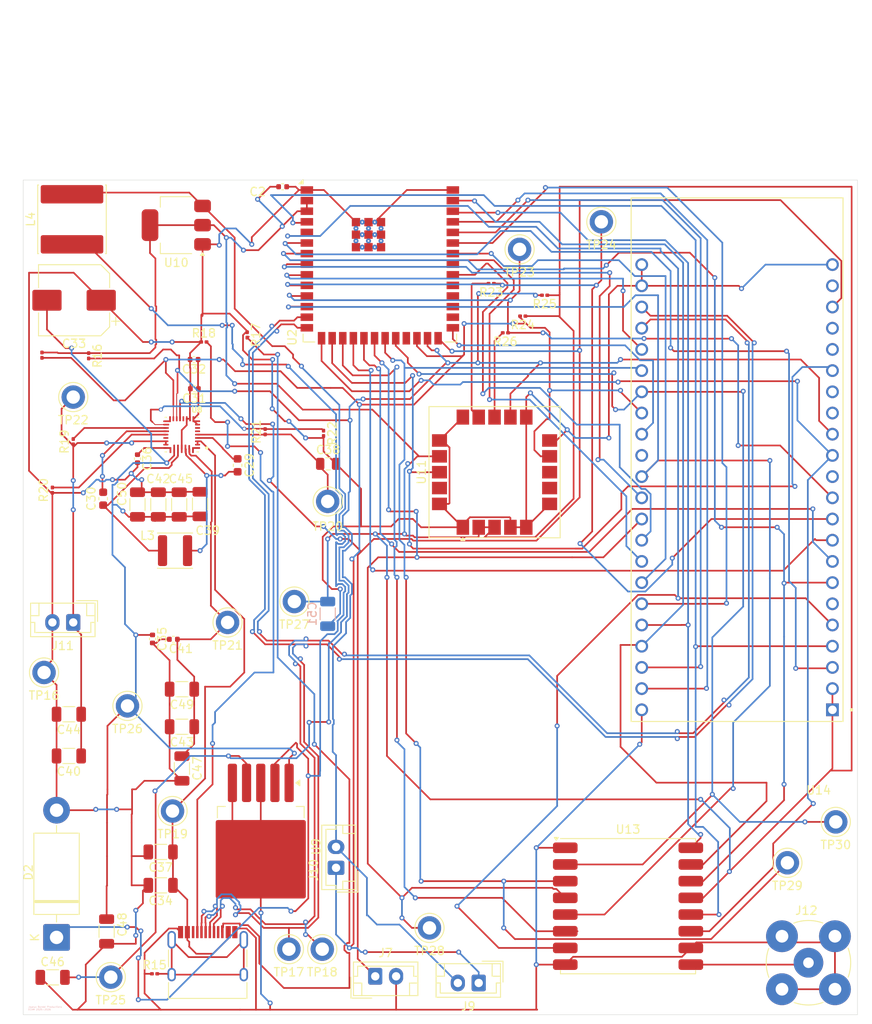
<source format=kicad_pcb>
(kicad_pcb (version 20241229) (generator "pcbnew") (generator_version "9.0")
  (layers (0 "F.Cu" signal) (2 "B.Cu" signal) (13 "F.Paste" user) (15 "B.Paste" user) (5 "F.SilkS" user "F.Silkscreen") (7 "B.SilkS" user "B.Silkscreen") (1 "F.Mask" user) (3 "B.Mask" user) (25 "Edge.Cuts" user))
  (net 0 "")
  (net 1 "Net-(U8-BTST1)")
  (net 2 "Net-(U8-SW1)")
  (net 3 "Net-(U8-SW2)")
  (net 4 "Net-(U8-BTST2)")
  (net 5 "VBUS")
  (net 6 "GND")
  (net 7 "SYS")
  (net 8 "Net-(U8-SDRV)")
  (net 9 "/REGN")
  (net 10 "Net-(J11-Pin_1)")
  (net 11 "Net-(U8-PMID)")
  (net 12 "Net-(U10-VI)")
  (net 13 "+3V3")
  (net 14 "Net-(D2-K)")
  (net 15 "/Not_CE")
  (net 16 "Net-(J8-CC1)")
  (net 18 "Net-(J8-CC2)")
  (net 19 "data+")
  (net 20 "data-")
  (net 22 "/SCL")
  (net 23 "/SDA")
  (net 24 "Net-(J8-SHIELD)")
  (net 25 "Net-(J12-In)")
  (net 26 "Net-(U8-BATP)")
  (net 27 "Net-(U8-PROG)")
  (net 28 "Net-(U8-ILIM_HIZ)")
  (net 29 "Net-(U11-RXD)")
  (net 30 "/U1TXD")
  (net 31 "/U1RXD")
  (net 32 "Net-(U11-TXD)")
  (net 33 "/SPICLK")
  (net 34 "/SPIQ")
  (net 35 "/SPID")
  (net 42 "/GPSRESET")
  (net 46 "/MTDI")
  (net 47 "/CHIP_PU")
  (net 48 "/MTMS")
  (net 49 "/U0TXD")
  (net 50 "/GPIO4")
  (net 51 "/SPICS1")
  (net 52 "/SPIHD")
  (net 53 "/MTCK")
  (net 54 "/NSS")
  (net 55 "/SPIWP")
  (net 56 "/MTD0")
  (net 57 "/SPICLK_N")
  (net 58 "/SPICS0")
  (net 59 "/LORARESET")
  (net 60 "/GPIO3")
  (net 61 "/SPICLK_P")
  (net 62 "/U0RXD")
  (net 63 "/RESET")
  (net 65 "/GPIO7")
  (net 68 "/GPIO1")
  (net 72 "/GPIO5")
  (net 74 "/GPIO2")
  (net 75 "/GPIO0")
  (net 77 "/ESP32RESET")
  (footprint "Connector_JST:JST_EH_B2B-EH-A_1x02_P2.50mm_Vertical" (layer "F.Cu") (at 137 142)
    (property "Reference" "J7")
    (property "Value" "Conn_01x02_Socket")
  )
  (footprint "Battery_Management:IC_BQ25798RQMR" (layer "F.Cu") (at 113.8 77.1 180)
    (property "Reference" "U8")
    (property "Value" "BQ25798RQMR")
  )
  (footprint "Diode_THT:D_DO-201AD_P15.24mm_Horizontal" (layer "F.Cu") (at 98.8 137.34 90)
    (property "Reference" "D2")
    (property "Value" "1N5820")
  )
  (footprint "Resistor_SMD:R_0201_0603Metric" (layer "F.Cu") (at 154.68 62.9 180)
    (property "Reference" "R24")
    (property "Value" "10k")
  )
  (footprint "TestPoint:TestPoint_Keystone_5005-5009_Compact" (layer "F.Cu") (at 131.3 85.1 180)
    (property "Reference" "TP20")
    (property "Value" "TestPoint")
  )
  (footprint "TestPoint:TestPoint_Keystone_5005-5009_Compact" (layer "F.Cu") (at 107.3 109.6 180)
    (property "Reference" "TP26")
    (property "Value" "TestPoint")
  )
  (footprint "Capacitor_SMD:C_0402_1005Metric" (layer "F.Cu") (at 108.5 79.98 -90)
    (property "Reference" "C36")
    (property "Value" "1nF")
  )
  (footprint "TestPoint:TestPoint_Keystone_5005-5009_Compact" (layer "F.Cu") (at 97.3 105.6 180)
    (property "Reference" "TP16")
    (property "Value" "TestPoint")
  )
  (footprint "Capacitor_SMD:C_0402_1005Metric" (layer "F.Cu") (at 125.9 47.4)
    (property "Reference" "C2")
    (property "Value" "0.1µ")
  )
  (footprint "Capacitor_SMD:CP_Elec_8x10" (layer "F.Cu") (at 100.9 61 180)
    (property "Reference" "C33")
    (property "Value" "680µ")
  )
  (footprint "Capacitor_SMD:C_0402_1005Metric" (layer "F.Cu") (at 110.3 101.58 -90)
    (property "Reference" "C35")
    (property "Value" "0.1µ")
  )
  (footprint "Capacitor_SMD:C_1206_3216Metric" (layer "F.Cu") (at 111.275 131.1 180)
    (property "Reference" "C34")
    (property "Value" "10µ")
  )
  (footprint "Capacitor_SMD:C_0603_1608Metric" (layer "F.Cu") (at 120.5 80.775 -90)
    (property "Reference" "C29")
    (property "Value" "47n")
  )
  (footprint "TestPoint:TestPoint_Keystone_5005-5009_Compact" (layer "F.Cu") (at 143.5 136.2 180)
    (property "Reference" "TP28")
    (property "Value" "TestPoint")
  )
  (footprint "TestPoint:TestPoint_Keystone_5005-5009_Compact" (layer "F.Cu") (at 154.3 54.9 180)
    (property "Reference" "TP23")
    (property "Value" "TestPoint")
  )
  (footprint "Connector_JST:JST_EH_B2B-EH-A_1x02_P2.50mm_Vertical" (layer "F.Cu") (at 100.8 99.6 180)
    (property "Reference" "J11")
    (property "Value" "Conn_01x02_Socket")
  )
  (footprint "TestPoint:TestPoint_Keystone_5005-5009_Compact" (layer "F.Cu") (at 100.8 72.6 180)
    (property "Reference" "TP22")
    (property "Value" "TestPoint")
  )
  (footprint "Capacitor_SMD:C_1206_3216Metric" (layer "F.Cu") (at 113.5 85.475 90)
    (property "Reference" "C45")
    (property "Value" "10µ")
  )
  (footprint "Capacitor_SMD:C_1206_3216Metric" (layer "F.Cu") (at 108.5 85.475 90)
    (property "Reference" "C50")
    (property "Value" "10µ")
  )
  (footprint "Resistor_SMD:R_0201_0603Metric" (layer "F.Cu") (at 98.3 83.755 90)
    (property "Reference" "R20")
    (property "Value" "6.04k")
  )
  (footprint "Capacitor_SMD:C_1206_3216Metric" (layer "F.Cu") (at 100.275 110.6 180)
    (property "Reference" "C44")
    (property "Value" "10µ")
  )
  (footprint "Capacitor_SMD:C_1206_3216Metric" (layer "F.Cu") (at 111 85.475 90)
    (property "Reference" "C42")
    (property "Value" "10µ")
  )
  (footprint "Package_TO_SOT_SMD:SOT-223-3_TabPin2" (layer "F.Cu") (at 113.15 52 180)
    (property "Reference" "U10")
    (property "Value" "AMS1117-3.3")
  )
  (footprint "ESP32-S3-DEVKITC-1-N8R2:XCVR_ESP32-S3-DEVKITC-1-N8R2" (layer "F.Cu") (at 180.37 80.1 180)
    (property "Reference" "U14")
    (property "Value" "ESP32-S3-DEVKITC-1-N8R2")
  )
  (footprint "Capacitor_SMD:C_0402_1005Metric" (layer "F.Cu") (at 115.32 71.6 180)
    (property "Reference" "C31")
    (property "Value" "0.1µ")
  )
  (footprint "TestPoint:TestPoint_Keystone_5005-5009_Compact" (layer "F.Cu") (at 112.7 122.2 180)
    (property "Reference" "TP19")
    (property "Value" "TestPoint")
  )
  (footprint "Connector_JST:JST_EH_B2B-EH-A_1x02_P2.50mm_Vertical" (layer "F.Cu") (at 149.4 142.8 180)
    (property "Reference" "J9")
    (property "Value" "Conn_01x02_Socket")
  )
  (footprint "TestPoint:TestPoint_Keystone_5005-5009_Compact" (layer "F.Cu") (at 186.4 128.4 180)
    (property "Reference" "TP29")
    (property "Value" "TestPoint")
  )
  (footprint "Resistor_SMD:R_0201_0603Metric" (layer "F.Cu") (at 121.65 65.155 -90)
    (property "Reference" "R17")
    (property "Value" "5k1")
  )
  (footprint "Resistor_SMD:R_0201_0603Metric" (layer "F.Cu") (at 157.3 60.4 180)
    (property "Reference" "R25")
    (property "Value" "10k")
  )
  (footprint "Resistor_SMD:R_0201_0603Metric" (layer "F.Cu") (at 102.65 67.655 -90)
    (property "Reference" "R16")
    (property "Value" "10k")
  )
  (footprint "TestPoint:TestPoint_Keystone_5005-5009_Compact" (layer "F.Cu") (at 192.2 123.5 180)
    (property "Reference" "TP30")
    (property "Value" "TestPoint")
  )
  (footprint "Package_TO_SOT_SMD:TO-263-5_TabPin3" (layer "F.Cu") (at 123.275 126.475 -90)
    (property "Reference" "U9")
    (property "Value" "LM2596S-3.3")
  )
  (footprint "Resistor_SMD:R_0201_0603Metric" (layer "F.Cu") (at 110.55 141.7)
    (property "Reference" "R15")
    (property "Value" "1M")
  )
  (footprint "Capacitor_SMD:C_1206_3216Metric" (layer "F.Cu") (at 113.825 112.1 180)
    (property "Reference" "C43")
    (property "Value" "10µ")
  )
  (footprint "Resistor_SMD:R_0201_0603Metric" (layer "F.Cu") (at 100.8 77.945 90)
    (property "Reference" "R19")
    (property "Value" "100")
  )
  (footprint "Connector_Coaxial:BNC_TEConnectivity_1478204_Vertical" (layer "F.Cu") (at 188.925 140.375)
    (property "Reference" "J12")
    (property "Value" "Conn_Coaxial_Small")
  )
  (footprint "Resistor_SMD:R_0201_0603Metric" (layer "F.Cu") (at 116.455 66)
    (property "Reference" "R18")
    (property "Value" "5k1")
  )
  (footprint "Resistor_SMD:R_0201_0603Metric" (layer "F.Cu") (at 130.8 76.945 -90)
    (property "Reference" "R22")
    (property "Value" "100k")
  )
  (footprint "TestPoint:TestPoint_Keystone_5005-5009_Compact" (layer "F.Cu") (at 127.3 97.1 180)
    (property "Reference" "TP27")
    (property "Value" "TestPoint")
  )
  (footprint "Capacitor_SMD:C_0805_2012Metric" (layer "F.Cu") (at 131.35 80.6)
    (property "Reference" "C38")
    (property "Value" "4.7µ")
  )
  (footprint "Capacitor_SMD:C_1206_3216Metric" (layer "F.Cu") (at 98.325 142.125)
    (property "Reference" "C46")
    (property "Value" "10µ")
  )
  (footprint "RF_Module:HOPERF_RFM9XW_SMD" (layer "F.Cu") (at 167.3 133.6)
    (property "Reference" "U13")
    (property "Value" "RFM95W-868S2")
  )
  (footprint "Inductor_SMD:L_APV_ANR4018" (layer "F.Cu") (at 113 91)
    (property "Reference" "L3")
    (property "Value" "1µ")
  )
  (footprint "Capacitor_SMD:C_1206_3216Metric" (layer "F.Cu") (at 113.825 107.6 180)
    (property "Reference" "C49")
    (property "Value" "10µ")
  )
  (footprint "Resistor_SMD:R_0201_0603Metric" (layer "F.Cu") (at 123.8 76.755 90)
    (property "Reference" "R21")
    (property "Value" "127k")
  )
  (footprint "Capacitor_SMD:C_1206_3216Metric" (layer "F.Cu") (at 116 85.425 90)
    (property "Reference" "C39")
    (property "Value" "10µ")
  )
  (footprint "Resistor_SMD:R_0201_0603Metric" (layer "F.Cu") (at 152.6 64.9 180)
    (property "Reference" "R26")
    (property "Value" "470")
  )
  (footprint "RF_GPS:ublox_SAM-M8Q" (layer "F.Cu") (at 151.3 81.6 90)
    (property "Reference" "U11")
    (property "Value" "SAM-M8Q")
  )
  (footprint "RF_Module:ESP32-S3-WROOM-2" (layer "F.Cu") (at 137.55 53.05)
    (property "Reference" "U2")
    (property "Value" "ESP32-S3-WROOM-2")
  )
  (footprint "Capacitor_SMD:C_1206_3216Metric" (layer "F.Cu") (at 111.275 127.1 180)
    (property "Reference" "C37")
    (property "Value" "10µ")
  )
  (footprint "Capacitor_SMD:C_0603_1608Metric" (layer "F.Cu") (at 104.3875 84.775 90)
    (property "Reference" "C30")
    (property "Value" "47n" (hide yes))
  )
  (footprint "Capacitor_SMD:C_1206_3216Metric" (layer "F.Cu") (at 104.8 136.625 -90)
    (property "Reference" "C48")
    (property "Value" "10µ")
  )
  (footprint "TestPoint:TestPoint_Keystone_5005-5009_Compact" (layer "F.Cu") (at 105.3 142.1 180)
    (property "Reference" "TP25")
    (property "Value" "TestPoint")
  )
  (footprint "TestPoint:TestPoint_Keystone_5005-5009_Compact" (layer "F.Cu") (at 126.65 138.75 180)
    (property "Reference" "TP17")
    (property "Value" "TestPoint")
  )
  (footprint "Capacitor_SMD:C_0402_1005Metric" (layer "F.Cu") (at 115.28 68.1 180)
    (property "Reference" "C32")
    (property "Value" "0.1µ")
  )
  (footprint "Connector_USB:USB_C_Receptacle_HRO_TYPE-C-31-M-12" (layer "F.Cu") (at 116.92 140.75)
    (property "Reference" "J8" (hide yes))
    (property "Value" "USB_C_Receptacle_USB2.0_16P")
  )
  (footprint "Resistor_SMD:R_0201_0603Metric" (layer "F.Cu") (at 97.05 67.58 -90)
    (property "Reference" "R14" (hide yes))
    (property "Value" "10k")
  )
  (footprint "Connector_JST:JST_EH_B2B-EH-A_1x02_P2.50mm_Vertical" (layer "F.Cu") (at 132.3 129 90)
    (property "Reference" "J10")
    (property "Value" "Conn_01x02_Socket" (hide yes))
  )
  (footprint "TestPoint:TestPoint_Keystone_5005-5009_Compact" (layer "F.Cu") (at 164.1 51.6 180)
    (property "Reference" "TP24")
    (property "Value" "TestPoint")
  )
  (footprint "TestPoint:TestPoint_Keystone_5005-5009_Compact" (layer "F.Cu") (at 130.65 138.75 180)
    (property "Reference" "TP18")
    (property "Value" "TestPoint")
  )
  (footprint "TestPoint:TestPoint_Keystone_5005-5009_Compact" (layer "F.Cu") (at 119.3 99.6 180)
    (property "Reference" "TP21")
    (property "Value" "TestPoint")
  )
  (footprint "Resistor_SMD:R_0201_0603Metric" (layer "F.Cu") (at 150.9 59 180)
    (property "Reference" "R23")
    (property "Value" "470")
  )
  (footprint "Capacitor_SMD:C_1206_3216Metric" (layer "F.Cu") (at 100.275 115.6 180)
    (property "Reference" "C40")
    (property "Value" "10µ")
  )
  (footprint "Capacitor_SMD:C_1206_3216Metric" (layer "F.Cu") (at 113.825 117.1 -90)
    (property "Reference" "C47")
    (property "Value" "10µ")
  )
  (footprint "Capacitor_SMD:C_0402_1005Metric" (layer "F.Cu") (at 112.8 101.62 180)
    (property "Reference" "C41")
    (property "Value" "0.1µ")
  )
  (footprint "Inductor_SMD:L_APV_ANR8040" (layer "F.Cu") (at 100.65 51.3 90)
    (property "Reference" "L4")
    (property "Value" "33µ")
  )
  (footprint "Capacitor_SMD:C_1206_3216Metric" (layer "B.Cu") (at 131.3 98.575 -90)
    (property "Reference" "C51")
    (property "Value" "10µ")
  )
  (gr_rect (start 94.8 46.6) (end 194.8 146.6) (stroke (width 0.05)) (fill no) (layer "Edge.Cuts"))
  (gr_text "Joyeux Bordel Productions\nECAM 2025-2026" (at 95.4 146.1 0) (layer "F.Cu") (effects (font (size 0.2 0.2) (thickness 0.01)) (justify left bottom)))
  (segment (start 118.699 78.748943) (end 119.051057 79.101) (width 0.2) (layer "F.Cu") (net 1))
  (segment (start 115.7 77.5) (end 117.513233 77.5) (width 0.2) (layer "F.Cu") (net 1))
  (segment (start 120.5 80) (end 119.950057 80) (width 0.2) (layer "F.Cu") (net 1))
  (segment (start 117.513233 77.5) (end 118.699 78.685767) (width 0.2) (layer "F.Cu") (net 1))
  (segment (start 118.699 78.685767) (end 118.699 78.748943) (width 0.2) (layer "F.Cu") (net 1))
  (segment (start 119.950057 80) (end 119.051057 79.101) (width 0.2) (layer "F.Cu") (net 1))
  (segment (start 114.299 78.849) (end 114.25 78.8) (width 0.2) (layer "F.Cu") (net 2))
  (segment (start 116 91) (end 114.5 91) (width 0.2) (layer "F.Cu") (net 2))
  (segment (start 114.333 79.430774) (end 114.299 79.396774) (width 0.2) (layer "F.Cu") (net 2))
  (segment (start 119 82) (end 119.45 81.55) (width 0.2) (layer "F.Cu") (net 2))
  (segment (start 114.333 79.566992) (end 114.333 79.430774) (width 0.2) (layer "F.Cu") (net 2))
  (segment (start 114.816 80.017) (end 114.783008 80.017) (width 0.2) (layer "F.Cu") (net 2))
  (segment (start 114.783008 80.017) (end 114.333 79.566992) (width 0.2) (layer "F.Cu") (net 2))
  (segment (start 116.799 82) (end 114.816 80.017) (width 0.2) (layer "F.Cu") (net 2))
  (segment (start 118.5 82) (end 119 82) (width 0.2) (layer "F.Cu") (net 2))
  (segment (start 119.45 81.55) (end 120.5 81.55) (width 0.2) (layer "F.Cu") (net 2))
  (segment (start 114.299 79.396774) (end 114.299 78.849) (width 0.2) (layer "F.Cu") (net 2))
  (via (at 116.799 82) (size 0.6) (drill 0.3) (layers "F.Cu" "B.Cu") (net 2))
  (via (at 118.5 82) (size 0.6) (drill 0.3) (layers "F.Cu" "B.Cu") (net 2))
  (via (at 116 91) (size 0.6) (drill 0.3) (layers "F.Cu" "B.Cu") (net 2))
  (segment (start 116.799 82) (end 116.799 90.201) (width 0.2) (layer "B.Cu") (net 2))
  (segment (start 118.5 82) (end 116.799 82) (width 0.2) (layer "B.Cu") (net 2))
  (segment (start 116.799 90.201) (end 116 91) (width 0.2) (layer "B.Cu") (net 2))
  (segment (start 109.399 81.101) (end 104.95 85.55) (width 0.2) (layer "F.Cu") (net 3))
  (segment (start 113.35 79.65) (end 113.301 79.699) (width 0.2) (layer "F.Cu") (net 3))
  (segment (start 109.8375 91) (end 104.3875 85.55) (width 0.2) (layer "F.Cu") (net 3))
  (segment (start 104.95 85.55) (end 104.701 85.55) (width 0.2) (layer "F.Cu") (net 3))
  (segment (start 112.601 80.4661) (end 112.601 80.748943) (width 0.2) (layer "F.Cu") (net 3))
  (segment (start 113.301 79.699) (end 113.301 79.7661) (width 0.2) (layer "F.Cu") (net 3))
  (segment (start 111.5 91) (end 109.8375 91) (width 0.2) (layer "F.Cu") (net 3))
  (segment (start 113.35 78.8) (end 113.35 79.65) (width 0.2) (layer "F.Cu") (net 3))
  (segment (start 113.301 79.7661) (end 112.601 80.4661) (width 0.2) (layer "F.Cu") (net 3))
  (segment (start 112.248943 81.101) (end 109.399 81.101) (width 0.2) (layer "F.Cu") (net 3))
  (segment (start 112.601 80.748943) (end 112.248943 81.101) (width 0.2) (layer "F.Cu") (net 3))
  (segment (start 104.3 83.9125) (end 104.3875 84) (width 0.2) (layer "F.Cu") (net 4))
  (segment (start 107.2 76.7) (end 104.3 79.6) (width 0.2) (layer "F.Cu") (net 4))
  (segment (start 111.9375 76.7) (end 107.2 76.7) (width 0.2) (layer "F.Cu") (net 4))
  (segment (start 104.3 82.1) (end 104.3 83.9125) (width 0.2) (layer "F.Cu") (net 4))
  (via (at 104.3 82.1) (size 0.6) (drill 0.3) (layers "F.Cu" "B.Cu") (net 4))
  (via (at 104.3 79.6) (size 0.6) (drill 0.3) (layers "F.Cu" "B.Cu") (net 4))
  (segment (start 104.3 79.6) (end 104.3 82.1) (width 0.2) (layer "B.Cu") (net 4))
  (segment (start 115.8 71.6) (end 115.8 74.65) (width 0.2) (layer "F.Cu") (net 5))
  (segment (start 117.553 139.299) (end 115.549 139.299) (width 0.2) (layer "F.Cu") (net 5))
  (segment (start 117.8 79.6) (end 117.8 95.694422) (width 0.2) (layer "F.Cu") (net 5))
  (segment (start 116.6 107.3) (end 116.6 118.3) (width 0.2) (layer "F.Cu") (net 5))
  (segment (start 115.7 77.9) (end 116.1 77.9) (width 0.2) (layer "F.Cu") (net 5))
  (segment (start 119.37 137.482) (end 117.553 139.299) (width 0.2) (layer "F.Cu") (net 5))
  (segment (start 115.2 75.25) (end 115.2 75.4) (width 0.2) (layer "F.Cu") (net 5))
  (segment (start 114.47 136.705) (end 114.47 132.82) (width 0.2) (layer "F.Cu") (net 5))
  (segment (start 114.47 137.633992) (end 114.47 136.705) (width 0.2) (layer "F.Cu") (net 5))
  (segment (start 115.7 77.9) (end 115.7 78.284) (width 0.2) (layer "F.Cu") (net 5))
  (segment (start 119.599 107.301) (end 121.3 105.6) (width 0.2) (layer "F.Cu") (net 5))
  (segment (start 112.75 127.1) (end 112.75 131.1) (width 0.2) (layer "F.Cu") (net 5))
  (segment (start 115.76 71.56) (end 115.8 71.6) (width 0.2) (layer "F.Cu") (net 5))
  (segment (start 116.6 118.3) (end 112.7 122.2) (width 0.2) (layer "F.Cu") (net 5))
  (segment (start 114.706 137.869992) (end 114.47 137.633992) (width 0.2) (layer "F.Cu") (net 5))
  (segment (start 112.7 122.2) (end 112.7 127.05) (width 0.2) (layer "F.Cu") (net 5))
  (segment (start 116.601 107.301) (end 116.6 107.3) (width 0.2) (layer "F.Cu") (net 5))
  (segment (start 117.8 95.694422) (end 121.3 99.194422) (width 0.2) (layer "F.Cu") (net 5))
  (segment (start 112.7 127.05) (end 112.75 127.1) (width 0.2) (layer "F.Cu") (net 5))
  (segment (start 116.1 77.9) (end 117.8 79.6) (width 0.2) (layer "F.Cu") (net 5))
  (segment (start 119.37 136.705) (end 119.37 137.482) (width 0.2) (layer "F.Cu") (net 5))
  (segment (start 114.693004 138.443004) (end 114.706 138.430008) (width 0.2) (layer "F.Cu") (net 5))
  (segment (start 121.3 99.194422) (end 121.3 105.6) (width 0.2) (layer "F.Cu") (net 5))
  (segment (start 115.8 74.65) (end 115.2 75.25) (width 0.2) (layer "F.Cu") (net 5))
  (segment (start 115.76 68.1) (end 115.76 71.56) (width 0.2) (layer "F.Cu") (net 5))
  (segment (start 115.2 75.4) (end 115.7 75.9) (width 0.2) (layer "F.Cu") (net 5))
  (segment (start 114.47 132.82) (end 112.75 131.1) (width 0.2) (layer "F.Cu") (net 5))
  (segment (start 114.706 138.430008) (end 114.706 137.869992) (width 0.2) (layer "F.Cu") (net 5))
  (segment (start 115.549 139.299) (end 114.693004 138.443004) (width 0.2) (layer "F.Cu") (net 5))
  (segment (start 119.599 107.301) (end 116.601 107.301) (width 0.2) (layer "F.Cu") (net 5))
  (segment (start 109.35 141.7) (end 109.35 144.05) (width 0.2) (layer "F.Cu") (net 6))
  (segment (start 113.55 83.95) (end 113.5 84) (width 0.2) (layer "F.Cu") (net 6))
  (segment (start 102 84.075) (end 98.3 84.075) (width 0.2) (layer "F.Cu") (net 6))
  (segment (start 123.275 127.975) (end 123.275 134.375) (width 0.2) (layer "F.Cu") (net 6))
  (segment (start 180.57 59.27) (end 168.94 59.27) (width 0.2) (layer "F.Cu") (net 6))
  (segment (start 113.67 136.705) (end 113.234 136.269) (width 0.2) (layer "F.Cu") (net 6))
  (segment (start 191.363 137.937) (end 175.488 137.937) (width 0.2) (layer "F.Cu") (net 6))
  (segment (start 98.3 99.6) (end 98.3 84.075) (width 0.2) (layer "F.Cu") (net 6))
  (segment (start 96.85 142.125) (end 100.725 146) (width 0.2) (layer "F.Cu") (net 6))
  (segment (start 131.950057 88.1) (end 135.3 88.1) (width 0.2) (layer "F.Cu") (net 6))
  (segment (start 114.784 71.656) (end 114.784 75.2) (width 0.2) (layer "F.Cu") (net 6))
  (segment (start 130.84 47.79) (end 128.8 47.79) (width 0.2) (layer "F.Cu") (net 6))
  (segment (start 132.8 95.6) (end 131.8 95.6) (width 0.2) (layer "F.Cu") (net 6))
  (segment (start 124.4 145.2) (end 124.4 146) (width 0.2) (layer "F.Cu") (net 6))
  (segment (start 124.7 68.1) (end 122.25 68.1) (width 0.2) (layer "F.Cu") (net 6))
  (segment (start 142.5 88.2) (end 142.6 88.2) (width 0.2) (layer "F.Cu") (net 6))
  (segment (start 110.3 102.06) (end 110.76 102.06) (width 0.2) (layer "F.Cu") (net 6))
  (segment (start 102.3 145) (end 101.3 146) (width 0.2) (layer "F.Cu") (net 6))
  (segment (start 160.711 139.664) (end 173.761 139.664) (width 0.2) (layer "F.Cu") (net 6))
  (segment (start 112.35 112.1) (end 112.35 107.6) (width 0.2) (layer "F.Cu") (net 6))
  (segment (start 168.94 113.96) (end 168.7 114.2) (width 0.2) (layer "F.Cu") (net 6))
  (segment (start 145.8 85.4) (end 144.7 85.4) (width 0.2) (layer "F.Cu") (net 6))
  (segment (start 126.38 47.4) (end 127.46 47.4) (width 0.2) (layer "F.Cu") (net 6))
  (segment (start 166.03 59.27) (end 165 60.3) (width 0.2) (layer "F.Cu") (net 6))
  (segment (start 180.9 59.6) (end 180.57 59.27) (width 0.2) (layer "F.Cu") (net 6))
  (segment (start 114.4 75.2) (end 114.4 75.968) (width 0.2) (layer "F.Cu") (net 6))
  (segment (start 130.699 94.499) (end 130.699 89.351057) (width 0.2) (layer "F.Cu") (net 6))
  (segment (start 95.5 57.7) (end 100.85 57.7) (width 0.2) (layer "F.Cu") (net 6))
  (segment (start 109.35 139.187215) (end 109.35 139.5) (width 0.2) (layer "F.Cu") (net 6))
  (segment (start 120.606 136.269) (end 121.571785 136.269) (width 0.2) (layer "F.Cu") (net 6))
  (segment (start 109.3 127.6) (end 109.8 127.1) (width 0.2) (layer "F.Cu") (net 6))
  (segment (start 109 82.5) (end 109 83.5) (width 0.2) (layer "F.Cu") (net 6))
  (segment (start 124.65 74) (end 126.15 75.5) (width 0.2) (layer "F.Cu") (net 6))
  (segment (start 102.3 140.6) (end 102.3 145) (width 0.2) (layer "F.Cu") (net 6))
  (segment (start 95.5 81.43487) (end 95.5 57.7) (width 0.2) (layer "F.Cu") (net 6))
  (segment (start 159.775 140.6) (end 160.711 139.664) (width 0.2) (layer "F.Cu") (net 6))
  (segment (start 144.7 77.8) (end 145.052 77.8) (width 0.2) (layer "F.Cu") (net 6))
  (segment (start 100.85 57.7) (end 104.15 61) (width 0.2) (layer "F.Cu") (net 6))
  (segment (start 107 82.5) (end 107.75 81.75) (width 0.2) (layer "F.Cu") (net 6))
  (segment (start 97.3 105.1) (end 98.3 104.1) (width 0.2) (layer "F.Cu") (net 6))
  (segment (start 141.5 87.2) (end 142.5 88.2) (width 0.2) (layer "F.Cu") (net 6))
  (segment (start 112.268215 136.269) (end 109.35 139.187215) (width 0.2) (layer "F.Cu") (net 6))
  (segment (start 98.3 84.075) (end 98.14013 84.075) (width 0.2) (layer "F.Cu") (net 6))
  (segment (start 101.3 146) (end 111.3 146) (width 0.2) (layer "F.Cu") (net 6))
  (segment (start 155.1 88.2) (end 155.1 75) (width 0.2) (layer "F.Cu") (net 6))
  (segment (start 158.725 77.8) (end 160.0125 76.5125) (width 0.2) (layer "F.Cu") (net 6))
  (segment (start 145.901 78.649) (end 145.901 85.299) (width 0.2) (layer "F.Cu") (net 6))
  (segment (start 100.725 146) (end 101.3 146) (width 0.2) (layer "F.Cu") (net 6))
  (segment (start 98.8 107.1) (end 97.3 105.6) (width 0.2) (layer "F.Cu") (net 6))
  (segment (start 116.15 63) (end 116.15 65.985) (width 0.2) (layer "F.Cu") (net 6))
  (segment (start 128.8 47.79) (end 127.85 47.79) (width 0.2) (layer "F.Cu") (net 6))
  (segment (start 109.35 144.05) (end 111.3 146) (width 0.2) (layer "F.Cu") (net 6))
  (segment (start 109 83.5) (end 108.5 84) (width 0.2) (layer "F.Cu") (net 6))
  (segment (start 103.4 122.1) (end 103.5 122) (width 0.2) (layer "F.Cu") (net 6))
  (segment (start 192.1 143.55) (end 192.1 137.2) (width 0.2) (layer "F.Cu") (net 6))
  (segment (start 139.5 142) (end 139.5 146) (width 0.2) (layer "F.Cu") (net 6))
  (segment (start 140.79 47.79) (end 136.94 51.64) (width 0.2) (layer "F.Cu") (net 6))
  (segment (start 153.2 87.1) (end 153.2 88.2) (width 0.2) (layer "F.Cu") (net 6))
  (segment (start 124.4 146) (end 122.7 146) (width 0.2) (layer "F.Cu") (net 6))
  (segment (start 122.2 53.44) (end 122.2 54.3) (width 0.2) (layer "F.Cu") (net 6))
  (segment (start 145.901 85.299) (end 145.8 85.4) (width 0.2) (layer "F.Cu") (net 6))
  (segment (start 157.9 85.4) (end 155.1 88.2) (width 0.2) (layer "F.Cu") (net 6))
  (segment (start 108.3 119.6) (end 109.325 118.575) (width 0.2) (layer "F.Cu") (net 6))
  (segment (start 104.8 138.1) (end 108.3 138.1) (width 0.2) (layer "F.Cu") (net 6))
  (segment (start 127.85 47.79) (end 122.2 53.44) (width 0.2) (layer "F.Cu") (net 6))
  (segment (start 109.8 131.1) (end 109.15 131.75) (width 0.2) (layer "F.Cu") (net 6))
  (segment (start 112.65 66) (end 116.135 66) (width 0.2) (layer "F.Cu") (net 6))
  (segment (start 110.3 102.06) (end 110.3 102.1) (width 0.2) (layer "F.Cu") (net 6))
  (segment (start 168.94 110.07) (end 168.94 113.96) (width 0.2) (layer "F.Cu") (net 6))
  (segment (start 114.8 67.335) (end 114.8 68.1) (width 0.2) (layer "F.Cu") (net 6))
  (segment (start 106 122) (end 107.85 122) (width 0.2) (layer "F.Cu") (net 6))
  (segment (start 107.85 119.6) (end 108.3 119.6) (width 0.2) (layer "F.Cu") (net 6))
  (segment (start 155.1 72.6) (end 155.1 75) (width 0.2) (layer "F.Cu") (net 6))
  (segment (start 110.23 141.7) (end 109.35 141.7) (width 0.2) (layer "F.Cu") (net 6))
  (segment (start 109.15 66) (end 110.15 66) (width 0.2) (layer "F.Cu") (net 6))
  (segment (start 175.488 137.937) (end 174.825 138.6) (width 0.2) (layer "F.Cu") (net 6))
  (segment (start 109.15 133.25) (end 108.3 134.1) (width 0.2) (layer "F.Cu") (net 6))
  (segment (start 111.2 101.62) (end 112.32 101.62) (width 0.2) (layer "F.Cu") (net 6))
  (segment (start 165 60.3) (end 165 77.5) (width 0.2) (layer "F.Cu") (net 6))
  (segment (start 112.35 104.15) (end 112.35 107.6) (width 0.2) (layer "F.Cu") (net 6))
  (segment (start 134.69 51.64) (end 130.84 47.79) (width 0.2) (layer "F.Cu") (net 6))
  (segment (start 139.8 87.2) (end 141.5 87.2) (width 0.2) (layer "F.Cu") (net 6))
  (segment (start 156.3 126.6) (end 159.775 126.6) (width 0.2) (layer "F.Cu") (net 6))
  (segment (start 110.3 102.1) (end 112.35 104.15) (width 0.2) (layer "F.Cu") (net 6))
  (segment (start 155.6 72.1) (end 155.1 72.6) (width 0.2) (layer "F.Cu") (net 6))
  (segment (start 118.2 54.3) (end 116.3 54.3) (width 0.2) (layer "F.Cu") (net 6))
  (segment (start 111.3 146) (end 120.8 146) (width 0.2) (layer "F.Cu") (net 6))
  (segment (start 147.5 88.2) (end 147.5 87.848) (width 0.2) (layer "F.Cu") (net 6))
  (segment (start 135.3 83.6) (end 135.3 88.1) (width 0.2) (layer "F.Cu") (net 6))
  (segment (start 130.699 89.351057) (end 131.950057 88.1) (width 0.2) (layer "F.Cu") (net 6))
  (segment (start 107.8 127.6) (end 109.3 127.6) (width 0.2) (layer "F.Cu") (net 6))
  (segment (start 153.099 86.999) (end 153.2 87.1) (width 0.2) (layer "F.Cu") (net 6))
  (segment (start 109.35 139.5) (end 109.35 141.7) (width 0.2) (layer "F.Cu") (net 6))
  (segment (start 121.571785 136.269) (end 122.7 137.397215) (width 0.2) (layer "F.Cu") (net 6))
  (segment (start 130.8 79.1) (end 132.3 80.6) (width 0.2) (layer "F.Cu") (net 6))
  (segment (start 121.76 64.81) (end 119.55 62.6) (width 0.2) (layer "F.Cu") (net 6))
  (segment (start 98.8 122.1) (end 103.4 122.1) (width 0.2) (layer "F.Cu") (net 6))
  (segment (start 108.3 137.1) (end 108.3 138.1) (width 0.2) (layer "F.Cu") (net 6))
  (segment (start 98.14013 84.075) (end 95.5 81.43487) (width 0.2) (layer "F.Cu") (net 6))
  (segment (start 118.3 54.4) (end 118.2 54.3) (width 0.2) (layer "F.Cu") (net 6))
  (segment (start 120.17 136.705) (end 120.606 136.269) (width 0.2) (layer "F.Cu") (net 6))
  (segment (start 116 83.95) (end 113.55 83.95) (width 0.2) (layer "F.Cu") (net 6))
  (segment (start 107.8 123.6) (end 107.8 122.6) (width 0.2) (layer "F.Cu") (net 6))
  (segment (start 123.275 134.375) (end 123.3 134.4) (width 0.2) (layer "F.Cu") (net 6))
  (segment (start 130.8 77.5) (end 130.8 79.1) (width 0.2) (layer "F.Cu") (net 6))
  (segment (start 109.15 131.75) (end 109.15 133.25) (width 0.2) (layer "F.Cu") (net 6))
  (segment (start 121.49013 64.835) (end 121.65 64.835) (width 0.2) (layer "F.Cu") (net 6))
  (segment (start 119.875 118.825) (end 119.875 124.575) (width 0.2) (layer "F.Cu") (net 6))
  (segment (start 192.1 137.2) (end 191.363 137.937) (width 0.2) (layer "F.Cu") (net 6))
  (segment (start 114.84 71.6) (end 114.784 71.656) (width 0.2) (layer "F.Cu") (net 6))
  (segment (start 110.76 102.06) (end 111.2 101.62) (width 0.2) (layer "F.Cu") (net 6))
  (segment (start 126.15 75.5) (end 126.65 75.5) (width 0.2) (layer "F.Cu") (net 6))
  (segment (start 147.5 88.2) (end 142.6 88.2) (width 0.2) (layer "F.Cu") (net 6))
  (segment (start 116.3 62.85) (end 116.15 63) (width 0.2) (layer "F.Cu") (net 6))
  (segment (start 156.3 145.9) (end 156.4 146) (width 0.2) (layer "F.Cu") (net 6))
  (segment (start 122.7 137.397215) (end 122.7 146) (width 0.2) (layer "F.Cu") (net 6))
  (segment (start 156.3 140.6) (end 159.775 140.6) (width 0.2) (layer "F.Cu") (net 6))
  (segment (start 108.5 81) (end 108.5 80.46) (width 0.2) (layer "F.Cu") (net 6))
  (segment (start 148.349 86.999) (end 153.099 86.999) (width 0.2) (layer "F.Cu") (net 6))
  (segment (start 138.9 88.1) (end 139.8 87.2) (width 0.2) (layer "F.Cu") (net 6))
  (segment (start 157.9 77.8) (end 158.725 77.8) (width 0.2) (layer "F.Cu") (net 6))
  (segment (start 175.129 138.296) (end 174.825 138.6) (width 0.2) (layer "F.Cu") (net 6))
  (segment (start 116.15 62.75) (end 116.15 63) (width 0.2) (layer "F.Cu") (net 6))
  (segment (start 121.149 66.999) (end 121.149 65.17613) (width 0.2) (layer "F.Cu") (net 6))
  (segment (start 114.4 75.2) (end 114.784 75.2) (width 0.2) (layer "F.Cu") (net 6))
  (segment (start 156.4 146) (end 139.5 146) (width 0.2) (layer "F.Cu") (net 6))
  (segment (start 112.35 117.1) (end 112.35 112.1) (width 0.2) (layer "F.Cu") (net 6))
  (segment (start 107.85 122) (end 107.85 119.6) (width 0.2) (layer "F.Cu") (net 6))
  (segment (start 122.7 146) (end 120.8 146) (width 0.2) (layer "F.Cu") (net 6))
  (segment (start 168.94 59.27) (end 168.94 56.73) (width 0.2) (layer "F.Cu") (net 6))
  (segment (start 130.8 77.265) (end 130.8 77.5) (width 0.2) (layer "F.Cu") (net 6))
  (segment (start 98.8 122.1) (end 98.8 115.6) (width 0.2) (layer "F.Cu") (net 6))
  (segment (start 147.5 87.848) (end 148.349 86.999) (width 0.2) (layer "F.Cu") (net 6))
  (segment (start 114.4 75.968) (end 113.8 76.568) (width 0.2) (layer "F.Cu") (net 6))
  (segment (start 113.5 84) (end 111 84) (width 0.2) (layer "F.Cu") (net 6))
  (segment (start 128.65 77.5) (end 130.8 77.5) (width 0.2) (layer "F.Cu") (net 6))
  (segment (start 156.3 140.6) (end 156.3 145.9) (width 0.2) (layer "F.Cu") (net 6))
  (segment (start 147.5 88.2) (end 144.7 85.4) (width 0.2) (layer "F.Cu") (net 6))
  (segment (start 107.8 122.6) (end 107.85 122.55) (width 0.2) (layer "F.Cu") (net 6))
  (segment (start 123.275 118.825) (end 123.275 127.975) (width 0.2) (layer "F.Cu") (net 6))
  (segment (start 116.3 62.6) (end 116.15 62.75) (width 0.2) (layer "F.Cu") (net 6))
  (segment (start 116.15 65.985) (end 116.135 66) (width 0.2) (layer "F.Cu") (net 6))
  (segment (start 107.75 81.75) (end 108.5 81) (width 0.2) (layer "F.Cu") (net 6))
  (segment (start 185.75 143.55) (end 192.1 143.55) (width 0.2) (layer "F.Cu") (net 6))
  (segment (start 113.825 118.575) (end 112.35 117.1) (width 0.2) (layer "F.Cu") (net 6))
  (segment (start 97.3 105.6) (end 97.3 105.1) (width 0.2) (layer "F.Cu") (net 6))
  (segment (start 98.8 110.6) (end 98.8 115.6) (width 0.2) (layer "F.Cu") (net 6))
  (segment (start 131.8 95.6) (end 130.699 94.499) (width 0.2) (layer "F.Cu") (net 6))
  (segment (start 114.8 69.1) (end 114.84 69.14) (width 0.2) (layer "F.Cu") (net 6))
  (segment (start 114.8 68.1) (end 114.8 69.1) (width 0.2) (layer "F.Cu") (net 6))
  (segment (start 155.1 88.2) (end 153.2 88.2) (width 0.2) (layer "F.Cu") (net 6))
  (segment (start 104.15 61) (end 109.15 66) (width 0.2) (layer "F.Cu") (net 6))
  (segment (start 146.3 47.79) (end 140.79 47.79) (width 0.2) (layer "F.Cu") (net 6))
  (segment (start 111 84) (end 108.5 84) (width 0.2) (layer "F.Cu") (net 6))
  (segment (start 98.8 110.6) (end 98.8 107.1) (width 0.2) (layer "F.Cu") (net 6))
  (segment (start 168.94 59.27) (end 166.03 59.27) (width 0.2) (layer "F.Cu") (net 6))
  (segment (start 113.8 76.568) (end 113.8 78.8) (width 0.2) (layer "F.Cu") (net 6))
  (segment (start 121.149 65.17613) (end 121.49013 64.835) (width 0.2) (layer "F.Cu") (net 6))
  (segment (start 119.55 62.6) (end 116.3 62.6) (width 0.2) (layer "F.Cu") (net 6))
  (segment (start 109.325 118.575) (end 113.825 118.575) (width 0.2) (layer "F.Cu") (net 6))
  (segment (start 132.3 80.6) (end 135.3 83.6) (width 0.2) (layer "F.Cu") (net 6))
  (segment (start 127.46 47.4) (end 127.85 47.79) (width 0.2) (layer "F.Cu") (net 6))
  (segment (start 107.8 131.1) (end 107.8 127.6) (width 0.2) (layer "F.Cu") (net 6))
  (segment (start 122.25 68.1) (end 121.149 66.999) (width 0.2) (layer "F.Cu") (net 6))
  (segment (start 104.8 138.1) (end 102.3 140.6) (width 0.2) (layer "F.Cu") (net 6))
  (segment (start 139.5 146) (end 124.4 146) (width 0.2) (layer "F.Cu") (net 6))
  (segment (start 98.3 104.1) (end 98.3 99.6) (width 0.2) (layer "F.Cu") (net 6))
  (segment (start 144.7 77.8) (end 147.5 75) (width 0.2) (layer "F.Cu") (net 6))
  (segment (start 116.135 66) (end 114.8 67.335) (width 0.2) (layer "F.Cu") (net 6))
  (segment (start 173.761 139.664) (end 174.825 138.6) (width 0.2) (layer "F.Cu") (net 6))
  (segment (start 114.84 69.14) (end 114.84 71.6) (width 0.2) (layer "F.Cu") (net 6))
  (segment (start 107.85 122.55) (end 107.85 122) (width 0.2) (layer "F.Cu") (net 6))
  (segment (start 105.5 82.5) (end 107 82.5) (width 0.2) (layer "F.Cu") (net 6))
  (segment (start 107.8 123.6) (end 107.8 127.6) (width 0.2) (layer "F.Cu") (net 6))
  (segment (start 107.8 131.1) (end 109.8 131.1) (width 0.2) (layer "F.Cu") (net 6))
  (segment (start 135.3 88.1) (end 138.9 88.1) (width 0.2) (layer "F.Cu") (net 6))
  (segment (start 116.3 54.3) (end 116.3 62.85) (width 0.2) (layer "F.Cu") (net 6))
  (segment (start 119.875 124.575) (end 123.275 127.975) (width 0.2) (layer "F.Cu") (net 6))
  (segment (start 145.052 77.8) (end 145.901 78.649) (width 0.2) (layer "F.Cu") (net 6))
  (segment (start 113.234 136.269) (end 112.268215 136.269) (width 0.2) (layer "F.Cu") (net 6))
  (via (at 165 77.5) (size 0.6) (drill 0.3) (layers "F.Cu" "B.Cu") (net 6))
  (via (at 128.65 77.5) (size 0.6) (drill 0.3) (layers "F.Cu" "B.Cu") (net 6))
  (via (at 105.5 82.5) (size 0.6) (drill 0.3) (layers "F.Cu" "B.Cu") (net 6))
  (via (at 118.3 54.4) (size 0.6) (drill 0.3) (layers "F.Cu" "B.Cu") (net 6))
  (via (at 123.3 134.4) (size 0.6) (drill 0.3) (layers "F.Cu" "B.Cu") (net 6))
  (via (at 109 82.5) (size 0.6) (drill 0.3) (layers "F.Cu" "B.Cu") (net 6))
  (via (at 106 122) (size 0.6) (drill 0.3) (layers "F.Cu" "B.Cu") (net 6))
  (via (at 156.3 126.6) (size 0.6) (drill 0.3) (layers "F.Cu" "B.Cu") (net 6))
  (via (at 160.0125 76.5125) (size 0.6) (drill 0.3) (layers "F.Cu" "B.Cu") (net 6))
  (via (at 102 84.075) (size 0.6) (drill 0.3) (layers "F.Cu" "B.Cu") (net 6))
  (via (at 124.65 74) (size 0.6) (drill 0.3) (layers "F.Cu" "B.Cu") (net 6))
  (via (at 124.4 145.2) (size 0.6) (drill 0.3) (layers "F.Cu" "B.Cu") (net 6))
  (via (at 156.3 140.6) (size 0.6) (drill 0.3) (layers "F.Cu" "B.Cu") (net 6))
  (via (at 180.9 59.6) (size 0.6) (drill 0.3) (layers "F.Cu" "B.Cu") (net 6))
  (via (at 112.65 66) (size 0.6) (drill 0.3) (layers "F.Cu" "B.Cu") (net 6))
  (via (at 108.3 137.1) (size 0.6) (drill 0.3) (layers "F.Cu" "B.Cu") (net 6))
  (via (at 124.7 68.1) (size 0.6) (drill 0.3) (layers "F.Cu" "B.Cu") (net 6))
  (via (at 103.5 122) (size 0.6) (drill 0.3) (layers "F.Cu" "B.Cu") (net 6))
  (via (at 122.2 54.3) (size 0.6) (drill 0.3) (layers "F.Cu" "B.Cu") (net 6))
  (via (at 107.75 81.75) (size 0.6) (drill 0.3) (layers "F.Cu" "B.Cu") (net 6))
  (via (at 108.3 134.1) (size 0.6) (drill 0.3) (layers "F.Cu" "B.Cu") (net 6))
  (via (at 126.65 75.5) (size 0.6) (drill 0.3) (layers "F.Cu" "B.Cu") (net 6))
  (via (at 132.8 95.6) (size 0.6) (drill 0.3) (layers "F.Cu" "B.Cu") (net 6))
  (via (at 155.6 72.1) (size 0.6) (drill 0.3) (layers "F.Cu" "B.Cu") (net 6))
  (via (at 168.7 114.2) (size 0.6) (drill 0.3) (layers "F.Cu" "B.Cu") (net 6))
  (via (at 110.15 66) (size 0.6) (drill 0.3) (layers "F.Cu" "B.Cu") (net 6))
  (segment (start 191.8 56.73) (end 183.77 56.73) (width 0.2) (layer "B.Cu") (net 6))
  (segment (start 124.65 68.15) (end 124.65 74) (width 0.2) (layer "B.Cu") (net 6))
  (segment (start 103.5 122) (end 106 122) (width 0.2) (layer "B.Cu") (net 6))
  (segment (start 132.8 98.55) (end 131.3 100.05) (width 0.2) (layer "B.Cu") (net 6))
  (segment (start 107.75 81.75) (end 108.5 82.5) (width 0.2) (layer "B.Cu") (net 6))
  (segment (start 161 77.5) (end 160.0125 76.5125) (width 0.2) (layer "B.Cu") (net 6))
  (segment (start 122.2 54.3) (end 120.3 52.4) (width 0.2) (layer "B.Cu") (net 6))
  (segment (start 165 77.5) (end 161 77.5) (width 0.2) (layer "B.Cu") (net 6))
  (segment (start 102 84.075) (end 103.575 82.5) (width 0.2) (layer "B.Cu") (net 6))
  (segment (start 123.3 134.4) (end 123.3 144.1) (width 0.2) (layer "B.Cu") (net 6))
  (segment (start 156.3 126.6) (end 156.3 140.6) (width 0.2) (layer "B.Cu") (net 6))
  (segment (start 103.575 82.5) (end 103.850057 82.5) (width 0.2) (layer "B.Cu") (net 6))
  (segment (start 183.77 56.73) (end 180.9 59.6) (width 0.2) (layer "B.Cu") (net 6))
  (segment (start 168.7 114.2) (end 156.3 126.6) (width 0.2) (layer "B.Cu") (net 6))
  (segment (start 104.548943 82.701) (end 104.749943 82.5) (width 0.2) (layer "B.Cu") (net 6))
  (segment (start 108.3 134.1) (end 108.3 137.1) (width 0.2) (layer "B.Cu") (net 6))
  (segment (start 126.65 75.5) (end 128.15 77) (width 0.2) (layer "B.Cu") (net 6))
  (segment (start 120.3 52.4) (end 119 52.4) (width 0.2) (layer "B.Cu") (net 6))
  (segment (start 108.5 82.5) (end 109 82.5) (width 0.2) (layer "B.Cu") (net 6))
  (segment (start 128.15 77) (end 128.65 77.5) (width 0.2) (layer "B.Cu") (net 6))
  (segment (start 124.7 68.1) (end 124.65 68.15) (width 0.2) (layer "B.Cu") (net 6))
  (segment (start 160.0125 76.5125) (end 155.6 72.1) (width 0.2) (layer "B.Cu") (net 6))
  (segment (start 123.3 144.1) (end 124.4 145.2) (width 0.2) (layer "B.Cu") (net 6))
  (segment (start 103.850057 82.5) (end 104.051057 82.701) (width 0.2) (layer "B.Cu") (net 6))
  (segment (start 110.15 66) (end 112.65 66) (width 0.2) (layer "B.Cu") (net 6))
  (segment (start 104.749943 82.5) (end 105.5 82.5) (width 0.2) (layer "B.Cu") (net 6))
  (segment (start 119 52.4) (end 118.3 53.1) (width 0.2) (layer "B.Cu") (net 6))
  (segment (start 104.051057 82.701) (end 104.548943 82.701) (width 0.2) (layer "B.Cu") (net 6))
  (segment (start 118.3 53.1) (end 118.3 54.4) (width 0.2) (layer "B.Cu") (net 6))
  (segment (start 132.8 95.6) (end 132.8 98.55) (width 0.2) (layer "B.Cu") (net 6))
  (segment (start 116 86.9) (end 113.55 86.9) (width 0.2) (layer "F.Cu") (net 7))
  (segment (start 104.9 119.6) (end 104.9 120.2) (width 0.2) (layer "F.Cu") (net 7))
  (segment (start 112 80.5) (end 112.9 79.6) (width 0.2) (layer "F.Cu") (net 7))
  (segment (start 113.55 86.9) (end 113.5 86.95) (width 0.2) (layer "F.Cu") (net 7))
  (segment (start 107.3 109.6) (end 104.9 112) (width 0.2) (layer "F.Cu") (net 7))
  (segment (start 104.85 131.15) (end 104.8 131.2) (width 0.2) (layer "F.Cu") (net 7))
  (segment (start 104.9 112) (end 104.9 119.6) (width 0.2) (layer "F.Cu") (net 7))
  (segment (start 97.65 64.5) (end 97.65 61) (width 0.2) (layer "F.Cu") (net 7))
  (segment (start 104.85 123.6) (end 104.85 127.6) (width 0.2) (layer "F.Cu") (net 7))
  (segment (start 112.9 79.6) (end 112.9 78.8) (width 0.2) (layer "F.Cu") (net 7))
  (segment (start 126.675 118.825) (end 126.675 115.9) (width 0.2) (layer "F.Cu") (net 7))
  (segment (start 111 86.95) (end 108.5 86.95) (width 0.2) (layer "F.Cu") (net 7))
  (segment (start 104.85 120.25) (end 104.85 123.6) (width 0.2) (layer "F.Cu") (net 7))
  (segment (start 108.3 101.1) (end 110.3 101.1) (width 0.2) (layer "F.Cu") (net 7))
  (segment (start 104.85 131.1) (end 104.85 131.15) (width 0.2) (layer "F.Cu") (net 7))
  (segment (start 107.45 86.95) (end 106.75 86.25) (width 0.2) (layer "F.Cu") (net 7))
  (segment (start 104.8 131.2) (end 104.8 135.15) (width 0.2) (layer "F.Cu") (net 7))
  (segment (start 108.5 86.95) (end 107.45 86.95) (width 0.2) (layer "F.Cu") (net 7))
  (segment (start 100.6 66.735) (end 99.885 66.735) (width 0.2) (layer "F.Cu") (net 7))
  (segment (start 113.5 86.95) (end 111 86.95) (width 0.2) (layer "F.Cu") (net 7))
  (segment (start 99.885 66.735) (end 97.65 64.5) (width 0.2) (layer "F.Cu") (net 7))
  (segment (start 126.675 115.9) (end 127.3 115.275) (width 0.2) (layer "F.Cu") (net 7))
  (segment (start 110.601 87.449) (end 110.7 87.35) (width 0.2) (layer "F.Cu") (net 7))
  (segment (start 104.85 127.6) (end 104.85 131.1) (width 0.2) (layer "F.Cu") (net 7))
  (segment (start 104.9 120.2) (end 104.85 120.25) (width 0.2) (layer "F.Cu") (net 7))
  (via (at 112 80.5) (size 0.6) (drill 0.3) (layers "F.Cu" "B.Cu") (net 7))
  (via (at 106.75 86.25) (size 0.6) (drill 0.3) (layers "F.Cu" "B.Cu") (net 7))
  (via (at 100.6 66.735) (size 0.6) (drill 0.3) (layers "F.Cu" "B.Cu") (net 7))
  (via (at 127.3 115.275) (size 0.6) (drill 0.3) (layers "F.Cu" "B.Cu") (net 7))
  (via (at 108.3 101.1) (size 0.6) (drill 0.3) (layers "F.Cu" "B.Cu") (net 7))
  (segment (start 107 93) (end 107 99.8) (width 0.2) (layer "B.Cu") (net 7))
  (segment (start 107 99.8) (end 108.3 101.1) (width 0.2) (layer "B.Cu") (net 7))
  (segment (start 106 85.5) (end 105.5 85.5) (width 0.2) (layer "B.Cu") (net 7))
  (segment (start 110.15 78.65) (end 110.15 77) (width 0.2) (layer "B.Cu") (net 7))
  (segment (start 106.101 82.748943) (end 105.748943 83.101) (width 0.2) (layer "B.Cu") (net 7))
  (segment (start 105.5 91.5) (end 107 93) (width 0.2) (layer "B.Cu") (net 7))
  (segment (start 100.6 67.45) (end 100.6 66.735) (width 0.2) (layer "B.Cu") (net 7))
  (segment (start 105.5 83.101) (end 105.5 85.5) (width 0.2) (layer "B.Cu") (net 7))
  (segment (start 110.15 77) (end 100.6 67.45) (width 0.2) (layer "B.Cu") (net 7))
  (segment (start 126.726 114.701) (end 112.401 114.701) (width 0.2) (layer "B.Cu") (net 7))
  (segment (start 106.75 86.25) (end 106 85.5) (width 0.2) (layer "B.Cu") (net 7))
  (segment (start 127.3 115.275) (end 126.726 114.701) (width 0.2) (layer "B.Cu") (net 7))
  (segment (start 112.401 114.701) (end 107.3 109.6) (width 0.2) (layer "B.Cu") (net 7))
  (segment (start 106.101 82.399) (end 106.101 82.748943) (width 0.2) (layer "B.Cu") (net 7))
  (segment (start 105.5 85.5) (end 105.5 91.5) (width 0.2) (layer "B.Cu") (net 7))
  (segment (start 112 80.5) (end 108 80.5) (width 0.2) (layer "B.Cu") (net 7))
  (segment (start 107.3 109.6) (end 108.3 108.6) (width 0.2) (layer "B.Cu") (net 7))
  (segment (start 108 80.5) (end 106.101 82.399) (width 0.2) (layer "B.Cu") (net 7))
  (segment (start 105.748943 83.101) (end 105.5 83.101) (width 0.2) (layer "B.Cu") (net 7))
  (segment (start 112 80.5) (end 110.15 78.65) (width 0.2) (layer "B.Cu") (net 7))
  (segment (start 108.3 108.6) (end 108.3 101.1) (width 0.2) (layer "B.Cu") (net 7))
  (segment (start 111.9375 78.7) (end 109.3 78.7) (width 0.2) (layer "F.Cu") (net 8))
  (segment (start 109.3 78.7) (end 108.5 79.5) (width 0.2) (layer "F.Cu") (net 8))
  (segment (start 115.7 77.1) (end 123.775 77.1) (width 0.2) (layer "F.Cu") (net 9))
  (segment (start 131.3 81.9) (end 131.3 85.1) (width 0.2) (layer "F.Cu") (net 9))
  (segment (start 130.4 80.6) (end 130.4 81) (width 0.2) (layer "F.Cu") (net 9))
  (segment (start 126.875 77.075) (end 130.4 80.6) (width 0.2) (layer "F.Cu") (net 9))
  (segment (start 123.775 77.1) (end 123.8 77.075) (width 0.2) (layer "F.Cu") (net 9))
  (segment (start 130.4 81) (end 131.3 81.9) (width 0.2) (layer "F.Cu") (net 9))
  (segment (start 123.8 77.075) (end 126.875 77.075) (width 0.2) (layer "F.Cu") (net 9))
  (segment (start 111.9 77.9) (end 111.9 78.284) (width 0.2) (layer "F.Cu") (net 10))
  (segment (start 100.8 99.6) (end 100.8 86.1) (width 0.2) (layer "F.Cu") (net 10))
  (segment (start 100.8 99.6) (end 100.8 100.1) (width 0.2) (layer "F.Cu") (net 10))
  (segment (start 100.8 82.6) (end 100.8 78.6) (width 0.2) (layer "F.Cu") (net 10))
  (segment (start 100.8 78.265) (end 100.64013 78.265) (width 0.2) (layer "F.Cu") (net 10))
  (segment (start 107.8 78.1) (end 108 77.9) (width 0.2) (layer "F.Cu") (net 10))
  (segment (start 108 77.9) (end 111.9 77.9) (width 0.2) (layer "F.Cu") (net 10))
  (segment (start 99.400001 73.999999) (end 100.8 72.6) (width 0.2) (layer "F.Cu") (net 10))
  (segment (start 100.64013 78.265) (end 99.400001 77.024871) (width 0.2) (layer "F.Cu") (net 10))
  (segment (start 101.75 115.6) (end 101.75 110.6) (width 0.2) (layer "F.Cu") (net 10))
  (segment (start 101.3 78.1) (end 104.8 78.1) (width 0.2) (layer "F.Cu") (net 10))
  (segment (start 100.8 78.6) (end 100.8 78.265) (width 0.2) (layer "F.Cu") (net 10))
  (segment (start 100.8 78.6) (end 101.3 78.1) (width 0.2) (layer "F.Cu") (net 10))
  (segment (start 99.400001 77.024871) (end 99.400001 73.999999) (width 0.2) (layer "F.Cu") (net 10))
  (segment (start 100.8 100.1) (end 101.75 101.05) (width 0.2) (layer "F.Cu") (net 10))
  (segment (start 101.75 101.05) (end 101.75 110.6) (width 0.2) (layer "F.Cu") (net 10))
  (via (at 104.8 78.1) (size 0.6) (drill 0.3) (layers "F.Cu" "B.Cu") (net 10))
  (via (at 100.8 86.1) (size 0.6) (drill 0.3) (layers "F.Cu" "B.Cu") (net 10))
  (via (at 100.8 82.6) (size 0.6) (drill 0.3) (layers "F.Cu" "B.Cu") (net 10))
  (via (at 107.8 78.1) (size 0.6) (drill 0.3) (layers "F.Cu" "B.Cu") (net 10))
  (segment (start 100.8 86.1) (end 100.8 82.6) (width 0.2) (layer "B.Cu") (net 10))
  (segment (start 104.8 78.1) (end 107.8 78.1) (width 0.2) (layer "B.Cu") (net 10))
  (segment (start 113.825 115.625) (end 115.3 114.15) (width 0.2) (layer "F.Cu") (net 11))
  (segment (start 113.28 101.62) (end 117.28 101.62) (width 0.2) (layer "F.Cu") (net 11))
  (segment (start 115.491 79.616) (end 117.399 81.524) (width 0.2) (layer "F.Cu") (net 11))
  (segment (start 117.3 97.6) (end 119.3 99.6) (width 0.2) (layer "F.Cu") (net 11))
  (segment (start 115.3 107.6) (end 115.3 106.1) (width 0.2) (layer "F.Cu") (net 11))
  (segment (start 115.3 107.6) (end 115.3 112.1) (width 0.2) (layer "F.Cu") (net 11))
  (segment (start 115.3 106.1) (end 113.28 104.08) (width 0.2) (layer "F.Cu") (net 11))
  (segment (start 114.949108 79.616) (end 115.491 79.616) (width 0.2) (layer "F.Cu") (net 11))
  (segment (start 117.3 87.6) (end 117.3 97.6) (width 0.2) (layer "F.Cu") (net 11))
  (segment (start 114.734 79.400892) (end 114.949108 79.616) (width 0.2) (layer "F.Cu") (net 11))
  (segment (start 117.28 101.62) (end 119.3 99.6) (width 0.2) (layer "F.Cu") (net 11))
  (segment (start 114.734 78.859) (end 114.734 79.400892) (width 0.2) (layer "F.Cu") (net 11))
  (segment (start 113.28 104.08) (end 113.28 101.62) (width 0.2) (layer "F.Cu") (net 11))
  (segment (start 114.7 78.825) (end 114.734 78.859) (width 0.2) (layer "F.Cu") (net 11))
  (segment (start 115.3 114.15) (end 115.3 112.1) (width 0.2) (layer "F.Cu") (net 11))
  (segment (start 117.399 81.524) (end 117.399 87.501) (width 0.2) (layer "F.Cu") (net 11))
  (segment (start 100.65 48.1) (end 114.7 48.1) (width 0.2) (layer "F.Cu") (net 12))
  (segment (start 120.15 53.5) (end 116.35 49.7) (width 0.2) (layer "F.Cu") (net 12))
  (segment (start 129.125 111.525) (end 129.075 111.575) (width 0.2) (layer "F.Cu") (net 12))
  (segment (start 120.15 62) (end 120.15 53.5) (width 0.2) (layer "F.Cu") (net 12))
  (segment (start 128.15 68.9) (end 127.15 67.9) (width 0.2) (layer "F.Cu") (net 12))
  (segment (start 124.65 66.5) (end 120.15 62) (width 0.2) (layer "F.Cu") (net 12))
  (segment (start 114.7 48.1) (end 116.3 49.7) (width 0.2) (layer "F.Cu") (net 12))
  (segment (start 127.15 67.9) (end 127.15 67.5) (width 0.2) (layer "F.Cu") (net 12))
  (segment (start 101.45 142.1) (end 101.425 142.125) (width 0.2) (layer "F.Cu") (net 12))
  (segment (start 101.425 142.125) (end 99.8 142.125) (width 0.2) (layer "F.Cu") (net 12))
  (segment (start 105.3 142.1) (end 110.676 136.724) (width 0.2) (layer "F.Cu") (net 12))
  (segment (start 110.676 136.724) (end 110.676 119.876) (width 0.2) (layer "F.Cu") (net 12))
  (segment (start 116.35 49.7) (end 116.3 49.7) (width 0.2) (layer "F.Cu") (net 12))
  (segment (start 126.15 66.5) (end 124.65 66.5) (width 0.2) (layer "F.Cu") (net 12))
  (segment (start 110.676 119.876) (end 110.6 119.8) (width 0.2) (layer "F.Cu") (net 12))
  (segment (start 121.575 118.825) (end 121.575 116.525) (width 0.2) (layer "F.Cu") (net 12))
  (segment (start 131.425 111.525) (end 129.125 111.525) (width 0.2) (layer "F.Cu") (net 12))
  (segment (start 127.15 67.5) (end 126.15 66.5) (width 0.2) (layer "F.Cu") (net 12))
  (segment (start 120.65 115.6) (end 119.4 115.6) (width 0.2) (layer "F.Cu") (net 12))
  (segment (start 121.575 116.525) (end 120.65 115.6) (width 0.2) (layer "F.Cu") (net 12))
  (via (at 128.15 68.9) (size 0.6) (drill 0.3) (layers "F.Cu" "B.Cu") (net 12))
  (via (at 119.4 115.6) (size 0.6) (drill 0.3) (layers "F.Cu" "B.Cu") (net 12))
  (via (at 131.425 111.525) (size 0.6) (drill 0.3) (layers "F.Cu" "B.Cu") (net 12))
  (via (at 129.075 111.575) (size 0.6) (drill 0.3) (layers "F.Cu" "B.Cu") (net 12))
  (via (at 101.45 142.1) (size 0.6) (drill 0.3) (layers "F.Cu" "B.Cu") (net 12))
  (via (at 110.6 119.8) (size 0.6) (drill 0.3) (layers "F.Cu" "B.Cu") (net 12))
  (segment (start 119.676 115.876) (end 119.4 115.6) (width 0.2) (layer "B.Cu") (net 12))
  (segment (start 132.701 86.671678) (end 132.701 88.598) (width 0.2) (layer "B.Cu") (net 12))
  (segment (start 129.075 111.575) (end 129.075 114.349943) (width 0.2) (layer "B.Cu") (net 12))
  (segment (start 133.802 96.015043) (end 133.602 96.215043) (width 0.2) (layer "B.Cu") (net 12))
  (segment (start 132.701 94.598) (end 133.215043 94.598) (width 0.2) (layer "B.Cu") (net 12))
  (segment (start 133.802 89.184957) (end 133.802 90.015043) (width 0.2) (layer "B.Cu") (net 12))
  (segment (start 133.602 96.215043) (end 133.602 98.8822) (width 0.2) (layer "B.Cu") (net 12))
  (segment (start 133.602 98.8822) (end 132.902 99.5822) (width 0.2) (layer "B.Cu") (net 12))
  (segment (start 132.902 99.5822) (end 132.902 100.77626) (width 0.2) (layer "B.Cu") (net 12))
  (segment (start 131.425 102.075) (end 131.425 111.525) (width 0.2) (layer "B.Cu") (net 12))
  (segment (start 133.402 84.229322) (end 133.402 85.970678) (width 0.2) (layer "B.Cu") (net 12))
  (segment (start 101.45 142.1) (end 105.3 142.1) (width 0.2) (layer "B.Cu") (net 12))
  (segment (start 110.6 119.8) (end 114.8 115.6) (width 0.2) (layer "B.Cu") (net 12))
  (segment (start 133.802 90.015043) (end 133.215043 90.602) (width 0.2) (layer "B.Cu") (net 12))
  (segment (start 133.802 95.184957) (end 133.802 96.015043) (width 0.2) (layer "B.Cu") (net 12))
  (segment (start 133.215043 88.598) (end 133.802 89.184957) (width 0.2) (layer "B.Cu") (net 12))
  (segment (start 132.701 90.602) (end 132.701 94.598) (width 0.2) (layer "B.Cu") (net 12))
  (segment (start 114.8 115.6) (end 119.4 115.6) (width 0.2) (layer "B.Cu") (net 12))
  (segment (start 132.701 88.598) (end 133.215043 88.598) (width 0.2) (layer "B.Cu") (net 12))
  (segment (start 132.902 100.77626) (end 131.60326 102.075) (width 0.2) (layer "B.Cu") (net 12))
  (segment (start 128.15 69) (end 132.701 73.551) (width 0.2) (layer "B.Cu") (net 12))
  (segment (start 133.402 85.970678) (end 132.701 86.671678) (width 0.2) (layer "B.Cu") (net 12))
  (segment (start 127.548943 115.876) (end 119.676 115.876) (width 0.2) (layer "B.Cu") (net 12))
  (segment (start 129.075 114.349943) (end 127.548943 115.876) (width 0.2) (layer "B.Cu") (net 12))
  (segment (start 131.60326 102.075) (end 131.425 102.075) (width 0.2) (layer "B.Cu") (net 12))
  (segment (start 132.701 83.528322) (end 133.402 84.229322) (width 0.2) (layer "B.Cu") (net 12))
  (segment (start 128.15 68.9) (end 128.15 69) (width 0.2) (layer "B.Cu") (net 12))
  (segment (start 133.215043 94.598) (end 133.802 95.184957) (width 0.2) (layer "B.Cu") (net 12))
  (segment (start 133.215043 90.602) (end 132.701 90.602) (width 0.2) (layer "B.Cu") (net 12))
  (segment (start 132.701 73.551) (end 132.701 83.528322) (width 0.2) (layer "B.Cu") (net 12))
  (segment (start 155 62.9) (end 159.001 62.9) (width 0.2) (layer "F.Cu") (net 13))
  (segment (start 131.8 89.1) (end 131.3 89.6) (width 0.2) (layer "F.Cu") (net 13))
  (segment (start 110.65 66.65) (end 110.65 66.349943) (width 0.2) (layer "F.Cu") (net 13))
  (segment (start 191.55 117.35) (end 194.1 117.35) (width 0.2) (layer "F.Cu") (net 13))
  (segment (start 110.751 66.248943) (end 110.751 65.751057) (width 0.2) (layer "F.Cu") (net 13))
  (segment (start 127.67 50.33) (end 128.8 50.33) (width 0.2) (layer "F.Cu") (net 13))
  (segment (start 149.4 88.2) (end 151.3 88.2) (width 0.2) (layer "F.Cu") (net 13))
  (segment (start 138.4 115.6) (end 138.4 94.2) (width 0.2) (layer "F.Cu") (net 13))
  (segment (start 156.151 89.401) (end 160.775 84.777) (width 0.2) (layer "F.Cu") (net 13))
  (segment (start 110.751 61.751057) (end 110.65 61.650057) (width 0.2) (layer "F.Cu") (net 13))
  (segment (start 136.651 74.101) (end 142.25 79.7) (width 0.2) (layer "F.Cu") (net 13))
  (segment (start 98.985 67.335) (end 102.65 67.335) (width 0.2) (layer "F.Cu") (net 13))
  (segment (start 179.45 129.45) (end 191.55 117.35) (width 0.2) (layer "F.Cu") (net 13))
  (segment (start 144.7 79.7) (end 142.25 79.7) (width 0.2) (layer "F.Cu") (net 13))
  (segment (start 119.15 53.5) (end 117.65 52) (width 0.2) (layer "F.Cu") (net 13))
  (segment (start 140.698 89.198) (end 141.515043 89.198) (width 0.2) (layer "F.Cu") (net 13))
  (segment (start 159.001 62.9) (end 159.101 63) (width 0.2) (layer "F.Cu") (net 13))
  (segment (start 128.8 49.06) (end 128.8 50.33) (width 0.2) (layer "F.Cu") (net 13))
  (segment (start 149.299 89.401) (end 149.4 89.3) (width 0.2) (layer "F.Cu") (net 13))
  (segment (start 176.3 132.6) (end 179.45 129.45) (width 0.2) (layer "F.Cu") (net 13))
  (segment (start 131.901 88.999) (end 131.8 89.1) (width 0.2) (layer "F.Cu") (net 13))
  (segment (start 125.85 52.15) (end 127.67 50.33) (width 0.2) (layer "F.Cu") (net 13))
  (segment (start 123 55) (end 125.85 52.15) (width 0.2) (layer "F.Cu") (net 13))
  (segment (start 125.42 47.4) (end 124.4 47.4) (width 0.2) (layer "F.Cu") (net 13))
  (segment (start 125.2 71) (end 128.301 74.101) (width 0.2) (layer "F.Cu") (net 13))
  (segment (start 110.65 65.650057) (end 110.65 62.349943) (width 0.2) (layer "F.Cu") (net 13))
  (segment (start 120.15 71) (end 125.2 71) (width 0.2) (layer "F.Cu") (net 13))
  (segment (start 110.65 62.349943) (end 110.751 62.248943) (width 0.2) (layer "F.Cu") (net 13))
  (segment (start 140.5 88.999) (end 140.499 88.999) (width 0.2) (layer "F.Cu") (net 13))
  (segment (start 159.101 60.1) (end 159.101 56) (width 0.2) (layer "F.Cu") (net 13))
  (segment (start 159.101 60.3) (end 159.101 60.1) (width 0.2) (layer "F.Cu") (net 13))
  (segment (start 149.4 89.3) (end 149.4 88.2) (width 0.2) (layer "F.Cu") (net 13))
  (segment (start 110.751 65.751057) (end 110.65 65.650057) (width 0.2) (layer "F.Cu") (net 13))
  (segment (start 176.001 120.8) (end 143.6 120.8) (width 0.2) (layer "F.Cu") (net 13))
  (segment (start 109.965 67.335) (end 110.65 66.65) (width 0.2) (layer "F.Cu") (net 13))
  (segment (start 141.718043 89.401) (end 149.299 89.401) (width 0.2) (layer "F.Cu") (net 13))
  (segment (start 174.825 132.6) (end 176.3 132.6) (width 0.2) (layer "F.Cu") (net 13))
  (segment (start 128.301 74.101) (end 136.651 74.101) (width 0.2) (layer "F.Cu") (net 13))
  (segment (start 117.65 52) (end 116.3 52) (width 0.2) (layer "F.Cu") (net 13))
  (segment (start 194.1 47.401) (end 159.101 47.401) (width 0.2) (layer "F.Cu") (net 13))
  (segment (start 137 88.999) (end 131.901 88.999) (width 0.2) (layer "F.Cu") (net 13))
  (segment (start 142.050057 79.7) (end 142.25 79.7) (width 0.2) (layer "F.Cu") (net 13))
  (segment (start 140.499 88.999) (end 137 88.999) (width 0.2) (layer "F.Cu") (net 13))
  (segment (start 150.099 89.401) (end 156.151 89.401) (width 0.2) (layer "F.Cu") (net 13))
  (segment (start 97.15 67.36) (end 97.05 67.26) (width 0.2) (layer "F.Cu") (net 13))
  (segment (start 157.62 60.4) (end 159.001 60.4) (width 0.2) (layer "F.Cu") (net 13))
  (segment (start 191.55 117.35) (end 191.8 117.1) (width 0.2) (layer "F.Cu") (net 13))
  (segment (start 98.91 67.26) (end 98.985 67.335) (width 0.2) (layer "F.Cu") (net 13))
  (segment (start 191.8 110.07) (end 191.8 107.53) (width 0.2) (layer "F.Cu") (net 13))
  (segment (start 110.65 66.349943) (end 110.751 66.248943) (width 0.2) (layer "F.Cu") (net 13))
  (segment (start 151.3 88.2) (end 150.099 89.401) (width 0.2) (layer "F.Cu") (net 13))
  (segment (start 159.101 63) (end 159.101 60.3) (width 0.2) (layer "F.Cu") (net 13))
  (segment (start 143.6 120.8) (end 138.4 115.6) (width 0.2) (layer "F.Cu") (net 13))
  (segment (start 124.4 47.4) (end 122.9 48.9) (width 0.2) (layer "F.Cu") (net 13))
  (segment (start 191.8 117.1) (end 191.8 110.07) (width 0.2) (layer "F.Cu") (net 13))
  (segment (start 194.1 117.35) (end 194.1 47.401) (width 0.2) (layer "F.Cu") (net 13))
  (segment (start 141.515043 89.198) (end 141.718043 89.401) (width 0.2) (layer "F.Cu") (net 13))
  (segment (start 159.001 60.4) (end 159.101 60.3) (width 0.2) (layer "F.Cu") (net 13))
  (segment (start 160.775 84.777) (end 160.775 64.674) (width 0.2) (layer "F.Cu") (net 13))
  (segment (start 159.101 56) (end 159.101 47.401) (width 0.2) (layer "F.Cu") (net 13))
  (segment (start 110.65 61.650057) (end 110.65 56) (width 0.2) (layer "F.Cu") (net 13))
  (segment (start 121.2 55) (end 123 55) (width 0.2) (layer "F.Cu") (net 13))
  (segment (start 110 52) (end 116.3 52) (width 0.2) (layer "F.Cu") (net 13))
  (segment (start 97.05 67.26) (end 98.91 67.26) (width 0.2) (layer "F.Cu") (net 13))
  (segment (start 110.751 62.248943) (end 110.751 61.751057) (width 0.2) (layer "F.Cu") (net 13))
  (segment (start 102.65 67.335) (end 109.965 67.335) (width 0.2) (layer "F.Cu") (net 13))
  (segment (start 110 55.35) (end 110 52) (width 0.2) (layer "F.Cu") (net 13))
  (segment (start 141.175028 80.575029) (end 142.050057 79.7) (width 0.2) (layer "F.Cu") (net 13))
  (segment (start 140.9 80.575029) (end 141.175028 80.575029) (width 0.2) (layer "F.Cu") (net 13))
  (segment (start 160.775 64.674) (end 159.101 63) (width 0.2) (layer "F.Cu") (net 13))
  (segment (start 140.499 88.999) (end 140.698 89.198) (width 0.2) (layer "F.Cu") (net 13))
  (segment (start 110.65 56) (end 110 55.35) (width 0.2) (layer "F.Cu") (net 13))
  (via (at 122.9 48.9) (size 0.6) (drill 0.3) (layers "F.Cu" "B.Cu") (net 13))
  (via (at 131.3 89.6) (size 0.6) (drill 0.3) (layers "F.Cu" "B.Cu") (net 13))
  (via (at 121.2 55) (size 0.6) (drill 0.3) (layers "F.Cu" "B.Cu") (net 13))
  (via (at 120.15 71) (size 0.6) (drill 0.3) (layers "F.Cu" "B.Cu") (net 13))
  (via (at 140.9 80.575029) (size 0.6) (drill 0.3) (layers "F.Cu" "B.Cu") (net 13))
  (via (at 179.45 129.45) (size 0.6) (drill 0.3) (layers "F.Cu" "B.Cu") (net 13))
  (via (at 138.4 94.2) (size 0.6) (drill 0.3) (layers "F.Cu" "B.Cu") (net 13))
  (via (at 140.5 88.999) (size 0.6) (drill 0.3) (layers "F.Cu" "B.Cu") (net 13))
  (via (at 176.001 120.8) (size 0.6) (drill 0.3) (layers "F.Cu" "B.Cu") (net 13))
  (via (at 137 88.999) (size 0.6) (drill 0.3) (layers "F.Cu" "B.Cu") (net 13))
  (via (at 119.15 53.5) (size 0.6) (drill 0.3) (layers "F.Cu" "B.Cu") (net 13))
  (via (at 125.85 52.15) (size 0.6) (drill 0.3) (layers "F.Cu" "B.Cu") (net 13))
  (segment (start 119.251 64.248943) (end 119.251 63.751057) (width 0.2) (layer "B.Cu") (net 13))
  (segment (start 179.5 124.250057) (end 179.5 129.4) (width 0.2) (layer "B.Cu") (net 13))
  (segment (start 179.5 129.4) (end 179.45 129.45) (width 0.2) (layer "B.Cu") (net 13))
  (segment (start 120.15 71) (end 119.15 70) (width 0.2) (layer "B.Cu") (net 13))
  (segment (start 140.499 81.251057) (end 140.499 88.998) (width 0.2) (layer "B.Cu") (net 13))
  (segment (start 119.15 63.650057) (end 119.15 53.5) (width 0.2) (layer "B.Cu") (net 13))
  (segment (start 119.7 53.5) (end 121.2 55) (width 0.2) (layer "B.Cu") (net 13))
  (segment (start 119.15 64.349943) (end 119.251 64.248943) (width 0.2) (layer "B.Cu") (net 13))
  (segment (start 138.4 93.1) (end 138.4 90.399) (width 0.2) (layer "B.Cu") (net 13))
  (segment (start 122.9 48.9) (end 125.85 51.85) (width 0.2) (layer "B.Cu") (net 13))
  (segment (start 119.15 70) (end 119.15 64.349943) (width 0.2) (layer "B.Cu") (net 13))
  (segment (start 176.001 120.8) (end 176.049943 120.8) (width 0.2) (layer "B.Cu") (net 13))
  (segment (start 140.9 80.850057) (end 140.499 81.251057) (width 0.2) (layer "B.Cu") (net 13))
  (segment (start 131.3 97.1) (end 127.3 97.1) (width 0.2) (layer "B.Cu") (net 13))
  (segment (start 138.4 90.399) (end 137 88.999) (width 0.2) (layer "B.Cu") (net 13))
  (segment (start 119.251 63.751057) (end 119.15 63.650057) (width 0.2) (layer "B.Cu") (net 13))
  (segment (start 140.9 80.575029) (end 140.9 80.850057) (width 0.2) (layer "B.Cu") (net 13))
  (segment (start 119.15 53.5) (end 119.7 53.5) (width 0.2) (layer "B.Cu") (net 13))
  (segment (start 138.4 94.2) (end 138.4 93.1) (width 0.2) (layer "B.Cu") (net 13))
  (segment (start 131.3 89.6) (end 131.3 97.1) (width 0.2) (layer "B.Cu") (net 13))
  (segment (start 140.499 88.998) (end 140.5 88.999) (width 0.2) (layer "B.Cu") (net 13))
  (segment (start 125.85 51.85) (end 125.85 52.15) (width 0.2) (layer "B.Cu") (net 13))
  (segment (start 176.049943 120.8) (end 179.5 124.250057) (width 0.2) (layer "B.Cu") (net 13))
  (segment (start 127.43616 134.2) (end 126.9 134.2) (width 0.2) (layer "F.Cu") (net 14))
  (segment (start 127.624 114.149) (end 127.624 114.584298) (width 0.2) (layer "F.Cu") (net 14))
  (segment (start 127.624 114.584298) (end 128.96808 115.928378) (width 0.2) (layer "F.Cu") (net 14))
  (segment (start 124.975 118.825) (end 124.975 116.525) (width 0.2) (layer "F.Cu") (net 14))
  (segment (start 108.3 136.1) (end 108.825 136.625) (width 0.2) (layer "F.Cu") (net 14))
  (segment (start 110.15 62) (end 102.65 54.5) (width 0.2) (layer "F.Cu") (net 14))
  (segment (start 126.35 68.7) (end 126.575 68.925) (width 0.2) (layer "F.Cu") (net 14))
  (segment (start 124.975 116.525) (end 127.4875 114.0125) (width 0.2) (layer "F.Cu") (net 14))
  (segment (start 128.96808 115.928378) (end 128.96808 117.98192) (width 0.2) (layer "F.Cu") (net 14))
  (segment (start 108.3 136.1) (end 107.3 136.1) (width 0.2) (layer "F.Cu") (net 14))
  (segment (start 128.976 117.98984) (end 128.976 132.66016) (width 0.2) (layer "F.Cu") (net 14))
  (segment (start 118.65 64) (end 119.851 64) (width 0.2) (layer "F.Cu") (net 14))
  (segment (start 128.976 132.66016) (end 127.43616 134.2) (width 0.2) (layer "F.Cu") (net 14))
  (segment (start 127.4875 114.0125) (end 127.624 114.149) (width 0.2) (layer "F.Cu") (net 14))
  (segment (start 128.96808 117.98192) (end 128.976 117.98984) (width 0.2) (layer "F.Cu") (net 14))
  (segment (start 121.1 68.7) (end 126.35 68.7) (width 0.2) (layer "F.Cu") (net 14))
  (segment (start 108.6 144.8) (end 108.6 139.8) (width 0.2) (layer "F.Cu") (net 14))
  (segment (start 102.65 54.5) (end 100.65 54.5) (width 0.2) (layer "F.Cu") (net 14))
  (via (at 128.96808 117.98192) (size 0.6) (drill 0.3) (layers "F.Cu" "B.Cu") (net 14))
  (via (at 126.9 134.2) (size 0.6) (drill 0.3) (layers "F.Cu" "B.Cu") (net 14))
  (via (at 108.6 144.8) (size 0.6) (drill 0.3) (layers "F.Cu" "B.Cu") (net 14))
  (via (at 110.15 62) (size 0.6) (drill 0.3) (layers "F.Cu" "B.Cu") (net 14))
  (via (at 118.65 64) (size 0.6) (drill 0.3) (layers "F.Cu" "B.Cu") (net 14))
  (via (at 108.6 139.8) (size 0.6) (drill 0.3) (layers "F.Cu" "B.Cu") (net 14))
  (via (at 121.1 68.7) (size 0.6) (drill 0.3) (layers "F.Cu" "B.Cu") (net 14))
  (via (at 119.851 64) (size 0.6) (drill 0.3) (layers "F.Cu" "B.Cu") (net 14))
  (via (at 108.9 136.563268) (size 0.6) (drill 0.3) (layers "F.Cu" "B.Cu") (net 14))
  (via (at 107.275 136.1) (size 0.6) (drill 0.3) (layers "F.Cu" "B.Cu") (net 14))
  (via (at 126.575 68.925) (size 0.6) (drill 0.3) (layers "F.Cu" "B.Cu") (net 14))
  (segment (start 112.050057 144.8) (end 108.6 144.8) (width 0.2) (layer "B.Cu") (net 14))
  (segment (start 132.551057 88.999) (end 133.048943 88.999) (width 0.2) (layer "B.Cu") (net 14))
  (segment (start 126.9 134.2) (end 126.499 133.799) (width 0.2) (layer "B.Cu") (net 14))
  (segment (start 98.8 137.34) (end 100.04 136.1) (width 0.2) (layer "B.Cu") (net 14))
  (segment (start 119.851 64) (end 119.851 66.201) (width 0.2) (layer "B.Cu") (net 14))
  (segment (start 132.551057 90.201) (end 132.351057 90.001) (width 0.2) (layer "B.Cu") (net 14))
  (segment (start 130.375 117.98192) (end 128.96808 117.98192) (width 0.2) (layer "B.Cu") (net 14))
  (segment (start 133.048943 90.201) (end 132.551057 90.201) (width 0.2) (layer "B.Cu") (net 14))
  (segment (start 132.46413 99.45297) (end 132.501 99.48984) (width 0.2) (layer "B.Cu") (net 14))
  (segment (start 132.3 90.001) (end 132.3 95.250057) (width 0.2) (layer "B.Cu") (net 14))
  (segment (start 130.4 117.38984) (end 130.375 117.41484) (width 0.2) (layer "B.Cu") (net 14))
  (segment (start 132.3 83.694422) (end 133.001 84.395422) (width 0.2) (layer "B.Cu") (net 14))
  (segment (start 121.1 68) (end 121.1 68.7) (width 0.2) (layer "B.Cu") (net 14))
  (segment (start 133.001 84.395422) (end 133.001 85.804578) (width 0.2) (layer "B.Cu") (net 14))
  (segment (start 126.575 68.925) (end 132.3 74.65) (width 0.2) (layer "B.Cu") (net 14))
  (segment (start 108.6 139.8) (end 108.901 139.499) (width 0.2) (layer "B.Cu") (net 14))
  (segment (start 118.65 64) (end 112.15 64) (width 0.2) (layer "B.Cu") (net 14))
  (segment (start 119.925 66.775) (end 119.9 66.8) (width 0.2) (layer "B.Cu") (net 14))
  (segment (start 132.501 100.61016) (end 132.107609 101.003551) (width 0.2) (layer "B.Cu") (net 14))
  (segment (start 132.3 86.505578) (end 132.3 89.0329) (width 0.2) (layer "B.Cu") (net 14))
  (segment (start 132.3 89.0329) (end 132.408578 89.141479) (width 0.2) (layer "B.Cu") (net 14))
  (segment (start 123.051057 133.799) (end 112.050057 144.8) (width 0.2) (layer "B.Cu") (net 14))
  (segment (start 133.401 95.848943) (end 133.201 96.048943) (width 0.2) (layer "B.Cu") (net 14))
  (segment (start 133.048943 88.999) (end 133.401 89.351057) (width 0.2) (layer "B.Cu") (net 14))
  (segment (start 133.001 85.804578) (end 132.3 86.505578) (width 0.2) (layer "B.Cu") (net 14))
  (segment (start 131.2589 101.003551) (end 130.4 101.862451) (width 0.2) (layer "B.Cu") (net 14))
  (segment (start 132.3 74.65) (end 132.3 83.694422) (width 0.2) (layer "B.Cu") (net 14))
  (segment (start 133.401 89.848943) (end 133.048943 90.201) (width 0.2) (layer "B.Cu") (net 14))
  (segment (start 132.107609 101.003551) (end 131.2589 101.003551) (width 0.2) (layer "B.Cu") (net 14))
  (segment (start 119.925 66.275) (end 119.925 66.775) (width 0.2) (layer "B.Cu") (net 14))
  (segment (start 132.408578 89.141479) (end 132.551057 88.999) (width 0.2) (layer "B.Cu") (net 14))
  (segment (start 132.501 99.48984) (end 132.501 100.61016) (width 0.2) (layer "B.Cu") (net 14))
  (segment (start 130.4 101.862451) (end 130.4 117.38984) (width 0.2) (layer "B.Cu") (net 14))
  (segment (start 133.401 89.351057) (end 133.401 89.848943) (width 0.2) (layer "B.Cu") (net 14))
  (segment (start 132.351057 90.001) (end 132.3 90.001) (width 0.2) (layer "B.Cu") (net 14))
  (segment (start 132.551057 94.999) (end 133.048943 94.999) (width 0.2) (layer "B.Cu") (net 14))
  (segment (start 132.3 95.250057) (end 132.551057 94.999) (width 0.2) (layer "B.Cu") (net 14))
  (segment (start 126.499 133.799) (end 123.051057 133.799) (width 0.2) (layer "B.Cu") (net 14))
  (segment (start 108.901 136.564268) (end 108.9 136.563268) (width 0.2) (layer "B.Cu") (net 14))
  (segment (start 133.201 96.048943) (end 133.201 98.7161) (width 0.2) (layer "B.Cu") (net 14))
  (segment (start 133.401 95.351057) (end 133.401 95.848943) (width 0.2) (layer "B.Cu") (net 14))
  (segment (start 130.375 117.41484) (end 130.375 117.98192) (width 0.2) (layer "B.Cu") (net 14))
  (segment (start 133.048943 94.999) (end 133.401 95.351057) (width 0.2) (layer "B.Cu") (net 14))
  (segment (start 133.201 98.7161) (end 132.46413 99.45297) (width 0.2) (layer "B.Cu") (net 14))
  (segment (start 107.275 136.1) (end 107.3 136.1) (width 0.2) (layer "B.Cu") (net 14))
  (segment (start 112.15 64) (end 110.15 62) (width 0.2) (layer "B.Cu") (net 14))
  (segment (start 119.851 66.201) (end 119.925 66.275) (width 0.2) (layer "B.Cu") (net 14))
  (segment (start 119.9 66.8) (end 121.1 68) (width 0.2) (layer "B.Cu") (net 14))
  (segment (start 108.901 139.499) (end 108.901 136.564268) (width 0.2) (layer "B.Cu") (net 14))
  (segment (start 100.04 136.1) (end 107.275 136.1) (width 0.2) (layer "B.Cu") (net 14))
  (segment (start 156.3171 89.802) (end 141.551943 89.802) (width 0.2) (layer "F.Cu") (net 15))
  (segment (start 120.9 75.2) (end 121.535 75.835) (width 0.2) (layer "F.Cu") (net 15))
  (segment (start 113.6 75.2) (end 113.6 73.3) (width 0.2) (layer "F.Cu") (net 15))
  (segment (start 113.6 73.3) (end 113.8 73.1) (width 0.2) (layer "F.Cu") (net 15))
  (segment (start 141.348943 89.599) (end 136.8339 89.599) (width 0.2) (layer "F.Cu") (net 15))
  (segment (start 192.866 56.288448) (end 185.577552 49) (width 0.2) (layer "F.Cu") (net 15))
  (segment (start 161.5 49) (end 161.5 67) (width 0.2) (layer "F.Cu") (net 15))
  (segment (start 146.085 67.1) (end 146.2 67.1) (width 0.2) (layer "F.Cu") (net 15))
  (segment (start 134.899 139.899) (end 137 142) (width 0.2) (layer "F.Cu") (net 15))
  (segment (start 161.5 67) (end 161.5 84.6191) (width 0.2) (layer "F.Cu") (net 15))
  (segment (start 144.535 65.55) (end 146.085 67.1) (width 0.2) (layer "F.Cu") (net 15))
  (segment (start 185.577552 49) (end 161.5 49) (width 0.2) (layer "F.Cu") (net 15))
  (segment (start 124.3 82.6) (end 129.8 88.1) (width 0.2) (layer "F.Cu") (net 15))
  (segment (start 132.8 89.6) (end 133.8 89.6) (width 0.2) (layer "F.Cu") (net 15))
  (segment (start 192.866 60.744) (end 192.866 56.288448) (width 0.2) (layer "F.Cu") (net 15))
  (segment (start 135.31645 91.11645) (end 134.899 91.5339) (width 0.2) (layer "F.Cu") (net 15))
  (segment (start 133.8 89.6) (end 135.31645 91.11645) (width 0.2) (layer "F.Cu") (net 15))
  (segment (start 121.535 75.835) (end 124.7 75.835) (width 0.2) (layer "F.Cu") (net 15))
  (segment (start 134.899 91.5339) (end 134.899 139.899) (width 0.2) (layer "F.Cu") (net 15))
  (segment (start 129.8 88.1) (end 130.8 88.1) (width 0.2) (layer "F.Cu") (net 15))
  (segment (start 161.5 84.6191) (end 156.3171 89.802) (width 0.2) (layer "F.Cu") (net 15))
  (segment (start 136.8339 89.599) (end 135.31645 91.11645) (width 0.2) (layer "F.Cu") (net 15))
  (segment (start 141.551943 89.802) (end 141.348943 89.599) (width 0.2) (layer "F.Cu") (net 15))
  (segment (start 191.8 61.81) (end 192.866 60.744) (width 0.2) (layer "F.Cu") (net 15))
  (via (at 124.3 82.6) (size 0.6) (drill 0.3) (layers "F.Cu" "B.Cu") (net 15))
  (via (at 146.2 67.1) (size 0.6) (drill 0.3) (layers "F.Cu" "B.Cu") (net 15))
  (via (at 120.9 75.2) (size 0.6) (drill 0.3) (layers "F.Cu" "B.Cu") (net 15))
  (via (at 130.8 88.1) (size 0.6) (drill 0.3) (layers "F.Cu" "B.Cu") (net 15))
  (via (at 132.8 89.6) (size 0.6) (drill 0.3) (layers "F.Cu" "B.Cu") (net 15))
  (via (at 113.8 73.1) (size 0.6) (drill 0.3) (layers "F.Cu" "B.Cu") (net 15))
  (via (at 161.5 67) (size 0.6) (drill 0.3) (layers "F.Cu" "B.Cu") (net 15))
  (via (at 124.7 75.835) (size 0.6) (drill 0.3) (layers "F.Cu" "B.Cu") (net 15))
  (segment (start 130.8 88.1) (end 132.3 89.6) (width 0.2) (layer "B.Cu") (net 15))
  (segment (start 132.3 89.6) (end 132.8 89.6) (width 0.2) (layer "B.Cu") (net 15))
  (segment (start 114 73.3) (end 113.8 73.1) (width 0.2) (layer "B.Cu") (net 15))
  (segment (start 124.8 76) (end 124.8 75.935) (width 0.2) (layer "B.Cu") (net 15))
  (segment (start 124.3 82.6) (end 124.8 82.1) (width 0.2) (layer "B.Cu") (net 15))
  (segment (start 119 73.3) (end 114 73.3) (width 0.2) (layer "B.Cu") (net 15))
  (segment (start 120.9 75.2) (end 119 73.3) (width 0.2) (layer "B.Cu") (net 15))
  (segment (start 124.8 82.1) (end 124.8 76) (width 0.2) (layer "B.Cu") (net 15))
  (segment (start 161.4 67.1) (end 161.5 67) (width 0.2) (layer "B.Cu") (net 15))
  (segment (start 146.2 67.1) (end 161.4 67.1) (width 0.2) (layer "B.Cu") (net 15))
  (segment (start 124.8 75.935) (end 124.7 75.835) (width 0.2) (layer "B.Cu") (net 15))
  (segment (start 116.775 66) (end 117.3 66.525) (width 0.2) (layer "F.Cu") (net 16))
  (segment (start 122.5 78.5) (end 119.3 78.5) (width 0.2) (layer "F.Cu") (net 16))
  (segment (start 117.5 119) (end 117.5 114.1) (width 0.2) (layer "F.Cu") (net 16))
  (segment (start 117.3 75.1) (end 117.8 75.6) (width 0.2) (layer "F.Cu") (net 16))
  (segment (start 123.25 79.25) (end 122.5 78.5) (width 0.2) (layer "F.Cu") (net 16))
  (segment (start 115.67 136.705) (end 115.67 120.83) (width 0.2) (layer "F.Cu") (net 16))
  (segment (start 115.67 120.83) (end 117.5 119) (width 0.2) (layer "F.Cu") (net 16))
  (segment (start 117.3 66.525) (end 117.3 75.1) (width 0.2) (layer "F.Cu") (net 16))
  (segment (start 117.8 75.6) (end 119.3 75.6) (width 0.2) (layer "F.Cu") (net 16))
  (via (at 123.25 79.25) (size 0.6) (drill 0.3) (layers "F.Cu" "B.Cu") (net 16))
  (via (at 117.5 114.1) (size 0.6) (drill 0.3) (layers "F.Cu" "B.Cu") (net 16))
  (via (at 119.3 75.6) (size 0.6) (drill 0.3) (layers "F.Cu" "B.Cu") (net 16))
  (via (at 119.3 78.5) (size 0.6) (drill 0.3) (layers "F.Cu" "B.Cu") (net 16))
  (segment (start 124.8 105.6) (end 122.525 105.6) (width 0.2) (layer "B.Cu") (net 16))
  (segment (start 124.8 84) (end 124.8 105.6) (width 0.2) (layer "B.Cu") (net 16))
  (segment (start 117.8 110.325) (end 117.8 111.6) (width 0.2) (layer "B.Cu") (net 16))
  (segment (start 123.25 79.25) (end 123.25 82.55) (width 0.2) (layer "B.Cu") (net 16))
  (segment (start 124.6 83.9) (end 124.7 83.9) (width 0.2) (layer "B.Cu") (net 16))
  (segment (start 123.25 82.55) (end 124.6 83.9) (width 0.2) (layer "B.Cu") (net 16))
  (segment (start 117.8 111.6) (end 117.5 111.9) (width 0.2) (layer "B.Cu") (net 16))
  (segment (start 124.7 83.9) (end 124.8 84) (width 0.2) (layer "B.Cu") (net 16))
  (segment (start 122.525 105.6) (end 117.8 110.325) (width 0.2) (layer "B.Cu") (net 16))
  (segment (start 119.3 78.6) (end 119.3 75.6) (width 0.2) (layer "B.Cu") (net 16))
  (segment (start 117.5 111.9) (end 117.5 114.1) (width 0.2) (layer "B.Cu") (net 16))
  (segment (start 118.67 136.705) (end 118.621 136.656) (width 0.2) (layer "F.Cu") (net 18))
  (segment (start 133.651057 139.201) (end 133.299 138.848943) (width 0.2) (layer "F.Cu") (net 18))
  (segment (start 120.771 135.868) (end 121.737885 135.868) (width 0.2) (layer "F.Cu") (net 18))
  (segment (start 123.65 67.5) (end 125.3 67.5) (width 0.2) (layer "F.Cu") (net 18))
  (segment (start 121.735 65.475) (end 121.65 65.475) (width 0.2) (layer "F.Cu") (net 18))
  (segment (start 123.101 140.459) (end 126.042 143.4) (width 0.2) (layer "F.Cu") (net 18))
  (segment (start 118.769 135.679) (end 120.771 135.679) (width 0.2) (layer "F.Cu") (net 18))
  (segment (start 133.9 143.4) (end 133.9 139.201) (width 0.2) (layer "F.Cu") (net 18))
  (segment (start 121.844 65.366) (end 121.735 65.475) (width 0.2) (layer "F.Cu") (net 18))
  (segment (start 133.9 137.999) (end 133.9 118.4) (width 0.2) (layer "F.Cu") (net 18))
  (segment (start 133.299 138.351057) (end 133.651057 137.999) (width 0.2) (layer "F.Cu") (net 18))
  (segment (start 133.9 139.201) (end 133.651057 139.201) (width 0.2) (layer "F.Cu") (net 18))
  (segment (start 121.737885 135.868) (end 123.101 137.231115) (width 0.2) (layer "F.Cu") (net 18))
  (segment (start 121.65 65.475) (end 122.65 66.475) (width 0.2) (layer "F.Cu") (net 18))
  (segment (start 122.65 66.475) (end 122.65 66.5) (width 0.2) (layer "F.Cu") (net 18))
  (segment (start 133.651057 137.999) (end 133.9 137.999) (width 0.2) (layer "F.Cu") (net 18))
  (segment (start 126.042 143.4) (end 133.9 143.4) (width 0.2) (layer "F.Cu") (net 18))
  (segment (start 122.65 66.5) (end 123.65 67.5) (width 0.2) (layer "F.Cu") (net 18))
  (segment (start 123.101 137.231115) (end 123.101 140.459) (width 0.2) (layer "F.Cu") (net 18))
  (segment (start 133.9 118.4) (end 129.7 114.2) (width 0.2) (layer "F.Cu") (net 18))
  (segment (start 118.769 136.127) (end 118.769 135.679) (width 0.2) (layer "F.Cu") (net 18))
  (segment (start 133.299 138.848943) (end 133.299 138.351057) (width 0.2) (layer "F.Cu") (net 18))
  (segment (start 120.771 135.679) (end 120.771 135.868) (width 0.2) (layer "F.Cu") (net 18))
  (segment (start 118.621 135.979) (end 118.769 136.127) (width 0.2) (layer "F.Cu") (net 18))
  (segment (start 118.621 136.656) (end 118.621 135.979) (width 0.2) (layer "F.Cu") (net 18))
  (via (at 129.7 114.2) (size 0.6) (drill 0.3) (layers "F.Cu" "B.Cu") (net 18))
  (via (at 125.3 67.5) (size 0.6) (drill 0.3) (layers "F.Cu" "B.Cu") (net 18))
  (segment (start 125.3 67.5) (end 125.3 103.8) (width 0.2) (layer "B.Cu") (net 18))
  (segment (start 125.3 103.8) (end 129.7 108.2) (width 0.2) (layer "B.Cu") (net 18))
  (segment (start 129.7 108.2) (end 129.7 114.2) (width 0.2) (layer "B.Cu") (net 18))
  (segment (start 123.051057 135.001) (end 123.069198 135.001) (width 0.2) (layer "F.Cu") (net 19))
  (segment (start 123.125 100.913603) (end 123.986396 101.774999) (width 0.2) (layer "F.Cu") (net 19))
  (segment (start 116.67 135.617499) (end 116.645 135.592499) (width 0.2) (layer "F.Cu") (net 19))
  (segment (start 128.025 104.874576) (end 127.708174 104.55775) (width 0.2) (layer "F.Cu") (net 19))
  (segment (start 128.500001 101.774999) (end 128.7 101.575) (width 0.2) (layer "F.Cu") (net 19))
  (segment (start 128.7 101.575) (end 128.899999 101.774999) (width 0.2) (layer "F.Cu") (net 19))
  (segment (start 128.8 64.3) (end 127.674999 64.3) (width 0.2) (layer "F.Cu") (net 19))
  (segment (start 181.575 66.1) (end 181.575 65.886397) (width 0.2) (layer "F.Cu") (net 19))
  (segment (start 120.449999 133.974999) (end 122.043197 133.974999) (width 0.2) (layer "F.Cu") (net 19))
  (segment (start 118.475001 134.893197) (end 118.475001 133.799999) (width 0.2) (layer "F.Cu") (net 19))
  (segment (start 117.645 136.105) (end 117.645 135.723198) (width 0.2) (layer "F.Cu") (net 19))
  (segment (start 130.65 138.75) (end 131.65 138.75) (width 0.2) (layer "F.Cu") (net 19))
  (segment (start 130.65 138.75) (end 128.9 137) (width 0.2) (layer "F.Cu") (net 19))
  (segment (start 123.125 100.7) (end 123.125 100.913603) (width 0.2) (layer "F.Cu") (net 19))
  (segment (start 125.728199 63.89) (end 125.200521 64.417678) (width 0.2) (layer "F.Cu") (net 19))
  (segment (start 178.799479 109.182322) (end 178.799479 108.899479) (width 0.2) (layer "F.Cu") (net 19))
  (segment (start 127.264999 63.89) (end 125.728199 63.89) (width 0.2) (layer "F.Cu") (net 19))
  (segment (start 127.674999 64.3) (end 127.264999 63.89) (width 0.2) (layer "F.Cu") (net 19))
  (segment (start 128.756802 135.75) (end 129.725 134.781802) (width 0.2) (layer "F.Cu") (net 19))
  (segment (start 129.725 134.781802) (end 129.725 115.818198) (width 0.2) (layer "F.Cu") (net 19))
  (segment (start 128.025 114.118198) (end 128.025 104.874576) (width 0.2) (layer "F.Cu") (net 19))
  (segment (start 116.645 135.592499) (end 116.645 134.955431) (width 0.2) (layer "F.Cu") (net 19))
  (segment (start 125.200521 64.417678) (end 125.200521 64.700521) (width 0.2) (layer "F.Cu") (net 19))
  (segment (start 128.9 137) (end 128.65 137) (width 0.2) (layer "F.Cu") (net 19))
  (segment (start 181.575 65.886397) (end 178.993604 63.305001) (width 0.2) (layer "F.Cu") (net 19))
  (segment (start 129.725 115.818198) (end 128.025 114.118198) (width 0.2) (layer "F.Cu") (net 19))
  (segment (start 116.645 134.955431) (end 116.783794 134.816637) (width 0.2) (layer "F.Cu") (net 19))
  (segment (start 120.25 133.775) (end 120.449999 133.974999) (width 0.2) (layer "F.Cu") (net 19))
  (segment (start 127.708174 104.55775) (end 127.425331 104.55775) (width 0.2) (layer "F.Cu") (net 19))
  (segment (start 175.106802 112.874999) (end 178.799479 109.182322) (width 0.2) (layer "F.Cu") (net 19))
  (segment (start 123.818198 135.75) (end 128.756802 135.75) (width 0.2) (layer "F.Cu") (net 19))
  (segment (start 117.67 136.705) (end 117.67 136.13) (width 0.2) (layer "F.Cu") (net 19))
  (segment (start 116.67 136.705) (end 116.67 135.617499) (width 0.2) (layer "F.Cu") (net 19))
  (segment (start 173.399999 112.874999) (end 175.106802 112.874999) (width 0.2) (layer "F.Cu") (net 19))
  (segment (start 123.986396 101.774999) (end 128.500001 101.774999) (width 0.2) (layer "F.Cu") (net 19))
  (segment (start 117.67 136.13) (end 117.645 136.105) (width 0.2) (layer "F.Cu") (net 19))
  (segment (start 122.043197 133.974999) (end 122.699 134.630802) (width 0.2) (layer "F.Cu") (net 19))
  (segment (start 116.783794 134.816637) (end 117.066637 134.816637) (width 0.2) (layer "F.Cu") (net 19))
  (segment (start 122.699 134.630802) (end 122.699 134.648943) (width 0.2) (layer "F.Cu") (net 19))
  (segment (start 117.645 135.723198) (end 118.475001 134.893197) (width 0.2) (layer "F.Cu") (net 19))
  (segment (start 128.899999 101.774999) (end 131.393198 101.774999) (width 0.2) (layer "F.Cu") (net 19))
  (segment (start 122.699 134.648943) (end 123.051057 135.001) (width 0.2) (layer "F.Cu") (net 19))
  (segment (start 123.069198 135.001) (end 123.818198 135.75) (width 0.2) (layer "F.Cu") (net 19))
  (segment (start 173.2 112.675) (end 173.399999 112.874999) (width 0.2) (layer "F.Cu") (net 19))
  (segment (start 131.393198 101.774999) (end 133.017678 103.399479) (width 0.2) (layer "F.Cu") (net 19))
  (segment (start 118.475001 133.799999) (end 118.675 133.6) (width 0.2) (layer "F.Cu") (net 19))
  (segment (start 169.984999 63.305001) (end 168.94 64.35) (width 0.2) (layer "F.Cu") (net 19))
  (segment (start 133.017678 103.399479) (end 133.300521 103.399479) (width 0.2) (layer "F.Cu") (net 19))
  (segment (start 178.993604 63.305001) (end 169.984999 63.305001) (width 0.2) (layer "F.Cu") (net 19))
  (via (at 118.675 133.6) (size 0.6) (drill 0.3) (layers "F.Cu" "B.Cu") (net 19))
  (via (at 128.65 137) (size 0.6) (drill 0.3) (layers "F.Cu" "B.Cu") (net 19))
  (via (at 128.65 135.5) (size 0.6) (drill 0.3) (layers "F.Cu" "B.Cu") (net 19))
  (via (at 133.300521 103.399479) (size 0.6) (drill 0.3) (layers "F.Cu" "B.Cu") (net 19))
  (via (at 128.7 101.575) (size 0.6) (drill 0.3) (layers "F.Cu" "B.Cu") (net 19))
  (via (at 117.066637 134.816637) (size 0.6) (drill 0.3) (layers "F.Cu" "B.Cu") (net 19))
  (via (at 120.25 133.775) (size 0.6) (drill 0.3) (layers "F.Cu" "B.Cu") (net 19))
  (via (at 125.200521 64.700521) (size 0.6) (drill 0.3) (layers "F.Cu" "B.Cu") (net 19))
  (via (at 178.799479 108.899479) (size 0.6) (drill 0.3) (layers "F.Cu" "B.Cu") (net 19))
  (via (at 123.125 100.7) (size 0.6) (drill 0.3) (layers "F.Cu" "B.Cu") (net 19))
  (via (at 181.575 66.1) (size 0.6) (drill 0.3) (layers "F.Cu" "B.Cu") (net 19))
  (via (at 127.425331 104.55775) (size 0.6) (drill 0.3) (layers "F.Cu" "B.Cu") (net 19))
  (via (at 173.2 112.675) (size 0.6) (drill 0.3) (layers "F.Cu" "B.Cu") (net 19))
  (segment (start 125.200521 64.700521) (end 124.917678 64.700521) (width 0.2) (layer "B.Cu") (net 19))
  (segment (start 164.793197 112.874999) (end 173.000001 112.874999) (width 0.2) (layer "B.Cu") (net 19))
  (segment (start 118.675 133.6) (end 118.475 133.4) (width 0.2) (layer "B.Cu") (net 19))
  (segment (start 173.000001 112.874999) (end 173.2 112.675) (width 0.2) (layer "B.Cu") (net 19))
  (segment (start 122.925001 99.493197) (end 122.925001 100.500001) (width 0.2) (layer "B.Cu") (net 19))
  (segment (start 181.774999 106.206802) (end 181.774999 66.299999) (width 0.2) (layer "B.Cu") (net 19))
  (segment (start 126.675 102.448359) (end 127.34836 101.774999) (width 0.2) (layer "B.Cu") (net 19))
  (segment (start 133.300521 103.399479) (end 133.451562 103.55052) (width 0.2) (layer "B.Cu") (net 19))
  (segment (start 118.475 132.907562) (end 118.757562 132.625) (width 0.2) (layer "B.Cu") (net 19))
  (segment (start 127.425331 104.274907) (end 126.675 103.524575) (width 0.2) (layer "B.Cu") (net 19))
  (segment (start 178.799479 108.899479) (end 179.082322 108.899479) (width 0.2) (layer "B.Cu") (net 19))
  (segment (start 155.468718 103.55052) (end 164.793197 112.874999) (width 0.2) (layer "B.Cu") (net 19))
  (segment (start 119.556802 132.625) (end 120.25 133.318198) (width 0.2) (layer "B.Cu") (net 19))
  (segment (start 118.757562 132.625) (end 119.556802 132.625) (width 0.2) (layer "B.Cu") (net 19))
  (segment (start 128.500001 101.774999) (end 128.7 101.575) (width 0.2) (layer "B.Cu") (net 19))
  (segment (start 179.082322 108.899479) (end 181.774999 106.206802) (width 0.2) (layer "B.Cu") (net 19))
  (segment (start 122.925001 100.500001) (end 123.125 100.7) (width 0.2) (layer "B.Cu") (net 19))
  (segment (start 124.225 84.225) (end 124.225 98.193198) (width 0.2) (layer "B.Cu") (net 19))
  (segment (start 117.217678 134.665596) (end 117.609404 134.665596) (width 0.2) (layer "B.Cu") (net 19))
  (segment (start 118.475 133.4) (end 118.475 132.907562) (width 0.2) (layer "B.Cu") (net 19))
  (segment (start 122.325 82.325) (end 124.225 84.225) (width 0.2) (layer "B.Cu") (net 19))
  (segment (start 128.65 137) (end 128.65 135.5) (width 0.2) (layer "B.Cu") (net 19))
  (segment (start 120.25 133.318198) (end 120.25 133.775) (width 0.2) (layer "B.Cu") (net 19))
  (segment (start 117.066637 134.816637) (end 117.217678 134.665596) (width 0.2) (layer "B.Cu") (net 19))
  (segment (start 117.609404 134.665596) (end 118.675 133.6) (width 0.2) (layer "B.Cu") (net 19))
  (segment (start 127.34836 101.774999) (end 128.500001 101.774999) (width 0.2) (layer "B.Cu") (net 19))
  (segment (start 133.451562 103.55052) (end 155.468718 103.55052) (width 0.2) (layer "B.Cu") (net 19))
  (segment (start 127.425331 104.55775) (end 127.425331 104.274907) (width 0.2) (layer "B.Cu") (net 19))
  (segment (start 181.774999 66.299999) (end 181.575 66.1) (width 0.2) (layer "B.Cu") (net 19))
  (segment (start 124.917678 64.700521) (end 122.325 67.293199) (width 0.2) (layer "B.Cu") (net 19))
  (segment (start 118.675 133.6) (end 118.675 133.813603) (width 0.2) (layer "B.Cu") (net 19))
  (segment (start 126.675 103.524575) (end 126.675 102.448359) (width 0.2) (layer "B.Cu") (net 19))
  (segment (start 122.325 67.293199) (end 122.325 82.325) (width 0.2) (layer "B.Cu") (net 19))
  (segment (start 124.225 98.193198) (end 122.925001 99.493197) (width 0.2) (layer "B.Cu") (net 19))
  (segment (start 179.179999 62.854999) (end 169.984999 62.854999) (width 0.2) (layer "F.Cu") (net 20))
  (segment (start 117.17 136.705) (end 117.17 136.13) (width 0.2) (layer "F.Cu") (net 20))
  (segment (start 173.399999 113.325001) (end 175.293198 113.325001) (width 0.2) (layer "F.Cu") (net 20))
  (segment (start 117.17 136.13) (end 117.195 136.105) (width 0.2) (layer "F.Cu") (net 20))
  (segment (start 128.475 113.931802) (end 128.475 104.688178) (width 0.2) (layer "F.Cu") (net 20))
  (segment (start 124.882322 64.099479) (end 124.599479 64.099479) (width 0.2) (layer "F.Cu") (net 20))
  (segment (start 128.7 102.425) (end 128.899999 102.225001) (width 0.2) (layer "F.Cu") (net 20))
  (segment (start 117.195 135.536802) (end 118.024999 134.706803) (width 0.2) (layer "F.Cu") (net 20))
  (segment (start 118.024999 134.706803) (end 118.024999 133.799999) (width 0.2) (layer "F.Cu") (net 20))
  (segment (start 130.175 134.968198) (end 130.175 115.631802) (width 0.2) (layer "F.Cu") (net 20))
  (segment (start 116.465595 134.498438) (end 116.465595 134.215595) (width 0.2) (layer "F.Cu") (net 20))
  (segment (start 120.25 134.625) (end 120.449999 134.425001) (width 0.2) (layer "F.Cu") (net 20))
  (segment (start 122.275 100.7) (end 123.800001 102.225001) (width 0.2) (layer "F.Cu") (net 20))
  (segment (start 117.195 136.105) (end 117.195 135.536802) (width 0.2) (layer "F.Cu") (net 20))
  (segment (start 126.65 138.75) (end 126.65 136.2) (width 0.2) (layer "F.Cu") (net 20))
  (segment (start 125.541801 63.44) (end 124.882322 64.099479) (width 0.2) (layer "F.Cu") (net 20))
  (segment (start 131.206802 102.225001) (end 132.699479 103.717678) (width 0.2) (layer "F.Cu") (net 20))
  (segment (start 116.17 135.617499) (end 116.195 135.592499) (width 0.2) (layer "F.Cu") (net 20))
  (segment (start 116.195 134.769033) (end 116.465595 134.498438) (width 0.2) (layer "F.Cu") (net 20))
  (segment (start 132.699479 103.717678) (end 132.699479 104.000521) (width 0.2) (layer "F.Cu") (net 20))
  (segment (start 126.65 136.2) (end 128.943198 136.2) (width 0.2) (layer "F.Cu") (net 20))
  (segment (start 126.65 138.75) (end 127.1 138.3) (width 0.2) (layer "F.Cu") (net 20))
  (segment (start 123.631802 136.2) (end 126.65 136.2) (width 0.2) (layer "F.Cu") (net 20))
  (segment (start 128.899999 102.225001) (end 131.206802 102.225001) (width 0.2) (layer "F.Cu") (net 20))
  (segment (start 175.293198 113.325001) (end 179.117678 109.500521) (width 0.2) (layer "F.Cu") (net 20))
  (segment (start 118.024999 133.799999) (end 117.825 133.6) (width 0.2) (layer "F.Cu") (net 20))
  (segment (start 127.264999 63.44) (end 125.541801 63.44) (width 0.2) (layer "F.Cu") (net 20))
  (segment (start 182.425 66.1) (end 179.179999 62.854999) (width 0.2) (layer "F.Cu") (net 20))
  (segment (start 127.674999 63.03) (end 127.264999 63.44) (width 0.2) (layer "F.Cu") (net 20))
  (segment (start 128.500001 102.225001) (end 128.7 102.425) (width 0.2) (layer "F.Cu") (net 20))
  (segment (start 128.026373 104.239551) (end 128.026373 103.956708) (width 0.2) (layer "F.Cu") (net 20))
  (segment (start 121.856803 134.425001) (end 123.631802 136.2) (width 0.2) (layer "F.Cu") (net 20))
  (segment (start 173.2 113.525) (end 173.399999 113.325001) (width 0.2) (layer "F.Cu") (net 20))
  (segment (start 128.475 104.688178) (end 128.026373 104.239551) (width 0.2) (layer "F.Cu") (net 20))
  (segment (start 116.17 136.705) (end 116.17 135.617499) (width 0.2) (layer "F.Cu") (net 20))
  (segment (start 128.8 63.03) (end 127.674999 63.03) (width 0.2) (layer "F.Cu") (net 20))
  (segment (start 116.195 135.592499) (end 116.195 134.769033) (width 0.2) (layer "F.Cu") (net 20))
  (segment (start 120.449999 134.425001) (end 121.856803 134.425001) (width 0.2) (layer "F.Cu") (net 20))
  (segment (start 128.943198 136.2) (end 130.175 134.968198) (width 0.2) (layer "F.Cu") (net 20))
  (segment (start 179.117678 109.500521) (end 179.400521 109.500521) (width 0.2) (layer "F.Cu") (net 20))
  (segment (start 130.175 115.631802) (end 128.475 113.931802) (width 0.2) (layer "F.Cu") (net 20))
  (segment (start 169.984999 62.854999) (end 168.94 61.81) (width 0.2) (layer "F.Cu") (net 20))
  (segment (start 123.800001 102.225001) (end 128.500001 102.225001) (width 0.2) (layer "F.Cu") (net 20))
  (via (at 120.25 134.625) (size 0.6) (drill 0.3) (layers "F.Cu" "B.Cu") (net 20))
  (via (at 182.425 66.1) (size 0.6) (drill 0.3) (layers "F.Cu" "B.Cu") (net 20))
  (via (at 122.275 100.7) (size 0.6) (drill 0.3) (layers "F.Cu" "B.Cu") (net 20))
  (via (at 173.2 113.525) (size 0.6) (drill 0.3) (layers "F.Cu" "B.Cu") (net 20))
  (via (at 128.7 102.425) (size 0.6) (drill 0.3) (layers "F.Cu" "B.Cu") (net 20))
  (via (at 132.699479 104.000521) (size 0.6) (drill 0.3) (layers "F.Cu" "B.Cu") (net 20))
  (via (at 116.465595 134.215595) (size 0.6) (drill 0.3) (layers "F.Cu" "B.Cu") (net 20))
  (via (at 124.599479 64.099479) (size 0.6) (drill 0.3) (layers "F.Cu" "B.Cu") (net 20))
  (via (at 128.026373 103.956708) (size 0.6) (drill 0.3) (layers "F.Cu" "B.Cu") (net 20))
  (via (at 179.400521 109.500521) (size 0.6) (drill 0.3) (layers "F.Cu" "B.Cu") (net 20))
  (via (at 117.825 133.6) (size 0.6) (drill 0.3) (layers "F.Cu" "B.Cu") (net 20))
  (segment (start 117.825 133.6) (end 118.025 133.4) (width 0.2) (layer "B.Cu") (net 20))
  (segment (start 127.534754 102.225001) (end 128.500001 102.225001) (width 0.2) (layer "B.Cu") (net 20))
  (segment (start 123.775 84.3421) (end 123.775 98.006802) (width 0.2) (layer "B.Cu") (net 20))
  (segment (start 182.225001 106.393198) (end 182.225001 66.299999) (width 0.2) (layer "B.Cu") (net 20))
  (segment (start 120.7 134.175) (end 120.25 134.625) (width 0.2) (layer "B.Cu") (net 20))
  (segment (start 120.851 133.526057) (end 120.851 134.023943) (width 0.2) (layer "B.Cu") (net 20))
  (segment (start 123.775 98.006802) (end 122.474999 99.306803) (width 0.2) (layer "B.Cu") (net 20))
  (segment (start 122.474999 100.500001) (end 122.275 100.7) (width 0.2) (layer "B.Cu") (net 20))
  (segment (start 117.423008 134.215595) (end 117.825 133.813603) (width 0.2) (layer "B.Cu") (net 20))
  (segment (start 118.025 132.721166) (end 118.571166 132.175) (width 0.2) (layer "B.Cu") (net 20))
  (segment (start 120.7 134.174943) (end 120.7 134.175) (width 0.2) (layer "B.Cu") (net 20))
  (segment (start 120.851 134.023943) (end 120.7 134.174943) (width 0.2) (layer "B.Cu") (net 20))
  (segment (start 124.599479 64.382322) (end 121.875 67.106801) (width 0.2) (layer "B.Cu") (net 20))
  (segment (start 120.7 133.375057) (end 120.851 133.526057) (width 0.2) (layer "B.Cu") (net 20))
  (segment (start 127.74353 103.956708) (end 127.125 103.338179) (width 0.2) (layer "B.Cu") (net 20))
  (segment (start 179.400521 109.217678) (end 182.225001 106.393198) (width 0.2) (layer "B.Cu") (net 20))
  (segment (start 132.699479 104.000521) (end 155.282323 104.000521) (width 0.2) (layer "B.Cu") (net 20))
  (segment (start 128.026373 103.956708) (end 127.74353 103.956708) (width 0.2) (layer "B.Cu") (net 20))
  (segment (start 127.125 102.634755) (end 127.534754 102.225001) (width 0.2) (layer "B.Cu") (net 20))
  (segment (start 122.474999 99.306803) (end 122.474999 100.500001) (width 0.2) (layer "B.Cu") (net 20))
  (segment (start 121.924 82.424) (end 121.924 82.4911) (width 0.2) (layer "B.Cu") (net 20))
  (segment (start 128.500001 102.225001) (end 128.7 102.425) (width 0.2) (layer "B.Cu") (net 20))
  (segment (start 164.606803 113.325001) (end 173.000001 113.325001) (width 0.2) (layer "B.Cu") (net 20))
  (segment (start 179.400521 109.500521) (end 179.400521 109.217678) (width 0.2) (layer "B.Cu") (net 20))
  (segment (start 117.825 133.813603) (end 117.825 133.6) (width 0.2) (layer "B.Cu") (net 20))
  (segment (start 119.743198 132.175) (end 120.7 133.131802) (width 0.2) (layer "B.Cu") (net 20))
  (segment (start 127.125 103.338179) (end 127.125 102.634755) (width 0.2) (layer "B.Cu") (net 20))
  (segment (start 155.282323 104.000521) (end 164.606803 113.325001) (width 0.2) (layer "B.Cu") (net 20))
  (segment (start 118.025 133.4) (end 118.025 132.721166) (width 0.2) (layer "B.Cu") (net 20))
  (segment (start 116.465595 134.215595) (end 117.423008 134.215595) (width 0.2) (layer "B.Cu") (net 20))
  (segment (start 124.599479 64.099479) (end 124.599479 64.382322) (width 0.2) (layer "B.Cu") (net 20))
  (segment (start 120.7 133.131802) (end 120.7 133.375057) (width 0.2) (layer "B.Cu") (net 20))
  (segment (start 121.875 82.375) (end 121.924 82.424) (width 0.2) (layer "B.Cu") (net 20))
  (segment (start 118.571166 132.175) (end 119.743198 132.175) (width 0.2) (layer "B.Cu") (net 20))
  (segment (start 182.225001 66.299999) (end 182.425 66.1) (width 0.2) (layer "B.Cu") (net 20))
  (segment (start 173.000001 113.325001) (end 173.2 113.525) (width 0.2) (layer "B.Cu") (net 20))
  (segment (start 121.924 82.4911) (end 123.775 84.3421) (width 0.2) (layer "B.Cu") (net 20))
  (segment (start 121.875 67.106801) (end 121.875 82.375) (width 0.2) (layer "B.Cu") (net 20))
  (segment (start 190.2 75.45) (end 191.8 77.05) (width 0.2) (layer "F.Cu") (net 22))
  (segment (start 145.5 68.5) (end 141.165983 72.834017) (width 0.2) (layer "F.Cu") (net 22))
  (segment (start 124.375 71.9) (end 127.85 75.375) (width 0.2) (layer "F.Cu") (net 22))
  (segment (start 111.575 66.9) (end 112.5 66.9) (width 0.2) (layer "F.Cu") (net 22))
  (segment (start 120.15 71.9) (end 124.375 71.9) (width 0.2) (layer "F.Cu") (net 22))
  (segment (start 190.2 70.3) (end 190.2 75.45) (width 0.2) (layer "F.Cu") (net 22))
  (segment (start 156.8 68.5) (end 156.9 68.6) (width 0.2) (layer "F.Cu") (net 22))
  (segment (start 113.5 67.6) (end 113.5 69.2) (width 0.2) (layer "F.Cu") (net 22))
  (segment (start 166.4 68.1) (end 188 68.1) (width 0.2) (layer "F.Cu") (net 22))
  (segment (start 113.2 75.2) (end 113.2 72.2) (width 0.1) (layer "F.Cu") (net 22))
  (segment (start 127.85 75.375) (end 133.975 75.375) (width 0.2) (layer "F.Cu") (net 22))
  (segment (start 113.2 72.2) (end 113.3 72.1) (width 0.1) (layer "F.Cu") (net 22))
  (segment (start 156.8 68.5) (end 155.3 70) (width 0.2) (layer "F.Cu") (net 22))
  (segment (start 143.765 67) (end 144.4 67) (width 0.2) (layer "F.Cu") (net 22))
  (segment (start 149.3 60.5) (end 149.3 60.4) (width 0.2) (layer "F.Cu") (net 22))
  (segment (start 153.2 72.2) (end 153.2 75) (width 0.2) (layer "F.Cu") (net 22))
  (segment (start 149.3 60.5) (end 149.3 68.5) (width 0.2) (layer "F.Cu") (net 22))
  (segment (start 145.7 68.5) (end 145.5 68.5) (width 0.2) (layer "F.Cu") (net 22))
  (segment (start 188 68.1) (end 190.2 70.3) (width 0.2) (layer "F.Cu") (net 22))
  (segment (start 110.5 67.975) (end 111.575 66.9) (width 0.2) (layer "F.Cu") (net 22))
  (segment (start 113.3 69.4) (end 113.3 70.6) (width 0.2) (layer "F.Cu") (net 22))
  (segment (start 141.165983 72.834017) (end 135.54325 72.834017) (width 0.2) (layer "F.Cu") (net 22))
  (segment (start 143.265 65.55) (end 143.265 66.5) (width 0.2) (layer "F.Cu") (net 22))
  (segment (start 149.3 60.4) (end 149.3 60.3) (width 0.2) (layer "F.Cu") (net 22))
  (segment (start 102.65 67.975) (end 110.5 67.975) (width 0.2) (layer "F.Cu") (net 22))
  (segment (start 143.265 66.5) (end 143.765 67) (width 0.2) (layer "F.Cu") (net 22))
  (segment (start 156.98 60.4) (end 156.2 60.4) (width 0.2) (layer "F.Cu") (net 22))
  (segment (start 113.2 67.6) (end 113.5 67.6) (width 0.2) (layer "F.Cu") (net 22))
  (segment (start 112.5 66.9) (end 113.2 67.6) (width 0.2) (layer "F.Cu") (net 22))
  (segment (start 113.5 69.2) (end 113.3 69.4) (width 0.2) (layer "F.Cu") (net 22))
  (segment (start 155.3 70.1) (end 153.2 72.2) (width 0.2) (layer "F.Cu") (net 22))
  (segment (start 149.3 60.3) (end 149.4 60.2) (width 0.2) (layer "F.Cu") (net 22))
  (segment (start 155.3 70) (end 155.3 70.1) (width 0.2) (layer "F.Cu") (net 22))
  (segment (start 113.3 70.6) (end 113.3 72.1) (width 0.2) (layer "F.Cu") (net 22))
  (via (at 156.2 60.4) (size 0.6) (drill 0.3) (layers "F.Cu" "B.Cu") (net 22))
  (via (at 145.7 68.5) (size 0.6) (drill 0.3) (layers "F.Cu" "B.Cu") (net 22))
  (via (at 149.3 68.5) (size 0.6) (drill 0.3) (layers "F.Cu" "B.Cu") (net 22))
  (via (at 166.4 68.1) (size 0.6) (drill 0.3) (layers "F.Cu" "B.Cu") (net 22))
  (via (at 133.975 75.375) (size 0.6) (drill 0.3) (layers "F.Cu" "B.Cu") (net 22))
  (via (at 144.4 67) (size 0.6) (drill 0.3) (layers "F.Cu" "B.Cu") (net 22))
  (via (at 120.15 71.9) (size 0.6) (drill 0.3) (layers "F.Cu" "B.Cu") (net 22))
  (via (at 149.4 60.2) (size 0.6) (drill 0.3) (layers "F.Cu" "B.Cu") (net 22))
  (via (at 113.3 69.4) (size 0.6) (drill 0.3) (layers "F.Cu" "B.Cu") (net 22))
  (via (at 156.8 68.5) (size 0.6) (drill 0.3) (layers "F.Cu" "B.Cu") (net 22))
  (via (at 135.54325 72.834017) (size 0.6) (drill 0.3) (layers "F.Cu" "B.Cu") (net 22))
  (segment (start 156.8 68.5) (end 166 68.5) (width 0.2) (layer "B.Cu") (net 22))
  (segment (start 133.975 83.891222) (end 133.803 84.063222) (width 0.2) (layer "B.Cu") (net 22))
  (segment (start 133.803 86.136778) (end 133.102 86.837778) (width 0.2) (layer "B.Cu") (net 22))
  (segment (start 155.999 60.199) (end 156.2 60.4) (width 0.2) (layer "B.Cu") (net 22))
  (segment (start 132.3 115.505348) (end 132.3 126.5) (width 0.2) (layer "B.Cu") (net 22))
  (segment (start 136.1 134.7) (end 137.2 135.8) (width 0.2) (layer "B.Cu") (net 22))
  (segment (start 133.102 88.197) (end 133.381143 88.197) (width 0.2) (layer "B.Cu") (net 22))
  (segment (start 133.381143 94.197) (end 134.203 95.018857) (width 0.2) (layer "B.Cu") (net 22))
  (segment (start 133.803 84.063222) (end 133.803 86.136778) (width 0.2) (layer "B.Cu") (net 22))
  (segment (start 133.102 86.837778) (end 133.102 88.197) (width 0.2) (layer "B.Cu") (net 22))
  (segment (start 134.203 95.018857) (end 134.203 96.181143) (width 0.2) (layer "B.Cu") (net 22))
  (segment (start 134.003 96.381143) (end 134.003 99.0483) (width 0.2) (layer "B.Cu") (net 22))
  (segment (start 115.8 71.9) (end 113.3 69.4) (width 0.2) (layer "B.Cu") (net 22))
  (segment (start 149.699 60.2) (end 149.7 60.199) (width 0.2) (layer "B.Cu") (net 22))
  (segment (start 134.203 90.181143) (end 133.381143 91.003) (width 0.2) (layer "B.Cu") (net 22))
  (segment (start 133.381143 91.003) (end 133.102 91.003) (width 0.2) (layer "B.Cu") (net 22))
  (segment (start 131.926 111.176057) (end 132.026 111.276057) (width 0.2) (layer "B.Cu") (net 22))
  (segment (start 139.9 135.8) (end 146.9 142.8) (width 0.2) (layer "B.Cu") (net 22))
  (segment (start 144.4 67.2) (end 145.7 68.5) (width 0.2) (layer "B.Cu") (net 22))
  (segment (start 133.102 91.003) (end 133.102 94.197) (width 0.2) (layer "B.Cu") (net 22))
  (segment (start 131.926 102.475) (end 131.926 111.176057) (width 0.2) (layer "B.Cu") (net 22))
  (segment (start 135.999 134.7) (end 136.1 134.7) (width 0.2) (layer "B.Cu") (net 22))
  (segment (start 144.4 67) (end 144.4 67.2) (width 0.2) (layer "B.Cu") (net 22))
  (segment (start 133.50065 100.90035) (end 131.926 102.475) (width 0.2) (layer "B.Cu") (net 22))
  (segment (start 133.102 94.197) (end 133.381143 94.197) (width 0.2) (layer "B.Cu") (net 22))
  (segment (start 133.9135 75.3135) (end 133.9135 73.7635) (width 0.2) (layer "B.Cu") (net 22))
  (segment (start 133.9135 73.7635) (end 134.778 72.899) (width 0.2) (layer "B.Cu") (net 22))
  (segment (start 134.003 99.0483) (end 133.50065 99.55065) (width 0.2) (layer "B.Cu") (net 22))
  (segment (start 133.50065 99.55065) (end 133.50065 100.90035) (width 0.2) (layer "B.Cu") (net 22))
  (segment (start 137.2 135.8) (end 139.9 135.8) (width 0.2) (layer "B.Cu") (net 22))
  (segment (start 156.8 68.5) (end 149.3 68.5) (width 0.2) (layer "B.Cu") (net 22))
  (segment (start 166 68.5) (end 166.4 68.1) (width 0.2) (layer "B.Cu") (net 22))
  (segment (start 133.381143 88.197) (end 134.203 89.018857) (width 0.2) (layer "B.Cu") (net 22))
  (segment (start 131.9 111.899943) (end 131.9 115.105348) (width 0.2) (layer "B.Cu") (net 22))
  (segment (start 134.203 96.181143) (end 134.003 96.381143) (width 0.2) (layer "B.Cu") (net 22))
  (segment (start 132.026 111.276057) (end 132.026 111.773943) (width 0.2) (layer "B.Cu") (net 22))
  (segment (start 149.601 60.199) (end 149.7 60.199) (width 0.2) (layer "B.Cu") (net 22))
  (segment (start 131.9 115.105348) (end 132.3 115.505348) (width 0.2) (layer "B.Cu") (net 22))
  (segment (start 133.975 75.448) (end 133.975 83.891222) (width 0.2) (layer "B.Cu") (net 22))
  (segment (start 134.203 89.018857) (end 134.203 90.181143) (width 0.2) (layer "B.Cu") (net 22))
  (segment (start 133.975 75.375) (end 133.9135 75.3135) (width 0.2) (layer "B.Cu") (net 22))
  (segment (start 120.15 71.9) (end 115.8 71.9) (width 0.2) (layer "B.Cu") (net 22))
  (segment (start 149.4 60.2) (end 149.699 60.2) (width 0.2) (layer "B.Cu") (net 22))
  (segment (start 135.999 130.199) (end 135.999 134.7) (width 0.2) (layer "B.Cu") (net 22))
  (segment (start 135.5 72.899) (end 135.5 72.877267) (width 0.2) (layer "B.Cu") (net 22))
  (segment (start 135.5 72.877267) (end 135.54325 72.834017) (width 0.2) (layer "B.Cu") (net 22))
  (segment (start 149.7 60.199) (end 155.999 60.199) (width 0.2) (layer "B.Cu") (net 22))
  (segment (start 134.778 72.899) (end 135.5 72.899) (width 0.2) (layer "B.Cu") (net 22))
  (segment (start 132.3 126.5) (end 135.999 130.199) (width 0.2) (layer "B.Cu") (net 22))
  (segment (start 132.026 111.773943) (end 131.9 111.899943) (width 0.2) (layer "B.Cu") (net 22))
  (segment (start 145.7 68.5) (end 149.3 68.5) (width 0.2) (layer "B.Cu") (net 22))
  (segment (start 141.995 66.5) (end 143.196 67.701) (width 0.2) (layer "F.Cu") (net 23))
  (segment (start 112.8 75.2) (end 112.8 73.6) (width 0.1) (layer "F.Cu") (net 23))
  (segment (start 147.65 67.5) (end 143.65 71.5) (width 0.2) (layer "F.Cu") (net 23))
  (segment (start 131.65 71.5) (end 133.1 71.5) (width 0.2) (layer "F.Cu") (net 23))
  (segment (start 105.65 73) (end 100.55 67.9) (width 0.2) (layer "F.Cu") (net 23))
  (segment (start 147.449 67.701) (end 147.65 67.5) (width 0.2) (layer "F.Cu") (net 23))
  (segment (start 141.995 65.55) (end 141.995 66.5) (width 0.2) (layer "F.Cu") (net 23))
  (segment (start 133.9 138.6) (end 134.401 138.099) (width 0.2) (layer "F.Cu") (net 23))
  (segment (start 133.1 71.5) (end 135.1 73.5) (width 0.2) (layer "F.Cu") (net 23))
  (segment (start 154.36 62.9) (end 154.36 63.099999) (width 0.2) (layer "F.Cu") (net 23))
  (segment (start 156.075 76.7) (end 156.075 78.95) (width 0.2) (layer "F.Cu") (net 23))
  (segment (start 135.8 139.1) (end 147 139.1) (width 0.2) (layer "F.Cu") (net 23))
  (segment (start 156.075 78.95) (end 156.825 79.7) (width 0.2) (layer "F.Cu") (net 23))
  (segment (start 166.4 71.8) (end 166.4 71.97) (width 0.2) (layer "F.Cu") (net 23))
  (segment (start 118.8 68.1) (end 118.3 68.1) (width 0.2) (layer "F.Cu") (net 23))
  (segment (start 107.001 73) (end 105.65 73) (width 0.2) (layer "F.Cu") (net 23))
  (segment (start 155.1 63.8) (end 153.5 63.8) (width 0.2) (layer "F.Cu") (net 23))
  (segment (start 155.599 64.299) (end 157.348943 64.299) (width 0.2) (layer "F.Cu") (net 23))
  (segment (start 166.4 71.97) (end 168.94 74.51) (width 0.2) (layer "F.Cu") (net 23))
  (segment (start 134.401 92.201) (end 134.2 92) (width 0.2) (layer "F.Cu") (net 23))
  (segment (start 111.901 68.1) (end 111.901 69.701) (width 0.2) (layer "F.Cu") (net 23))
  (segment (start 154.36 63.06) (end 155.1 63.8) (width 0.2) (layer "F.Cu") (net 23))
  (segment (start 147.65 63.8) (end 147.65 67.5) (width 0.2) (layer "F.Cu") (net 23))
  (segment (start 157.9 75.25) (end 157.525 75.25) (width 0.2) (layer "F.Cu") (net 23))
  (segment (start 135.1 73.5) (end 141.65 73.5) (width 0.2) (layer "F.Cu") (net 23))
  (segment (start 157.525 75.25) (end 156.075 76.7) (width 0.2) (layer "F.Cu") (net 23))
  (segment (start 134.401 138.099) (end 134.401 92.201) (width 0.2) (layer "F.Cu") (net 23))
  (segment (start 141.65 73.5) (end 143.65 71.5) (width 0.2) (layer "F.Cu") (net 23))
  (segment (start 112.8 70.6) (end 112.8 73.6) (width 0.2) (layer "F.Cu") (net 23))
  (segment (start 97.15 68) (end 97.05 67.9) (width 0.2) (layer "F.Cu") (net 23))
  (segment (start 157.9 64.850057) (end 157.9 71.8) (width 0.2) (layer "F.Cu") (net 23))
  (segment (start 157.348943 64.299) (end 157.9 64.850057) (width 0.2) (layer "F.Cu") (net 23))
  (segment (start 127.65 71.5) (end 125.65 69.5) (width 0.2) (layer "F.Cu") (net 23))
  (segment (start 155.1 63.8) (end 155.599 64.299) (width 0.2) (layer "F.Cu") (net 23))
  (segment (start 125.65 69.5) (end 120.2 69.5) (width 0.2) (layer "F.Cu") (net 23))
  (segment (start 157.9 71.8) (end 157.9 75.25) (width 0.2) (layer "F.Cu") (net 23))
  (segment (start 143.196 67.701) (end 147.449 67.701) (width 0.2) (layer "F.Cu") (net 23))
  (segment (start 100.55 67.9) (end 97.05 67.9) (width 0.2) (layer "F.Cu") (net 23))
  (segment (start 111.901 68.1) (end 107.001 73) (width 0.2) (layer "F.Cu") (net 23))
  (segment (start 111.901 69.701) (end 112.8 70.6) (width 0.2) (layer "F.Cu") (net 23))
  (segment (start 154.36 62.9) (end 154.36 63.06) (width 0.2) (layer "F.Cu") (net 23))
  (segment (start 156.825 79.7) (end 157.9 79.7) (width 0.2) (layer "F.Cu") (net 23))
  (segment (start 131.65 71.5) (end 127.65 71.5) (width 0.2) (layer "F.Cu") (net 23))
  (segment (start 120.2 69.5) (end 118.8 68.1) (width 0.2) (layer "F.Cu") (net 23))
  (via (at 118.3 68.1) (size 0.6) (drill 0.3) (layers "F.Cu" "B.Cu") (net 23))
  (via (at 135.8 139.1) (size 0.6) (drill 0.3) (layers "F.Cu" "B.Cu") (net 23))
  (via (at 166.4 71.8) (size 0.6) (drill 0.3) (layers "F.Cu" "B.Cu") (net 23))
  (via (at 135.1 73.5) (size 0.6) (drill 0.3) (layers "F.Cu" "B.Cu") (net 23))
  (via (at 147 139.1) (size 0.6) (drill 0.3) (layers "F.Cu" "B.Cu") (net 23))
  (via (at 153.5 63.8) (size 0.6) (drill 0.3) (layers "F.Cu" "B.Cu") (net 23))
  (via (at 111.901 68.1) (size 0.6) (drill 0.3) (layers "F.Cu" "B.Cu") (net 23))
  (via (at 157.9 71.8) (size 0.6) (drill 0.3) (layers "F.Cu" "B.Cu") (net 23))
  (via (at 133.9 138.6) (size 0.6) (drill 0.3) (layers "F.Cu" "B.Cu") (net 23))
  (via (at 134.2 92) (size 0.6) (drill 0.3) (layers "F.Cu" "B.Cu") (net 23))
  (via (at 147.65 63.8) (size 0.6) (drill 0.3) (layers "F.Cu" "B.Cu") (net 23))
  (segment (start 157.9 71.8) (end 166.4 71.8) (width 0.2) (layer "B.Cu") (net 23))
  (segment (start 134.2 92) (end 135.1 91.1) (width 0.2) (layer "B.Cu") (net 23))
  (segment (start 132.3 129) (end 132.3 137) (width 0.2) (layer "B.Cu") (net 23))
  (segment (start 132.3 137) (end 133.9 138.6) (width 0.2) (layer "B.Cu") (net 23))
  (segment (start 112.8 68.1) (end 111.901 68.1) (width 0.2) (layer "B.Cu") (net 23))
  (segment (start 113.3 68.1) (end 112.8 68.1) (width 0.2) (layer "B.Cu") (net 23))
  (segment (start 135.8 139.1) (end 135.3 139.1) (width 0.2) (layer "B.Cu") (net 23))
  (segment (start 153.5 63.8) (end 147.65 63.8) (width 0.2) (layer "B.Cu") (net 23))
  (segment (start 135.1 91.1) (end 135.1 73.5) (width 0.2) (layer "B.Cu") (net 23))
  (segment (start 149.4 141.5) (end 147 139.1) (width 0.2) (layer "B.Cu") (net 23))
  (segment (start 147 139.1) (end 146.8 139.1) (width 0.2) (layer "B.Cu") (net 23))
  (segment (start 134.8 138.6) (end 133.9 138.6) (width 0.2) (layer "B.Cu") (net 23))
  (segment (start 135.3 139.1) (end 134.8 138.6) (width 0.2) (layer "B.Cu") (net 23))
  (segment (start 118.3 68.1) (end 113.3 68.1) (width 0.2) (layer "B.Cu") (net 23))
  (segment (start 149.4 142.8) (end 149.4 141.5) (width 0.2) (layer "B.Cu") (net 23))
  (segment (start 112.6 137.62) (end 112.6 141.8) (width 0.2) (layer "F.Cu") (net 24))
  (segment (start 112.6 141.8) (end 121.24 141.8) (width 0.2) (layer "F.Cu") (net 24))
  (segment (start 112.5 141.7) (end 112.6 141.8) (width 0.2) (layer "F.Cu") (net 24))
  (segment (start 112.6 141.8) (end 112.15 141.8) (width 0.2) (layer "F.Cu") (net 24))
  (segment (start 112.6 137.62) (end 112.6 137.676008) (width 0.2) (layer "F.Cu") (net 24))
  (segment (start 121.24 137.676008) (end 121.24 137.62) (width 0.2) (layer "F.Cu") (net 24))
  (segment (start 121.24 141.8) (end 121.24 137.62) (width 0.2) (layer "F.Cu") (net 24))
  (segment (start 119.216008 139.7) (end 121.24 137.676008) (width 0.2) (layer "F.Cu") (net 24))
  (segment (start 110.87 141.7) (end 112.5 141.7) (width 0.2) (layer "F.Cu") (net 24))
  (segment (start 112.6 137.676008) (end 114.623992 139.7) (width 0.2) (layer "F.Cu") (net 24))
  (segment (start 114.623992 139.7) (end 119.216008 139.7) (width 0.2) (layer "F.Cu") (net 24))
  (segment (start 188.7 140.6) (end 174.825 140.6) (width 0.2) (layer "F.Cu") (net 25))
  (segment (start 188.925 140.375) (end 188.7 140.6) (width 0.2) (layer "F.Cu") (net 25))
  (segment (start 190.35 139.6) (end 190.25 139.5) (width 0.2) (layer "B.Cu") (net 25))
  (segment (start 102.125 76.3) (end 111.925 76.3) (width 0.2) (layer "F.Cu") (net 26))
  (segment (start 100.8 77.625) (end 102.125 76.3) (width 0.2) (layer "F.Cu") (net 26))
  (segment (start 101.465 83.435) (end 107.8 77.1) (width 0.2) (layer "F.Cu") (net 27))
  (segment (start 107.8 77.1) (end 111.9 77.1) (width 0.2) (layer "F.Cu") (net 27))
  (segment (start 98.3 83.435) (end 101.465 83.435) (width 0.2) (layer "F.Cu") (net 27))
  (segment (start 110.6 75.9) (end 110.3 75.6) (width 0.1) (layer "F.Cu") (net 28))
  (segment (start 111.95 75.9) (end 110.6 75.9) (width 0.1) (layer "F.Cu") (net 28))
  (segment (start 121.3 76.395) (end 123.792689 76.395) (width 0.2) (layer "F.Cu") (net 28))
  (segment (start 110.1 75.4) (end 110.3 75.6) (width 0.2) (layer "F.Cu") (net 28))
  (segment (start 123.792689 76.395) (end 123.8 76.402311) (width 0.2) (layer "F.Cu") (net 28))
  (segment (start 130.61 76.435) (end 130.8 76.625) (width 0.2) (layer "F.Cu") (net 28))
  (segment (start 111.3 74.1) (end 110.1 74.1) (width 0.2) (layer "F.Cu") (net 28))
  (segment (start 123.8 76.435) (end 130.61 76.435) (width 0.2) (layer "F.Cu") (net 28))
  (segment (start 110.1 74.1) (end 110.1 75.4) (width 0.2) (layer "F.Cu") (net 28))
  (segment (start 123.8 76.402311) (end 123.8 76.435) (width 0.2) (layer "F.Cu") (net 28))
  (via (at 111.3 74.1) (size 0.5) (drill 0.3) (layers "F.Cu" "B.Cu") (net 28))
  (via (at 121.3 76.395) (size 0.5) (drill 0.3) (layers "F.Cu" "B.Cu") (net 28))
  (segment (start 121.3 76.395) (end 121.095 76.395) (width 0.2) (layer "B.Cu") (net 28))
  (segment (start 111.699 73.701) (end 111.3 74.1) (width 0.2) (layer "B.Cu") (net 28))
  (segment (start 121.095 76.395) (end 118.401 73.701) (width 0.2) (layer "B.Cu") (net 28))
  (segment (start 118.401 73.701) (end 111.699 73.701) (width 0.2) (layer "B.Cu") (net 28))
  (segment (start 148.551 74.151) (end 149.4 75) (width 0.2) (layer "F.Cu") (net 29))
  (segment (start 148.651 59) (end 148.551 59.1) (width 0.2) (layer "F.Cu") (net 29))
  (segment (start 150.58 59) (end 148.651 59) (width 0.2) (layer "F.Cu") (net 29))
  (segment (start 148.551 59.1) (end 148.551 74.151) (width 0.2) (layer "F.Cu") (net 29))
  (segment (start 177.29 87.21) (end 191.8 87.21) (width 0.2) (layer "F.Cu") (net 30))
  (segment (start 161.55 90.15) (end 161.5 90.2) (width 0.2) (layer "F.Cu") (net 30))
  (segment (start 164.1 51.7) (end 164.1 58.6) (width 0.2) (layer "F.Cu") (net 30))
  (segment (start 163 88.7) (end 161.55 90.15) (width 0.2) (layer "F.Cu") (net 30))
  (segment (start 163.5 59.2) (end 163 59.7) (width 0.2) (layer "F.Cu") (net 30))
  (segment (start 164.1 58.6) (end 163.5 59.2) (width 0.2) (layer "F.Cu") (net 30))
  (segment (start 163 59.7) (end 163 88.7) (width 0.2) (layer "F.Cu") (net 30))
  (segment (start 126.62 59.22) (end 126.5 59.1) (width 0.2) (layer "F.Cu") (net 30))
  (segment (start 151.22 59) (end 152.042679 59) (width 0.2) (layer "F.Cu") (net 30))
  (segment (start 172.6 91.9) (end 177.29 87.21) (width 0.2) (layer "F.Cu") (net 30))
  (segment (start 128.8 59.22) (end 126.62 59.22) (width 0.2) (layer "F.Cu") (net 30))
  (segment (start 152.042679 59) (end 152.239702 59.197023) (width 0.2) (layer "F.Cu") (net 30))
  (via (at 161.55 90.15) (size 0.6) (drill 0.3) (layers "F.Cu" "B.Cu") (net 30))
  (via (at 152.239702 59.197023) (size 0.6) (drill 0.3) (layers "F.Cu" "B.Cu") (net 30))
  (via (at 126.5 59.1) (size 0.6) (drill 0.3) (layers "F.Cu" "B.Cu") (net 30))
  (via (at 163.5 59.2) (size 0.6) (drill 0.3) (layers "F.Cu" "B.Cu") (net 30))
  (via (at 172.6 91.9) (size 0.6) (drill 0.3) (layers "F.Cu" "B.Cu") (net 30))
  (segment (start 161.55 90.15) (end 167.296 95.896) (width 0.2) (layer "B.Cu") (net 30))
  (segment (start 169.381552 95.896) (end 172.6 92.677552) (width 0.2) (layer "B.Cu") (net 30))
  (segment (start 126.5 59.1) (end 152.142679 59.1) (width 0.2) (layer "B.Cu") (net 30))
  (segment (start 163.497023 59.197023) (end 152.239702 59.197023) (width 0.2) (layer "B.Cu") (net 30))
  (segment (start 152.142679 59.1) (end 152.239702 59.197023) (width 0.2) (layer "B.Cu") (net 30))
  (segment (start 163.5 59.2) (end 163.497023 59.197023) (width 0.2) (layer "B.Cu") (net 30))
  (segment (start 167.296 95.896) (end 169.381552 95.896) (width 0.2) (layer "B.Cu") (net 30))
  (segment (start 172.6 92.677552) (end 172.6 91.9) (width 0.2) (layer "B.Cu") (net 30))
  (segment (start 152.899 64.879) (end 152.899 61.281) (width 0.2) (layer "F.Cu") (net 31))
  (segment (start 126.79 60.49) (end 126.7 60.4) (width 0.2) (layer "F.Cu") (net 31))
  (segment (start 152.92 64.9) (end 152.899 64.879) (width 0.2) (layer "F.Cu") (net 31))
  (segment (start 152.92 64.9) (end 157.1 64.9) (width 0.2) (layer "F.Cu") (net 31))
  (segment (start 169.21896 65.51896) (end 169.21896 65.58386) (width 0.2) (layer "F.Cu") (net 31))
  (segment (start 185.53 78.4) (end 180.5 78.4) (width 0.2) (layer "F.Cu") (net 31))
  (segment (start 154.3 59.88) (end 153.19 60.99) (width 0.2) (layer "F.Cu") (net 31))
  (segment (start 191.8 84.67) (end 185.53 78.4) (width 0.2) (layer "F.Cu") (net 31))
  (segment (start 179.7 65.6) (end 169.3 65.6) (width 0.2) (layer "F.Cu") (net 31))
  (segment (start 128.8 60.49) (end 126.79 60.49) (width 0.2) (layer "F.Cu") (net 31))
  (segment (start 152.899 61.281) (end 153.19 60.99) (width 0.2) (layer "F.Cu") (net 31))
  (segment (start 169.3 65.6) (end 169.21896 65.51896) (width 0.2) (layer "F.Cu") (net 31))
  (segment (start 154.3 54.9) (end 154.3 59.88) (width 0.2) (layer "F.Cu") (net 31))
  (via (at 157.1 64.9) (size 0.6) (drill 0.3) (layers "F.Cu" "B.Cu") (net 31))
  (via (at 180.5 78.4) (size 0.6) (drill 0.3) (layers "F.Cu" "B.Cu") (net 31))
  (via (at 179.7 65.6) (size 0.6) (drill 0.3) (layers "F.Cu" "B.Cu") (net 31))
  (via (at 126.7 60.4) (size 0.6) (drill 0.3) (layers "F.Cu" "B.Cu") (net 31))
  (via (at 153.19 60.99) (size 0.6) (drill 0.3) (layers "F.Cu" "B.Cu") (net 31))
  (via (at 169.21896 65.58386) (size 0.6) (drill 0.3) (layers "F.Cu" "B.Cu") (net 31))
  (segment (start 157.43228 64.9) (end 158.11614 65.58386) (width 0.2) (layer "B.Cu") (net 31))
  (segment (start 127.29 60.99) (end 153.19 60.99) (width 0.2) (layer "B.Cu") (net 31))
  (segment (start 157.1 64.9) (end 157.43228 64.9) (width 0.2) (layer "B.Cu") (net 31))
  (segment (start 180.5 78.4) (end 180.5 66.4) (width 0.2) (layer "B.Cu") (net 31))
  (segment (start 126.7 60.4) (end 127.29 60.99) (width 0.2) (layer "B.Cu") (net 31))
  (segment (start 180.5 66.4) (end 179.7 65.6) (width 0.2) (layer "B.Cu") (net 31))
  (segment (start 158.11614 65.58386) (end 169.21896 65.58386) (width 0.2) (layer "B.Cu") (net 31))
  (segment (start 151.3 65.88) (end 151.3 75) (width 0.2) (layer "F.Cu") (net 32))
  (segment (start 152.28 64.9) (end 151.3 65.88) (width 0.2) (layer "F.Cu") (net 32))
  (segment (start 160.6 91.8) (end 142 91.8) (width 0.2) (layer "F.Cu") (net 33))
  (segment (start 141.4 136.2) (end 140.2 135) (width 0.2) (layer "F.Cu") (net 33))
  (segment (start 138.6 86.1) (end 138.8 86.3) (width 0.2) (layer "F.Cu") (net 33))
  (segment (start 158.361308 131.536) (end 158.225308 131.4) (width 0.2) (layer "F.Cu") (net 33))
  (segment (start 158.225308 131.4) (end 141.4 131.4) (width 0.2) (layer "F.Cu") (net 33))
  (segment (start 159.775 132.6) (end 158.711 131.536) (width 0.2) (layer "F.Cu") (net 33))
  (segment (start 136.099 93.051057) (end 136.099 128.499) (width 0.2) (layer "F.Cu") (net 33))
  (segment (start 136.915 65.55) (end 136.915 67.615) (width 0.2) (layer "F.Cu") (net 33))
  (segment (start 168.94 87.21) (end 164.35 91.8) (width 0.2) (layer "F.Cu") (net 33))
  (segment (start 140.2 135) (end 140.1 135) (width 0.2) (layer "F.Cu") (net 33))
  (segment (start 141.4 131.4) (end 140.2 132.6) (width 0.2) (layer "F.Cu") (net 33))
  (segment (start 158.711 131.536) (end 158.361308 131.536) (width 0.2) (layer "F.Cu") (net 33))
  (segment (start 143.5 136.2) (end 141.4 136.2) (width 0.2) (layer "F.Cu") (net 33))
  (segment (start 164.35 91.8) (end 160.6 91.8) (width 0.2) (layer "F.Cu") (net 33))
  (segment (start 137.350057 91.8) (end 136.099 93.051057) (width 0.2) (layer "F.Cu") (net 33))
  (segment (start 142 91.8) (end 137.350057 91.8) (width 0.2) (layer "F.Cu") (net 33))
  (segment (start 138.8 86.3) (end 141.9 86.3) (width 0.2) (layer "F.Cu") (net 33))
  (segment (start 136.915 67.615) (end 137.8 68.5) (width 0.2) (layer "F.Cu") (net 33))
  (segment (start 136.099 128.499) (end 140.2 132.6) (width 0.2) (layer "F.Cu") (net 33))
  (via (at 141.9 86.3) (size 0.6) (drill 0.3) (layers "F.Cu" "B.Cu") (net 33))
  (via (at 140.2 132.6) (size 0.6) (drill 0.3) (layers "F.Cu" "B.Cu") (net 33))
  (via (at 138.6 86.1) (size 0.6) (drill 0.3) (layers "F.Cu" "B.Cu") (net 33))
  (via (at 142 91.8) (size 0.6) (drill 0.3) (layers "F.Cu" "B.Cu") (net 33))
  (via (at 137.8 68.5) (size 0.6) (drill 0.3) (layers "F.Cu" "B.Cu") (net 33))
  (via (at 140.2 135) (size 0.6) (drill 0.3) (layers "F.Cu" "B.Cu") (net 33))
  (segment (start 138.6 69.3) (end 138.6 86.1) (width 0.2) (layer "B.Cu") (net 33))
  (segment (start 140.2 132.6) (end 140.2 135) (width 0.2) (layer "B.Cu") (net 33))
  (segment (start 137.8 68.5) (end 138.6 69.3) (width 0.2) (layer "B.Cu") (net 33))
  (segment (start 140.2 135) (end 140.2 135.1) (width 0.2) (layer "B.Cu") (net 33))
  (segment (start 142 86.4) (end 141.9 86.3) (width 0.2) (layer "B.Cu") (net 33))
  (segment (start 142 91.8) (end 142 86.4) (width 0.2) (layer "B.Cu") (net 33))
  (segment (start 140.7 112.9) (end 141.9 114.1) (width 0.2) (layer "F.Cu") (net 34))
  (segment (start 153.736 137.536) (end 177.264 137.536) (width 0.2) (layer "F.Cu") (net 34))
  (segment (start 140.7 94.2) (end 140.7 112.9) (width 0.2) (layer "F.Cu") (net 34))
  (segment (start 138.185 65.55) (end 138.185 67.285) (width 0.2) (layer "F.Cu") (net 34))
  (segment (start 152.4 136.2) (end 153.736 137.536) (width 0.2) (layer "F.Cu") (net 34))
  (segment (start 152.4 130.6) (end 159.775 130.6) (width 0.2) (layer "F.Cu") (net 34))
  (segment (start 138.185 67.285) (end 139.1 68.2) (width 0.2) (layer "F.Cu") (net 34))
  (segment (start 177.264 137.536) (end 186.4 128.4) (width 0.2) (layer "F.Cu") (net 34))
  (segment (start 142.5 130.6) (end 152.4 130.6) (width 0.2) (layer "F.Cu") (net 34))
  (via (at 142.5 130.6) (size 0.6) (drill 0.3) (layers "F.Cu" "B.Cu") (net 34))
  (via (at 139.1 68.2) (size 0.6) (drill 0.3) (layers "F.Cu" "B.Cu") (net 34))
  (via (at 141.9 114.1) (size 0.6) (drill 0.3) (layers "F.Cu" "B.Cu") (net 34))
  (via (at 152.4 130.6) (size 0.6) (drill 0.3) (layers "F.Cu" "B.Cu") (net 34))
  (via (at 152.4 136.2) (size 0.6) (drill 0.3) (layers "F.Cu" "B.Cu") (net 34))
  (via (at 140.7 94.2) (size 0.6) (drill 0.3) (layers "F.Cu" "B.Cu") (net 34))
  (segment (start 152.4 130.6) (end 152.4 136.2) (width 0.2) (layer "B.Cu") (net 34))
  (segment (start 139.899 89.715272) (end 139.899 80.701) (width 0.2) (layer "B.Cu") (net 34))
  (segment (start 140.5 94) (end 140.5 90.316272) (width 0.2) (layer "B.Cu") (net 34))
  (segment (start 168.61 69.1) (end 168.94 69.43) (width 0.2) (layer "B.Cu") (net 34))
  (segment (start 142.4 130.5) (end 142.5 130.6) (width 0.2) (layer "B.Cu") (net 34))
  (segment (start 140.7 94.2) (end 140.65 94.15) (width 0.2) (layer "B.Cu") (net 34))
  (segment (start 139.1 68.2) (end 140.1 68.2) (width 0.2) (layer "B.Cu") (net 34))
  (segment (start 140.5 69.1) (end 168.61 69.1) (width 0.2) (layer "B.Cu") (net 34))
  (segment (start 140.5 80.1) (end 140.5 69.1) (width 0.2) (layer "B.Cu") (net 34))
  (segment (start 140.5 68.6) (end 140.5 69.1) (width 0.2) (layer "B.Cu") (net 34))
  (segment (start 140.1 68.2) (end 140.5 68.6) (width 0.2) (layer "B.Cu") (net 34))
  (segment (start 139.899 80.701) (end 140.5 80.1) (width 0.2) (layer "B.Cu") (net 34))
  (segment (start 140.7 94.2) (end 140.5 94) (width 0.2) (layer "B.Cu") (net 34))
  (segment (start 141.9 114.1) (end 142.4 114.6) (width 0.2) (layer "B.Cu") (net 34))
  (segment (start 142.4 114.6) (end 142.4 130.5) (width 0.2) (layer "B.Cu") (net 34))
  (segment (start 140.5 90.316272) (end 139.899 89.715272) (width 0.2) (layer "B.Cu") (net 34))
  (segment (start 180.9 71.9) (end 180.83 71.97) (width 0.2) (layer "F.Cu") (net 35))
  (segment (start 139.455 66.455) (end 139.455 65.55) (width 0.2) (layer "F.Cu") (net 35))
  (segment (start 142.253937 69.838781) (end 140.9 68.484844) (width 0.2) (layer "F.Cu") (net 35))
  (segment (start 181.1 71.9) (end 180.9 71.9) (width 0.2) (layer "F.Cu") (net 35))
  (segment (start 165.6 69.7) (end 165.4 69.9) (width 0.2) (layer "F.Cu") (net 35))
  (segment (start 140.9 67.9) (end 139.455 66.455) (width 0.2) (layer "F.Cu") (net 35))
  (segment (start 177.4 120.2) (end 177.4 120.250943) (width 0.2) (layer "F.Cu") (net 35))
  (segment (start 180.83 71.97) (end 168.94 71.97) (width 0.2) (layer "F.Cu") (net 35))
  (segment (start 140.9 68.484844) (end 140.9 67.9) (width 0.2) (layer "F.Cu") (net 35))
  (segment (start 177.4 120.250943) (end 169.050943 128.6) (width 0.2) (layer "F.Cu") (net 35))
  (segment (start 169.050943 128.6) (end 159.775 128.6) (width 0.2) (layer "F.Cu") (net 35))
  (segment (start 165.4 73.7) (end 165.8 74.1) (width 0.2) (layer "F.Cu") (net 35))
  (segment (start 192.2 123.5) (end 188.274692 123.5) (width 0.2) (layer "F.Cu") (net 35))
  (segment (start 188.274692 123.5) (end 188.5 123.5) (width 0.2) (layer "F.Cu") (net 35))
  (segment (start 165.4 69.9) (end 165.4 73.7) (width 0.2) (layer "F.Cu") (net 35))
  (via (at 188.5 123.5) (size 0.6) (drill 0.3) (layers "F.Cu" "B.Cu") (net 35))
  (via (at 181.1 71.9) (size 0.6) (drill 0.3) (layers "F.Cu" "B.Cu") (net 35))
  (via (at 165.6 69.7) (size 0.6) (drill 0.3) (layers "F.Cu" "B.Cu") (net 35))
  (via (at 177.4 120.2) (size 0.6) (drill 0.3) (layers "F.Cu" "B.Cu") (net 35))
  (via (at 165.8 74.1) (size 0.6) (drill 0.3) (layers "F.Cu" "B.Cu") (net 35))
  (via (at 142.253937 69.838781) (size 0.6) (drill 0.3) (layers "F.Cu" "B.Cu") (net 35))
  (segment (start 181.1 97.7) (end 181.1 71.9) (width 0.2) (layer "B.Cu") (net 35))
  (segment (start 142.253937 69.838781) (end 165.461219 69.838781) (width 0.2) (layer "B.Cu") (net 35))
  (segment (start 188.5 123.5) (end 180.7 123.5) (width 0.2) (layer "B.Cu") (net 35))
  (segment (start 180.7 123.5) (end 177.4 120.2) (width 0.2) (layer "B.Cu") (net 35))
  (segment (start 166.81 74.1) (end 168.94 71.97) (width 0.2) (layer "B.Cu") (net 35))
  (segment (start 177.4 120.2) (end 177.4 101.4) (width 0.2) (layer "B.Cu") (net 35))
  (segment (start 177.4 101.4) (end 181.1 97.7) (width 0.2) (layer "B.Cu") (net 35))
  (segment (start 165.8 74.1) (end 166.81 74.1) (width 0.2) (layer "B.Cu") (net 35))
  (segment (start 165.461219 69.838781) (end 165.6 69.7) (width 0.2) (layer "B.Cu") (net 35))
  (segment (start 141.2 81.6) (end 144.7 81.6) (width 0.2) (layer "F.Cu") (net 42))
  (segment (start 141.475735 70.024265) (end 140.6 70.9) (width 0.2) (layer "F.Cu") (net 42))
  (segment (start 141.1 81.5) (end 141.2 81.6) (width 0.2) (layer "F.Cu") (net 42))
  (segment (start 166.5 86.049943) (end 166.5 84.1) (width 0.2) (layer "F.Cu") (net 42))
  (segment (start 134.2 70.9) (end 131.835 68.535) (width 0.2) (layer "F.Cu") (net 42))
  (segment (start 161 90.751) (end 161.798943 90.751) (width 0.2) (layer "F.Cu") (net 42))
  (segment (start 141.551 90.751) (end 141.2 90.4) (width 0.2) (layer "F.Cu") (net 42))
  (segment (start 167.3 83.3) (end 187.3 83.3) (width 0.2) (layer "F.Cu") (net 42))
  (segment (start 131.835 68.535) (end 131.835 65.55) (width 0.2) (layer "F.Cu") (net 42))
  (segment (start 161.798943 90.751) (end 166.5 86.049943) (width 0.2) (layer "F.Cu") (net 42))
  (segment (start 161.848 90.751) (end 161 90.751) (width 0.2) (layer "F.Cu") (net 42))
  (segment (start 140.6 70.9) (end 134.2 70.9) (width 0.2) (layer "F.Cu") (net 42))
  (segment (start 166.5 84.1) (end 167.3 83.3) (width 0.2) (layer "F.Cu") (net 42))
  (segment (start 161 90.751) (end 141.551 90.751) (width 0.2) (layer "F.Cu") (net 42))
  (via (at 187.3 83.3) (size 0.6) (drill 0.3) (layers "F.Cu" "B.Cu") (net 42))
  (via (at 141.475735 70.024265) (size 0.6) (drill 0.3) (layers "F.Cu" "B.Cu") (net 42))
  (via (at 141.1 90.2) (size 0.6) (drill 0.3) (layers "F.Cu" "B.Cu") (net 42))
  (via (at 141.1 81.5) (size 0.6) (drill 0.3) (layers "F.Cu" "B.Cu") (net 42))
  (segment (start 141.475735 70.024265) (end 141.5 70.04853) (width 0.2) (layer "B.Cu") (net 42))
  (segment (start 187.3 83.3) (end 186.999 82.999) (width 0.2) (layer "B.Cu") (net 42))
  (segment (start 186.999 82.999) (end 186.999 70.201) (width 0.2) (layer "B.Cu") (net 42))
  (segment (start 141.5 70.04853) (end 141.5 81.1) (width 0.2) (layer "B.Cu") (net 42))
  (segment (start 141.5 81.1) (end 141.1 81.5) (width 0.2) (layer "B.Cu") (net 42))
  (segment (start 191.37 69) (end 191.8 69.43) (width 0.2) (layer "B.Cu") (net 42))
  (segment (start 141.1 90.2) (end 141.1 81.5) (width 0.2) (layer "B.Cu") (net 42))
  (segment (start 188.2 69) (end 191.37 69) (width 0.2) (layer "B.Cu") (net 42))
  (segment (start 186.999 70.201) (end 188.2 69) (width 0.2) (layer "B.Cu") (net 42))
  (segment (start 146.3 55.41) (end 150.89 55.41) (width 0.2) (layer "F.Cu") (net 46))
  (segment (start 150.89 55.41) (end 150.9 55.4) (width 0.2) (layer "F.Cu") (net 46))
  (via (at 150.9 55.4) (size 0.6) (drill 0.3) (layers "F.Cu" "B.Cu") (net 46))
  (segment (start 155.802 56.899) (end 156.502 56.199) (width 0.2) (layer "B.Cu") (net 46))
  (segment (start 156.502 56.199) (end 166.199 56.199) (width 0.2) (layer "B.Cu") (net 46))
  (segment (start 166.199 56.199) (end 168.1 58.1) (width 0.2) (layer "B.Cu") (net 46))
  (segment (start 152.399 56.899) (end 155.802 56.899) (width 0.2) (layer "B.Cu") (net 46))
  (segment (start 150.9 55.4) (end 152.399 56.899) (width 0.2) (layer "B.Cu") (net 46))
  (segment (start 171.8 58.1) (end 171.8 91.97) (width 0.2) (layer "B.Cu") (net 46))
  (segment (start 171.8 91.97) (end 168.94 94.83) (width 0.2) (layer "B.Cu") (net 46))
  (segment (start 168.1 58.1) (end 171.8 58.1) (width 0.2) (layer "B.Cu") (net 46))
  (segment (start 151.06 54.14) (end 153.3 51.9) (width 0.2) (layer "F.Cu") (net 48))
  (segment (start 179.03 97.37) (end 168.94 97.37) (width 0.2) (layer "F.Cu") (net 48))
  (segment (start 153.3 51.9) (end 157.4 47.8) (width 0.2) (layer "F.Cu") (net 48))
  (segment (start 146.3 54.14) (end 151.06 54.14) (width 0.2) (layer "F.Cu") (net 48))
  (segment (start 179.1 97.3) (end 179.03 97.37) (width 0.2) (layer "F.Cu") (net 48))
  (segment (start 157.4 47.8) (end 157.4 47.5) (width 0.2) (layer "F.Cu") (net 48))
  (via (at 157.4 47.5) (size 0.6) (drill 0.3) (layers "F.Cu" "B.Cu") (net 48))
  (via (at 179.1 97.3) (size 0.6) (drill 0.3) (layers "F.Cu" "B.Cu") (net 48))
  (segment (start 178.6 80.5) (end 179.101 81.001) (width 0.2) (layer "B.Cu") (net 48))
  (segment (start 179.101 81.001) (end 179.101 97.299) (width 0.2) (layer "B.Cu") (net 48))
  (segment (start 172 47.5) (end 178.6 54.1) (width 0.2) (layer "B.Cu") (net 48))
  (segment (start 179.101 97.299) (end 179.1 97.3) (width 0.2) (layer "B.Cu") (net 48))
  (segment (start 178.6 54.1) (end 178.6 80.5) (width 0.2) (layer "B.Cu") (net 48))
  (segment (start 157.4 47.5) (end 172 47.5) (width 0.2) (layer "B.Cu") (net 48))
  (segment (start 146.3 51.6) (end 151.5 51.6) (width 0.2) (layer "F.Cu") (net 49))
  (segment (start 176.67 107.53) (end 168.94 107.53) (width 0.2) (layer "F.Cu") (net 49))
  (segment (start 176.7 107.5) (end 176.67 107.53) (width 0.2) (layer "F.Cu") (net 49))
  (segment (start 151.5 51.6) (end 154.1 49) (width 0.2) (layer "F.Cu") (net 49))
  (via (at 176.7 107.5) (size 0.6) (drill 0.3) (layers "F.Cu" "B.Cu") (net 49))
  (via (at 154.1 49) (size 0.6) (drill 0.3) (layers "F.Cu" "B.Cu") (net 49))
  (segment (start 176.8 53.8) (end 176.8 107.4) (width 0.2) (layer "B.Cu") (net 49))
  (segment (start 171.2 48.2) (end 176.8 53.8) (width 0.2) (layer "B.Cu") (net 49))
  (segment (start 176.8 107.4) (end 176.7 107.5) (width 0.2) (layer "B.Cu") (net 49))
  (segment (start 154.9 48.2) (end 171.2 48.2) (width 0.2) (layer "B.Cu") (net 49))
  (segment (start 154.1 49) (end 154.9 48.2) (width 0.2) (layer "B.Cu") (net 49))
  (segment (start 175.401 102.5) (end 175.451 102.45) (width 0.2) (layer "F.Cu") (net 50))
  (segment (start 128.675735 51.724265) (end 128.8 51.6) (width 0.2) (layer "F.Cu") (net 50))
  (segment (start 175.451 102.45) (end 191.8 102.45) (width 0.2) (layer "F.Cu") (net 50))
  (segment (start 178.2 134.6) (end 174.825 134.6) (width 0.2) (layer "F.Cu") (net 50))
  (segment (start 173.8 134.6) (end 174.825 134.6) (width 0.2) (layer "F.Cu") (net 50))
  (segment (start 127.124265 51.724265) (end 128.675735 51.724265) (width 0.2) (layer "F.Cu") (net 50))
  (via (at 175.401 102.5) (size 0.6) (drill 0.3) (layers "F.Cu" "B.Cu") (net 50))
  (via (at 127.124265 51.724265) (size 0.6) (drill 0.3) (layers "F.Cu" "B.Cu") (net 50))
  (via (at 178.2 134.6) (size 0.6) (drill 0.3) (layers "F.Cu" "B.Cu") (net 50))
  (segment (start 127.124265 51.724265) (end 127.124265 51.024265) (width 0.2) (layer "B.Cu") (net 50))
  (segment (start 178.2 134.6) (end 178.1 134.5) (width 0.2) (layer "B.Cu") (net 50))
  (segment (start 175.401 124.1) (end 175.401 102.5) (width 0.2) (layer "B.Cu") (net 50))
  (segment (start 124.5 48.4) (end 150.005578 48.4) (width 0.2) (layer "B.Cu") (net 50))
  (segment (start 178.1 134.5) (end 178.1 125.9) (width 0.2) (layer "B.Cu") (net 50))
  (segment (start 178.1 125.9) (end 176.3 124.1) (width 0.2) (layer "B.Cu") (net 50))
  (segment (start 176.3 124.1) (end 175.401 124.1) (width 0.2) (layer "B.Cu") (net 50))
  (segment (start 151.302789 49.697211) (end 171.297211 49.697211) (width 0.2) (layer "B.Cu") (net 50))
  (segment (start 150.005578 48.4) (end 151.302789 49.697211) (width 0.2) (layer "B.Cu") (net 50))
  (segment (start 171.297211 49.697211) (end 175.401 53.801) (width 0.2) (layer "B.Cu") (net 50))
  (segment (start 175.401 53.801) (end 175.401 102.5) (width 0.2) (layer "B.Cu") (net 50))
  (segment (start 127.124265 51.024265) (end 124.5 48.4) (width 0.2) (layer "B.Cu") (net 50))
  (segment (start 149.9 62.4) (end 149.9 72.2) (width 0.2) (layer "F.Cu") (net 53))
  (segment (start 152.840702 58.94808) (end 152.840702 59.459298) (width 0.2) (layer "F.Cu") (net 53))
  (segment (start 146.3 57.95) (end 148.95 57.95) (width 0.2) (layer "F.Cu") (net 53))
  (segment (start 148.95 57.95) (end 150.3 56.6) (width 0.2) (layer "F.Cu") (net 53))
  (segment (start 150.492622 56.6) (end 152.840702 58.94808) (width 0.2) (layer "F.Cu") (net 53))
  (segment (start 152.840702 59.459298) (end 149.9 62.4) (width 0.2) (layer "F.Cu") (net 53))
  (segment (start 150.3 56.6) (end 150.492622 56.6) (width 0.2) (layer "F.Cu") (net 53))
  (via (at 149.9 72.2) (size 0.6) (drill 0.3) (layers "F.Cu" "B.Cu") (net 53))
  (segment (start 170.006 84.228448) (end 170.006 88.684) (width 0.2) (layer "B.Cu") (net 53))
  (segment (start 149.9 72.2) (end 150.601 71.499) (width 0.2) (layer "B.Cu") (net 53))
  (segment (start 150.601 71.499) (end 156.749057 71.499) (width 0.2) (layer "B.Cu") (net 53))
  (segment (start 169.381552 83.604) (end 170.006 84.228448) (width 0.2) (layer "B.Cu") (net 53))
  (segment (start 161.150057 75.9) (end 166.3 75.9) (width 0.2) (layer "B.Cu") (net 53))
  (segment (start 170.006 88.684) (end 168.94 89.75) (width 0.2) (layer "B.Cu") (net 53))
  (segment (start 168.906448 83.604) (end 169.381552 83.604) (width 0.2) (layer "B.Cu") (net 53))
  (segment (start 156.749057 71.499) (end 161.150057 75.9) (width 0.2) (layer "B.Cu") (net 53))
  (segment (start 166.3 80.997552) (end 168.906448 83.604) (width 0.2) (layer "B.Cu") (net 53))
  (segment (start 166.3 75.9) (end 166.3 80.997552) (width 0.2) (layer "B.Cu") (net 53))
  (segment (start 159.775 134.6) (end 164.475308 134.6) (width 0.2) (layer "F.Cu") (net 54))
  (segment (start 184.3 80.2) (end 170.87 80.2) (width 0.2) (layer "F.Cu") (net 54))
  (segment (start 170.87 80.2) (end 168.94 82.13) (width 0.2) (layer "F.Cu") (net 54))
  (segment (start 164.475308 134.6) (end 179.575308 119.5) (width 0.2) (layer "F.Cu") (net 54))
  (segment (start 128.8 61.76) (end 126.64 61.76) (width 0.2) (layer "F.Cu") (net 54))
  (segment (start 179.575308 119.5) (end 179.9 119.5) (width 0.2) (layer "F.Cu") (net 54))
  (segment (start 168.94 82.13) (end 169.67 82.13) (width 0.2) (layer "F.Cu") (net 54))
  (segment (start 126.64 61.76) (end 126.6 61.8) (width 0.2) (layer "F.Cu") (net 54))
  (via (at 179.9 119.5) (size 0.6) (drill 0.3) (layers "F.Cu" "B.Cu") (net 54))
  (via (at 126.6 61.8) (size 0.6) (drill 0.3) (layers "F.Cu" "B.Cu") (net 54))
  (via (at 184.3 80.2) (size 0.6) (drill 0.3) (layers "F.Cu" "B.Cu") (net 54))
  (segment (start 179.9 119.5) (end 179.9 111.6) (width 0.2) (layer "B.Cu") (net 54))
  (segment (start 170.9 80.17) (end 168.94 82.13) (width 0.2) (layer "B.Cu") (net 54))
  (segment (start 166.8 61.8) (end 168.2 60.4) (width 0.2) (layer "B.Cu") (net 54))
  (segment (start 184.3 94.3) (end 184.3 80.2) (width 0.2) (layer "B.Cu") (net 54))
  (segment (start 168.2 60.4) (end 170.9 60.4) (width 0.2) (layer "B.Cu") (net 54))
  (segment (start 170.9 60.4) (end 170.9 80.17) (width 0.2) (layer "B.Cu") (net 54))
  (segment (start 179.9 111.6) (end 184.3 107.2) (width 0.2) (layer "B.Cu") (net 54))
  (segment (start 126.6 61.8) (end 166.8 61.8) (width 0.2) (layer "B.Cu") (net 54))
  (segment (start 184.3 107.2) (end 184.3 94.3) (width 0.2) (layer "B.Cu") (net 54))
  (segment (start 189.7 89.6) (end 189.85 89.75) (width 0.2) (layer "F.Cu") (net 55))
  (segment (start 135 69.4) (end 136.5 69.4) (width 0.2) (layer "F.Cu") (net 55))
  (segment (start 136.7 93.3) (end 136.8 93.4) (width 0.2) (layer "F.Cu") (net 55))
  (segment (start 134.375 65.55) (end 134.375 68.775) (width 0.2) (layer "F.Cu") (net 55))
  (segment (start 134.375 68.775) (end 135 69.4) (width 0.2) (layer "F.Cu") (net 55))
  (segment (start 136.8 93.4) (end 185.9 93.4) (width 0.2) (layer "F.Cu") (net 55))
  (segment (start 189.85 89.75) (end 191.8 89.75) (width 0.2) (layer "F.Cu") (net 55))
  (segment (start 185.9 93.4) (end 189.7 89.6) (width 0.2) (layer "F.Cu") (net 55))
  (via (at 136.7 93.3) (size 0.6) (drill 0.3) (layers "F.Cu" "B.Cu") (net 55))
  (via (at 136.5 69.4) (size 0.6) (drill 0.3) (layers "F.Cu" "B.Cu") (net 55))
  (segment (start 136.399 92.999) (end 136.7 93.3) (width 0.2) (layer "B.Cu") (net 55))
  (segment (start 136.399 69.501) (end 136.399 92.999) (width 0.2) (layer "B.Cu") (net 55))
  (segment (start 136.5 69.4) (end 136.399 69.501) (width 0.2) (layer "B.Cu") (net 55))
  (segment (start 146.78 56.2) (end 151.2 56.2) (width 0.2) (layer "F.Cu") (net 56))
  (segment (start 168.5 91.85) (end 168.94 92.29) (width 0.2) (layer "F.Cu") (net 56))
  (segment (start 153.6 58.6) (end 153.6 59.730057) (width 0.2) (layer "F.Cu") (net 56))
  (segment (start 153.6 59.730057) (end 150.7 62.630057) (width 0.2) (layer "F.Cu") (net 56))
  (segment (start 146.3 56.68) (end 146.78 56.2) (width 0.2) (layer "F.Cu") (net 56))
  (segment (start 150.7 62.630057) (end 150.7 72.9) (width 0.2) (layer "F.Cu") (net 56))
  (segment (start 151.2 56.2) (end 153.6 58.6) (width 0.2) (layer "F.Cu") (net 56))
  (via (at 150.7 72.9) (size 0.6) (drill 0.3) (layers "F.Cu" "B.Cu") (net 56))
  (segment (start 167.1 90.45) (end 168.94 92.29) (width 0.2) (layer "B.Cu") (net 56))
  (segment (start 167.1 84.5) (end 167.1 90.45) (width 0.2) (layer "B.Cu") (net 56))
  (segment (start 150.7 72.9) (end 155.5 72.9) (width 0.2) (layer "B.Cu") (net 56))
  (segment (start 155.5 72.9) (end 167.1 84.5) (width 0.2) (layer "B.Cu") (net 56))
  (segment (start 165.1 57.7) (end 165.1 59.3) (width 0.2) (layer "F.Cu") (net 57))
  (segment (start 128.8 56.68) (end 126.42 56.68) (width 0.2) (layer "F.Cu") (net 57))
  (segment (start 126.42 56.68) (end 126.1 57) (width 0.2) (layer "F.Cu") (net 57))
  (segment (start 163.9 79.9) (end 163.7 80.1) (width 0.2) (layer "F.Cu") (net 57))
  (segment (start 165.1 59.3) (end 163.9 60.5) (width 0.2) (layer "F.Cu") (net 57))
  (segment (start 163.9 60.5) (end 163.9 79.9) (width 0.2) (layer "F.Cu") (net 57))
  (via (at 165.1 57.7) (size 0.6) (drill 0.3) (layers "F.Cu" "B.Cu") (net 57))
  (via (at 126.1 57) (size 0.6) (drill 0.3) (layers "F.Cu" "B.Cu") (net 57))
  (via (at 163.7 80.1) (size 0.6) (drill 0.3) (layers "F.Cu" "B.Cu") (net 57))
  (segment (start 147.9 57) (end 126.1 57) (width 0.2) (layer "B.Cu") (net 57))
  (segment (start 148.6 57.7) (end 147.9 57) (width 0.2) (layer "B.Cu") (net 57))
  (segment (start 165.1 57.7) (end 148.6 57.7) (width 0.2) (layer "B.Cu") (net 57))
  (segment (start 164.37 80.1) (end 168.94 84.67) (width 0.2) (layer "B.Cu") (net 57))
  (segment (start 163.7 80.1) (end 164.37 80.1) (width 0.2) (layer "B.Cu") (net 57))
  (segment (start 138.965685 90.199) (end 138.965685 90.265685) (width 0.2) (layer "F.Cu") (net 58))
  (segment (start 167.8 86) (end 189.449 86) (width 0.2) (layer "F.Cu") (net 58))
  (segment (start 162.648 91.152) (end 167.8 86) (width 0.2) (layer "F.Cu") (net 58))
  (segment (start 136.9 68.8) (end 137.3 69.2) (width 0.2) (layer "F.Cu") (net 58))
  (segment (start 138.965685 90.265685) (end 139.852 91.152) (width 0.2) (layer "F.Cu") (net 58))
  (segment (start 135.645 68.145) (end 135.7 68.2) (width 0.2) (layer "F.Cu") (net 58))
  (segment (start 136.3 68.8) (end 136.9 68.8) (width 0.2) (layer "F.Cu") (net 58))
  (segment (start 137.3 69.2) (end 137.4 69.2) (width 0.2) (layer "F.Cu") (net 58))
  (segment (start 139.852 91.152) (end 162.648 91.152) (width 0.2) (layer "F.Cu") (net 58))
  (segment (start 135.7 68.2) (end 136.3 68.8) (width 0.2) (layer "F.Cu") (net 58))
  (segment (start 135.645 65.55) (end 135.645 68.145) (width 0.2) (layer "F.Cu") (net 58))
  (via (at 137.4 69.2) (size 0.6) (drill 0.3) (layers "F.Cu" "B.Cu") (net 58))
  (via (at 189.449 86) (size 0.6) (drill 0.3) (layers "F.Cu" "B.Cu") (net 58))
  (via (at 138.965685 90.199) (size 0.6) (drill 0.3) (layers "F.Cu" "B.Cu") (net 58))
  (segment (start 138.899 90.199) (end 137.601 88.901) (width 0.2) (layer "B.Cu") (net 58))
  (segment (start 137.601 69.401) (end 137.4 69.2) (width 0.2) (layer "B.Cu") (net 58))
  (segment (start 189.449 89.939) (end 191.8 92.29) (width 0.2) (layer "B.Cu") (net 58))
  (segment (start 137.601 88.901) (end 137.601 69.401) (width 0.2) (layer "B.Cu") (net 58))
  (segment (start 189.449 86) (end 189.449 89.939) (width 0.2) (layer "B.Cu") (net 58))
  (segment (start 138.965685 90.199) (end 138.899 90.199) (width 0.2) (layer "B.Cu") (net 58))
  (segment (start 138.6 70) (end 134.3 70) (width 0.2) (layer "F.Cu") (net 59))
  (segment (start 139.6 113.7) (end 139.6 94.2) (width 0.2) (layer "F.Cu") (net 59))
  (segment (start 141.8 132.6) (end 152.2 132.6) (width 0.2) (layer "F.Cu") (net 59))
  (segment (start 134.3 70) (end 133.105 68.805) (width 0.2) (layer "F.Cu") (net 59))
  (segment (start 133.105 68.805) (end 133.105 65.55) (width 0.2) (layer "F.Cu") (net 59))
  (segment (start 156.2 136.6) (end 159.775 136.6) (width 0.2) (layer "F.Cu") (net 59))
  (segment (start 152.2 132.6) (end 156.2 136.6) (width 0.2) (layer "F.Cu") (net 59))
  (segment (start 139.6 69) (end 138.6 70) (width 0.2) (layer "F.Cu") (net 59))
  (segment (start 161.25 136.6) (end 159.775 136.6) (width 0.2) (layer "F.Cu") (net 59))
  (via (at 141.8 132.6) (size 0.6) (drill 0.3) (layers "F.Cu" "B.Cu") (net 59))
  (via (at 139.6 94.2) (size 0.6) (drill 0.3) (layers "F.Cu" "B.Cu") (net 59))
  (via (at 139.6 113.7) (size 0.6) (drill 0.3) (layers "F.Cu" "B.Cu") (net 59))
  (via (at 139.6 69) (size 0.6) (drill 0.3) (layers "F.Cu" "B.Cu") (net 59))
  (segment (start 140.5 131.3) (end 140.5 114.8) (width 0.2) (layer "B.Cu") (net 59))
  (segment (start 140.5 114.8) (end 139.6 113.9) (width 0.2) (layer "B.Cu") (net 59))
  (segment (start 141.8 132.6) (end 140.5 131.3) (width 0.2) (layer "B.Cu") (net 59))
  (segment (start 139.566685 90.447943) (end 139.3 90.714628) (width 0.2) (layer "B.Cu") (net 59))
  (segment (start 139.3 90.714628) (end 139.3 93.9) (width 0.2) (layer "B.Cu") (net 59))
  (segment (start 139.6 113.9) (end 139.6 113.7) (width 0.2) (layer "B.Cu") (net 59))
  (segment (start 139.3 89.683372) (end 139.566685 89.950057) (width 0.2) (layer "B.Cu") (net 59))
  (segment (start 139.3 93.9) (end 139.6 94.2) (width 0.2) (layer "B.Cu") (net 59))
  (segment (start 139.566685 89.950057) (end 139.566685 90.447943) (width 0.2) (layer "B.Cu") (net 59))
  (segment (start 139.6 69) (end 139.3 69.3) (width 0.2) (layer "B.Cu") (net 59))
  (segment (start 139.3 69.3) (end 139.3 89.683372) (width 0.2) (layer "B.Cu") (net 59))
  (segment (start 134.2 71.9) (end 130.565 68.265) (width 0.2) (layer "F.Cu") (net 60))
  (segment (start 184.699 126.101) (end 189.5 121.3) (width 0.2) (layer "F.Cu") (net 60))
  (segment (start 174.825 136.6) (end 177.049943 136.6) (width 0.2) (layer "F.Cu") (net 60))
  (segment (start 187.6 70.7) (end 166.2 70.7) (width 0.2) (layer "F.Cu") (net 60))
  (segment (start 141.1 71.9) (end 134.2 71.9) (width 0.2) (layer "F.Cu") (net 60))
  (segment (start 184.699 128.950943) (end 184.699 126.101) (width 0.2) (layer "F.Cu") (net 60))
  (segment (start 130.565 68.265) (end 130.565 65.55) (width 0.2) (layer "F.Cu") (net 60))
  (segment (start 177.049943 136.6) (end 184.699 128.950943) (width 0.2) (layer "F.Cu") (net 60))
  (segment (start 142.4 70.6) (end 141.1 71.9) (width 0.2) (layer "F.Cu") (net 60))
  (segment (start 166.2 70.7) (end 166.1 70.8) (width 0.2) (layer "F.Cu") (net 60))
  (segment (start 142.5 70.6) (end 142.4 70.6) (width 0.2) (layer "F.Cu") (net 60))
  (via (at 142.5 70.6) (size 0.6) (drill 0.3) (layers "F.Cu" "B.Cu") (net 60))
  (via (at 189.5 121.3) (size 0.6) (drill 0.3) (layers "F.Cu" "B.Cu") (net 60))
  (via (at 187.6 70.7) (size 0.6) (drill 0.3) (layers "F.Cu" "B.Cu") (net 60))
  (via (at 166.1 70.8) (size 0.6) (drill 0.3) (layers "F.Cu" "B.Cu") (net 60))
  (segment (start 187.6 75.39) (end 187.6 70.7) (width 0.2) (layer "B.Cu") (net 60))
  (segment (start 189.5 121.3) (end 188.849 120.649) (width 0.2) (layer "B.Cu") (net 60))
  (segment (start 191.8 79.59) (end 187.6 75.39) (width 0.2) (layer "B.Cu") (net 60))
  (segment (start 188.849 120.649) (end 188.849 82.541) (width 0.2) (layer "B.Cu") (net 60))
  (segment (start 143.5 70.6) (end 144 71.1) (width 0.2) (layer "B.Cu") (net 60))
  (segment (start 166.1 70.8) (end 147.5 70.8) (width 0.2) (layer "B.Cu") (net 60))
  (segment (start 188.849 82.541) (end 191.8 79.59) (width 0.2) (layer "B.Cu") (net 60))
  (segment (start 142.5 70.6) (end 143.5 70.6) (width 0.2) (layer "B.Cu") (net 60))
  (segment (start 147.5 70.8) (end 147.2 71.1) (width 0.2) (layer "B.Cu") (net 60))
  (segment (start 144 71.1) (end 147.2 71.1) (width 0.2) (layer "B.Cu") (net 60))
  (segment (start 166.7 64.65) (end 168.94 66.89) (width 0.2) (layer "F.Cu") (net 61))
  (segment (start 166.7 59.87) (end 166.7 64.65) (width 0.2) (layer "F.Cu") (net 61))
  (segment (start 128.8 57.95) (end 128.75 58) (width 0.2) (layer "F.Cu") (net 61))
  (segment (start 128.75 58) (end 126.4 58) (width 0.2) (layer "F.Cu") (net 61))
  (via (at 166.7 59.87) (size 0.6) (drill 0.3) (layers "F.Cu" "B.Cu") (net 61))
  (via (at 126.4 58) (size 0.6) (drill 0.3) (layers "F.Cu" "B.Cu") (net 61))
  (segment (start 155.9 58.4) (end 166.7 58.4) (width 0.2) (layer "B.Cu") (net 61))
  (segment (start 126.8 58.4) (end 155.9 58.4) (width 0.2) (layer "B.Cu") (net 61))
  (segment (start 166.7 58.4) (end 166.7 59.87) (width 0.2) (layer "B.Cu") (net 61))
  (segment (start 126.4 58) (end 126.8 58.4) (width 0.2) (layer "B.Cu") (net 61))
  (segment (start 146.3 52.87) (end 151.43 52.87) (width 0.2) (layer "F.Cu") (net 62))
  (segment (start 168.94 104.99) (end 175.91 104.99) (width 0.2) (layer "F.Cu") (net 62))
  (segment (start 151.43 52.87) (end 155.3 49) (width 0.2) (layer "F.Cu") (net 62))
  (segment (start 175.91 104.99) (end 176.002 104.898) (width 0.2) (layer "F.Cu") (net 62))
  (via (at 176.002 104.898) (size 0.6) (drill 0.3) (layers "F.Cu" "B.Cu") (net 62))
  (via (at 155.3 49) (size 0.6) (drill 0.3) (layers "F.Cu" "B.Cu") (net 62))
  (segment (start 155.3 49) (end 171.4329 49) (width 0.2) (layer "B.Cu") (net 62))
  (segment (start 176.002 104.898) (end 176 104.9) (width 0.2) (layer "B.Cu") (net 62))
  (segment (start 171.4329 49) (end 176.002 53.5691) (width 0.2) (layer "B.Cu") (net 62))
  (segment (start 176.002 53.5691) (end 176.002 104.898) (width 0.2) (layer "B.Cu") (net 62))
  (segment (start 164.7 56.8) (end 166.2 55.3) (width 0.2) (layer "F.Cu") (net 65))
  (segment (start 126.01 55.41) (end 128.8 55.41) (width 0.2) (layer "F.Cu") (net 65))
  (segment (start 174.7 55.3) (end 177.7 58.3) (width 0.2) (layer "F.Cu") (net 65))
  (segment (start 186.07 94.83) (end 191.8 94.83) (width 0.2) (layer "F.Cu") (net 65))
  (segment (start 186 94.9) (end 186.07 94.83) (width 0.2) (layer "F.Cu") (net 65))
  (segment (start 178.5 88.2) (end 185.17 88.2) (width 0.2) (layer "F.Cu") (net 65))
  (segment (start 174.825 130.6) (end 176.3 130.6) (width 0.2) (layer "F.Cu") (net 65))
  (segment (start 126 55.4) (end 126.01 55.41) (width 0.2) (layer "F.Cu") (net 65))
  (segment (start 166.2 55.3) (end 174.7 55.3) (width 0.2) (layer "F.Cu") (net 65))
  (segment (start 176.3 130.6) (end 186 120.9) (width 0.2) (layer "F.Cu") (net 65))
  (segment (start 186 120.9) (end 186 119) (width 0.2) (layer "F.Cu") (net 65))
  (via (at 177.7 58.3) (size 0.6) (drill 0.3) (layers "F.Cu" "B.Cu") (net 65))
  (via (at 186 119) (size 0.6) (drill 0.3) (layers "F.Cu" "B.Cu") (net 65))
  (via (at 185.17 88.2) (size 0.6) (drill 0.3) (layers "F.Cu" "B.Cu") (net 65))
  (via (at 186 94.9) (size 0.6) (drill 0.3) (layers "F.Cu" "B.Cu") (net 65))
  (via (at 126 55.4) (size 0.6) (drill 0.3) (layers "F.Cu" "B.Cu") (net 65))
  (via (at 164.7 56.8) (size 0.6) (drill 0.3) (layers "F.Cu" "B.Cu") (net 65))
  (via (at 178.5 88.2) (size 0.6) (drill 0.3) (layers "F.Cu" "B.Cu") (net 65))
  (segment (start 164.7 56.8) (end 164.3 57.2) (width 0.2) (layer "B.Cu") (net 65))
  (segment (start 177.7 87.4) (end 178.5 88.2) (width 0.2) (layer "B.Cu") (net 65))
  (segment (start 177.7 58.3) (end 177.7 87.4) (width 0.2) (layer "B.Cu") (net 65))
  (segment (start 148.1 56.2) (end 129.1 56.2) (width 0.2) (layer "B.Cu") (net 65))
  (segment (start 159.7 57.2) (end 159.6 57.3) (width 0.2) (layer "B.Cu") (net 65))
  (segment (start 129.1 56.2) (end 126.8 56.2) (width 0.2) (layer "B.Cu") (net 65))
  (segment (start 186 119) (end 186 101.3) (width 0.2) (layer "B.Cu") (net 65))
  (segment (start 164.3 57.2) (end 159.7 57.2) (width 0.2) (layer "B.Cu") (net 65))
  (segment (start 125.8 55.4) (end 126 55.4) (width 0.2) (layer "B.Cu") (net 65))
  (segment (start 159.6 57.3) (end 149.2 57.3) (width 0.2) (layer "B.Cu") (net 65))
  (segment (start 186 101.3) (end 186 94.9) (width 0.2) (layer "B.Cu") (net 65))
  (segment (start 186 89.03) (end 186 94.9) (width 0.2) (layer "B.Cu") (net 65))
  (segment (start 185.17 88.2) (end 186 89.03) (width 0.2) (layer "B.Cu") (net 65))
  (segment (start 126.8 56.2) (end 126 55.4) (width 0.2) (layer "B.Cu") (net 65))
  (segment (start 149.2 57.3) (end 148.1 56.2) (width 0.2) (layer "B.Cu") (net 65))
  (segment (start 159.7 57.2) (end 159.6 57.2) (width 0.2) (layer "B.Cu") (net 65))
  (segment (start 183.901 118.8) (end 183.901 120.999) (width 0.2) (layer "F.Cu") (net 68))
  (segment (start 146.3 49.06) (end 148.86 49.06) (width 0.2) (layer "F.Cu") (net 68))
  (segment (start 168.79 102.3) (end 166.4 102.3) (width 0.2) (layer "F.Cu") (net 68))
  (segment (start 166.4 114.5) (end 170.7 118.8) (width 0.2) (layer "F.Cu") (net 68))
  (segment (start 183.901 120.999) (end 176.3 128.6) (width 0.2) (layer "F.Cu") (net 68))
  (segment (start 176.3 128.6) (end 174.825 128.6) (width 0.2) (layer "F.Cu") (net 68))
  (segment (start 170.7 118.8) (end 183.901 118.8) (width 0.2) (layer "F.Cu") (net 68))
  (segment (start 168.94 102.45) (end 168.79 102.3) (width 0.2) (layer "F.Cu") (net 68))
  (segment (start 148.86 49.06) (end 148.9 49.1) (width 0.2) (layer "F.Cu") (net 68))
  (segment (start 166.4 102.3) (end 166.4 114.5) (width 0.2) (layer "F.Cu") (net 68))
  (via (at 148.9 49.1) (size 0.6) (drill 0.3) (layers "F.Cu" "B.Cu") (net 68))
  (segment (start 168.94 102.45) (end 173.9 97.49) (width 0.2) (layer "B.Cu") (net 68))
  (segment (start 156.7 51.6) (end 151.4 51.6) (width 0.2) (layer "B.Cu") (net 68))
  (segment (start 151.4 51.6) (end 148.9 49.1) (width 0.2) (layer "B.Cu") (net 68))
  (segment (start 171.7 54.3) (end 159.4 54.3) (width 0.2) (layer "B.Cu") (net 68))
  (segment (start 159.4 54.3) (end 156.7 51.6) (width 0.2) (layer "B.Cu") (net 68))
  (segment (start 173.9 56.5) (end 171.7 54.3) (width 0.2) (layer "B.Cu") (net 68))
  (segment (start 173.9 97.49) (end 173.9 56.5) (width 0.2) (layer "B.Cu") (net 68))
  (segment (start 128.37 53.3) (end 126.5 53.3) (width 0.2) (layer "F.Cu") (net 72))
  (segment (start 172.904 96.304) (end 173.3 96.7) (width 0.2) (layer "F.Cu") (net 72))
  (segment (start 128.8 52.87) (end 128.37 53.3) (width 0.2) (layer "F.Cu") (net 72))
  (segment (start 188.59 96.7) (end 191.8 99.91) (width 0.2) (layer "F.Cu") (net 72))
  (segment (start 159.775 138.6) (end 151.8 138.6) (width 0.2) (layer "F.Cu") (net 72))
  (segment (start 151.8 138.6) (end 146.8 133.6) (width 0.2) (layer "F.Cu") (net 72))
  (segment (start 158.8 106.002448) (end 168.498448 96.304) (width 0.2) (layer "F.Cu") (net 72))
  (segment (start 158.8 112) (end 158.8 106.002448) (width 0.2) (layer "F.Cu") (net 72))
  (segment (start 173.3 96.7) (end 188.59 96.7) (width 0.2) (layer "F.Cu") (net 72))
  (segment (start 168.498448 96.304) (end 172.904 96.304) (width 0.2) (layer "F.Cu") (net 72))
  (via (at 158.8 112) (size 0.6) (drill 0.3) (layers "F.Cu" "B.Cu") (net 72))
  (via (at 173.3 96.7) (size 0.6) (drill 0.3) (layers "F.Cu" "B.Cu") (net 72))
  (via (at 146.8 133.6) (size 0.6) (drill 0.3) (layers "F.Cu" "B.Cu") (net 72))
  (via (at 126.5 53.3) (size 0.6) (drill 0.3) (layers "F.Cu" "B.Cu") (net 72))
  (segment (start 173.3 57.2) (end 173.3 66) (width 0.2) (layer "B.Cu") (net 72))
  (segment (start 171.2 55.1) (end 173.3 57.2) (width 0.2) (layer "B.Cu") (net 72))
  (segment (start 146.8 133.6) (end 158.8 121.6) (width 0.2) (layer "B.Cu") (net 72))
  (segment (start 158.9 54.8) (end 171.2 54.8) (width 0.2) (layer "B.Cu") (net 72))
  (segment (start 156.4 52.3) (end 158.6 54.5) (width 0.2) (layer "B.Cu") (net 72))
  (segment (start 171.2 54.8) (end 171.2 55.1) (width 0.2) (layer "B.Cu") (net 72))
  (segment (start 158.6 54.5) (end 158.9 54.8) (width 0.2) (layer "B.Cu") (net 72))
  (segment (start 148.1 49.7) (end 150.6 52.2) (width 0.2) (layer "B.Cu") (net 72))
  (segment (start 126.5 53.3) (end 130.4 53.3) (width 0.2) (layer "B.Cu") (net 72))
  (segment (start 134 49.7) (end 148.1 49.7) (width 0.2) (layer "B.Cu") (net 72))
  (segment (start 158.8 121.6) (end 158.8 112) (width 0.2) (layer "B.Cu") (net 72))
  (segment (start 150.6 52.2) (end 156.3 52.2) (width 0.2) (layer "B.Cu") (net 72))
  (segment (start 173.3 66) (end 173.3 96.7) (width 0.2) (layer "B.Cu") (net 72))
  (segment (start 156.3 52.2) (end 156.4 52.3) (width 0.2) (layer "B.Cu") (net 72))
  (segment (start 130.4 53.3) (end 134 49.7) (width 0.2) (layer "B.Cu") (net 72))
  (segment (start 174.5 99.9) (end 173.7 99.9) (width 0.2) (layer "F.Cu") (net 74))
  (segment (start 146.3 50.33) (end 146.47 50.5) (width 0.2) (layer "F.Cu") (net 74))
  (segment (start 173.69 99.91) (end 168.94 99.91) (width 0.2) (layer "F.Cu") (net 74))
  (segment (start 173.7 99.9) (end 173.69 99.91) (width 0.2) (layer "F.Cu") (net 74))
  (segment (start 176 125.425) (end 174.825 126.6) (width 0.2) (layer "F.Cu") (net 74))
  (segment (start 176 125) (end 176 125.425) (width 0.2) (layer "F.Cu") (net 74))
  (segment (start 146.47 50.5) (end 151.7 50.5) (width 0.2) (layer "F.Cu") (net 74))
  (via (at 151.7 50.5) (size 0.6) (drill 0.3) (layers "F.Cu" "B.Cu") (net 74))
  (via (at 176 125) (size 0.6) (drill 0.3) (layers "F.Cu" "B.Cu") (net 74))
  (via (at 174.5 99.9) (size 0.6) (drill 0.3) (layers "F.Cu" "B.Cu") (net 74))
  (segment (start 171.7671 53.8) (end 174.5 56.5329) (width 0.2) (layer "B.Cu") (net 74))
  (segment (start 174.5 123.7661) (end 175.7339 125) (width 0.2) (layer "B.Cu") (net 74))
  (segment (start 159.2 50.5) (end 151.7 50.5) (width 0.2) (layer "B.Cu") (net 74))
  (segment (start 175.7339 125) (end 176 125) (width 0.2) (layer "B.Cu") (net 74))
  (segment (start 174.5 56.5329) (end 174.5 99.9) (width 0.2) (layer "B.Cu") (net 74))
  (segment (start 174.5 99.9) (end 174.5 123.7661) (width 0.2) (layer "B.Cu") (net 74))
  (segment (start 162.5 53.8) (end 171.7671 53.8) (width 0.2) (layer "B.Cu") (net 74))
  (segment (start 162.5 53.8) (end 159.2 50.5) (width 0.2) (layer "B.Cu") (net 74))
  (segment (start 146.3 65.65) (end 147.05 66.4) (width 0.2) (layer "F.Cu") (net 75))
  (segment (start 146.3 64.3) (end 146.3 65.65) (width 0.2) (layer "F.Cu") (net 75))
  (via (at 147.05 66.4) (size 0.6) (drill 0.3) (layers "F.Cu" "B.Cu") (net 75))
  (segment (start 147.05 66.4) (end 166.942448 66.4) (width 0.2) (layer "B.Cu") (net 75))
  (segment (start 166.942448 66.4) (end 168.742448 68.2) (width 0.2) (layer "B.Cu") (net 75))
  (segment (start 170.3 75.69) (end 168.94 77.05) (width 0.2) (layer "B.Cu") (net 75))
  (segment (start 168.742448 68.2) (end 170.3 68.2) (width 0.2) (layer "B.Cu") (net 75))
  (segment (start 170.3 68.2) (end 170.3 75.69) (width 0.2) (layer "B.Cu") (net 75))
  (segment (start 191.69 105.1) (end 191.8 104.99) (width 0.2) (layer "F.Cu") (net 77))
  (segment (start 126.26 54.14) (end 126.2 54.2) (width 0.2) (layer "F.Cu") (net 77))
  (segment (start 172.8 67.1) (end 186.3 67.1) (width 0.2) (layer "F.Cu") (net 77))
  (segment (start 172.4 66.7) (end 172.8 67.1) (width 0.2) (layer "F.Cu") (net 77))
  (segment (start 128.8 54.14) (end 126.26 54.14) (width 0.2) (layer "F.Cu") (net 77))
  (segment (start 187.4 105.1) (end 191.69 105.1) (width 0.2) (layer "F.Cu") (net 77))
  (via (at 186.3 67.1) (size 0.6) (drill 0.3) (layers "F.Cu" "B.Cu") (net 77))
  (via (at 126.2 54.2) (size 0.6) (drill 0.3) (layers "F.Cu" "B.Cu") (net 77))
  (via (at 187.4 105.1) (size 0.6) (drill 0.3) (layers "F.Cu" "B.Cu") (net 77))
  (via (at 172.4 66.7) (size 0.6) (drill 0.3) (layers "F.Cu" "B.Cu") (net 77))
  (segment (start 172.4 66.7) (end 172.4 57.5) (width 0.2) (layer "B.Cu") (net 77))
  (segment (start 170.1 55.2) (end 158.1329 55.2) (width 0.2) (layer "B.Cu") (net 77))
  (segment (start 149.2 55.5) (end 127.5 55.5) (width 0.2) (layer "B.Cu") (net 77))
  (segment (start 155.6329 52.7) (end 152 52.7) (width 0.2) (layer "B.Cu") (net 77))
  (segment (start 127.5 55.5) (end 126.2 54.2) (width 0.2) (layer "B.Cu") (net 77))
  (segment (start 186.598 94.648057) (end 187.4 95.450057) (width 0.2) (layer "B.Cu") (net 77))
  (segment (start 158.1329 55.2) (end 155.6329 52.7) (width 0.2) (layer "B.Cu") (net 77))
  (segment (start 186.598 67.398) (end 186.598 94.648057) (width 0.2) (layer "B.Cu") (net 77))
  (segment (start 172.4 57.5) (end 170.1 55.2) (width 0.2) (layer "B.Cu") (net 77))
  (segment (start 186.3 67.1) (end 186.598 67.398) (width 0.2) (layer "B.Cu") (net 77))
  (segment (start 152 52.7) (end 149.2 55.5) (width 0.2) (layer "B.Cu") (net 77))
  (segment (start 187.4 95.450057) (end 187.4 105.1) (width 0.2) (layer "B.Cu") (net 77))
)
</source>
